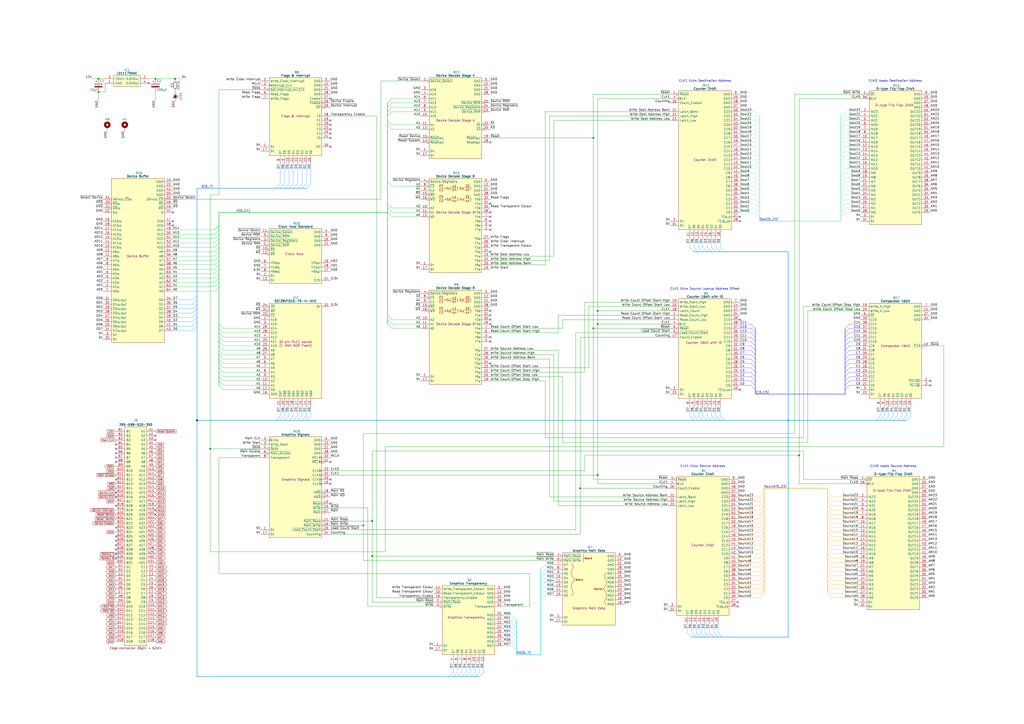
<source format=kicad_sch>
(kicad_sch (version 20250114) (generator "eeschema") (generator_version "9.0")
  (paper "A2")
  (title_block (title "Blitter Board") (date "2024-08-31") (rev "V0"))
  (lib_symbols
    (symbol "EDAC:395-098-520-350" (pin_names (offset 0.762))
      (property "Reference" "J" (at 11.43 6.35 0))
      (property "Value" "395-098-520-350" (at 11.43 3.81 0))
      (symbol "395-098-520-350_0_0"
        (pin passive line (at 0 0 0) (length 5.08) (name "B1") (number "B1"))
        (pin passive line (at 0 -2.54 0) (length 5.08) (name "B2") (number "B2"))
        (pin passive line (at 0 -5.08 0) (length 5.08) (name "B3") (number "B3"))
        (pin passive line (at 0 -7.62 0) (length 5.08) (name "B4") (number "B4"))
        (pin passive line (at 0 -10.16 0) (length 5.08) (name "B5") (number "B5"))
        (pin passive line (at 0 -12.7 0) (length 5.08) (name "B6") (number "B6"))
        (pin passive line (at 0 -15.24 0) (length 5.08) (name "B7") (number "B7"))
        (pin passive line (at 0 -17.78 0) (length 5.08) (name "B8") (number "B8"))
        (pin passive line (at 0 -20.32 0) (length 5.08) (name "B9") (number "B9"))
        (pin passive line (at 0 -22.86 0) (length 5.08) (name "B10") (number "B10"))
        (pin passive line (at 0 -25.4 0) (length 5.08) (name "B11") (number "B11"))
        (pin passive line (at 0 -27.94 0) (length 5.08) (name "B12") (number "B12"))
        (pin passive line (at 0 -30.48 0) (length 5.08) (name "B13") (number "B13"))
        (pin passive line (at 0 -33.02 0) (length 5.08) (name "B14") (number "B14"))
        (pin passive line (at 0 -35.56 0) (length 5.08) (name "B15") (number "B15"))
        (pin passive line (at 0 -38.1 0) (length 5.08) (name "B16") (number "B16"))
        (pin passive line (at 0 -40.64 0) (length 5.08) (name "B17") (number "B17"))
        (pin passive line (at 0 -43.18 0) (length 5.08) (name "B18") (number "B18"))
        (pin passive line (at 0 -45.72 0) (length 5.08) (name "B19") (number "B19"))
        (pin passive line (at 0 -48.26 0) (length 5.08) (name "B20") (number "B20"))
        (pin passive line (at 0 -50.8 0) (length 5.08) (name "B21") (number "B21"))
        (pin passive line (at 0 -53.34 0) (length 5.08) (name "B22") (number "B22"))
        (pin passive line (at 0 -55.88 0) (length 5.08) (name "B23") (number "B23"))
        (pin passive line (at 0 -58.42 0) (length 5.08) (name "B24") (number "B24"))
        (pin passive line (at 0 -60.96 0) (length 5.08) (name "B25") (number "B25"))
        (pin passive line (at 0 -63.5 0) (length 5.08) (name "B26") (number "B26"))
        (pin passive line (at 0 -66.04 0) (length 5.08) (name "B27") (number "B27"))
        (pin passive line (at 0 -68.58 0) (length 5.08) (name "B28") (number "B28"))
        (pin passive line (at 0 -71.12 0) (length 5.08) (name "B29") (number "B29"))
        (pin passive line (at 0 -73.66 0) (length 5.08) (name "B30") (number "B30"))
        (pin passive line (at 0 -76.2 0) (length 5.08) (name "B31") (number "B31"))
        (pin passive line (at 0 -78.74 0) (length 5.08) (name "D1") (number "D1"))
        (pin passive line (at 0 -81.28 0) (length 5.08) (name "D2") (number "D2"))
        (pin passive line (at 0 -83.82 0) (length 5.08) (name "D3") (number "D3"))
        (pin passive line (at 0 -86.36 0) (length 5.08) (name "D4") (number "D4"))
        (pin passive line (at 0 -88.9 0) (length 5.08) (name "D5") (number "D5"))
        (pin passive line (at 0 -91.44 0) (length 5.08) (name "D6") (number "D6"))
        (pin passive line (at 0 -93.98 0) (length 5.08) (name "D7") (number "D7"))
        (pin passive line (at 0 -96.52 0) (length 5.08) (name "D8") (number "D8"))
        (pin passive line (at 0 -99.06 0) (length 5.08) (name "D9") (number "D9"))
        (pin passive line (at 0 -101.6 0) (length 5.08) (name "D10") (number "D10"))
        (pin passive line (at 0 -104.14 0) (length 5.08) (name "D11") (number "D11"))
        (pin passive line (at 0 -106.68 0) (length 5.08) (name "D12") (number "D12"))
        (pin passive line (at 0 -109.22 0) (length 5.08) (name "D13") (number "D13"))
        (pin passive line (at 0 -111.76 0) (length 5.08) (name "D14") (number "D14"))
        (pin passive line (at 0 -114.3 0) (length 5.08) (name "D15") (number "D15"))
        (pin passive line (at 0 -116.84 0) (length 5.08) (name "D16") (number "D16"))
        (pin passive line (at 0 -119.38 0) (length 5.08) (name "D17") (number "D17"))
        (pin passive line (at 0 -121.92 0) (length 5.08) (name "D18") (number "D18"))
        (pin passive line (at 22.86 0 180) (length 5.08) (name "A1") (number "A1"))
        (pin passive line (at 22.86 -2.54 180) (length 5.08) (name "A2") (number "A2"))
        (pin passive line (at 22.86 -5.08 180) (length 5.08) (name "A3") (number "A3"))
        (pin passive line (at 22.86 -7.62 180) (length 5.08) (name "A4") (number "A4"))
        (pin passive line (at 22.86 -10.16 180) (length 5.08) (name "A5") (number "A5"))
        (pin passive line (at 22.86 -12.7 180) (length 5.08) (name "A6") (number "A6"))
        (pin passive line (at 22.86 -15.24 180) (length 5.08) (name "A7") (number "A7"))
        (pin passive line (at 22.86 -17.78 180) (length 5.08) (name "A8") (number "A8"))
        (pin passive line (at 22.86 -20.32 180) (length 5.08) (name "A9") (number "A9"))
        (pin passive line (at 22.86 -22.86 180) (length 5.08) (name "A10") (number "A10"))
        (pin passive line (at 22.86 -25.4 180) (length 5.08) (name "A11") (number "A11"))
        (pin passive line (at 22.86 -27.94 180) (length 5.08) (name "A12") (number "A12"))
        (pin passive line (at 22.86 -30.48 180) (length 5.08) (name "A13") (number "A13"))
        (pin passive line (at 22.86 -33.02 180) (length 5.08) (name "A14") (number "A14"))
        (pin passive line (at 22.86 -35.56 180) (length 5.08) (name "A15") (number "A15"))
        (pin passive line (at 22.86 -38.1 180) (length 5.08) (name "A16") (number "A16"))
        (pin passive line (at 22.86 -40.64 180) (length 5.08) (name "A17") (number "A17"))
        (pin passive line (at 22.86 -43.18 180) (length 5.08) (name "A18") (number "A18"))
        (pin passive line (at 22.86 -45.72 180) (length 5.08) (name "A19") (number "A19"))
        (pin passive line (at 22.86 -48.26 180) (length 5.08) (name "A20") (number "A20"))
        (pin passive line (at 22.86 -50.8 180) (length 5.08) (name "A21") (number "A21"))
        (pin passive line (at 22.86 -53.34 180) (length 5.08) (name "A22") (number "A22"))
        (pin passive line (at 22.86 -55.88 180) (length 5.08) (name "A23") (number "A23"))
        (pin passive line (at 22.86 -58.42 180) (length 5.08) (name "A24") (number "A24"))
        (pin passive line (at 22.86 -60.96 180) (length 5.08) (name "A25") (number "A25"))
        (pin passive line (at 22.86 -63.5 180) (length 5.08) (name "A26") (number "A26"))
        (pin passive line (at 22.86 -66.04 180) (length 5.08) (name "A27") (number "A27"))
        (pin passive line (at 22.86 -68.58 180) (length 5.08) (name "A28") (number "A28"))
        (pin passive line (at 22.86 -71.12 180) (length 5.08) (name "A29") (number "A29"))
        (pin passive line (at 22.86 -73.66 180) (length 5.08) (name "A30") (number "A30"))
        (pin passive line (at 22.86 -76.2 180) (length 5.08) (name "A31") (number "A31"))
        (pin passive line (at 22.86 -78.74 180) (length 5.08) (name "C1") (number "C1"))
        (pin passive line (at 22.86 -81.28 180) (length 5.08) (name "C2") (number "C2"))
        (pin passive line (at 22.86 -83.82 180) (length 5.08) (name "C3") (number "C3"))
        (pin passive line (at 22.86 -86.36 180) (length 5.08) (name "C4") (number "C4"))
        (pin passive line (at 22.86 -88.9 180) (length 5.08) (name "C5") (number "C5"))
        (pin passive line (at 22.86 -91.44 180) (length 5.08) (name "C6") (number "C6"))
        (pin passive line (at 22.86 -93.98 180) (length 5.08) (name "C7") (number "C7"))
        (pin passive line (at 22.86 -96.52 180) (length 5.08) (name "C8") (number "C8"))
        (pin passive line (at 22.86 -99.06 180) (length 5.08) (name "C9") (number "C9"))
        (pin passive line (at 22.86 -101.6 180) (length 5.08) (name "C10") (number "C10"))
        (pin passive line (at 22.86 -104.14 180) (length 5.08) (name "C11") (number "C11"))
        (pin passive line (at 22.86 -106.68 180) (length 5.08) (name "C12") (number "C12"))
        (pin passive line (at 22.86 -109.22 180) (length 5.08) (name "C13") (number "C13"))
        (pin passive line (at 22.86 -111.76 180) (length 5.08) (name "C14") (number "C14"))
        (pin passive line (at 22.86 -114.3 180) (length 5.08) (name "C15") (number "C15"))
        (pin passive line (at 22.86 -116.84 180) (length 5.08) (name "C16") (number "C16"))
        (pin passive line (at 22.86 -119.38 180) (length 5.08) (name "C17") (number "C17"))
        (pin passive line (at 22.86 -121.92 180) (length 5.08) (name "C18") (number "C18"))
      )
      (symbol "395-098-520-350_1_1"
        (text "Edge connector 36pin + 62pin" (at 11.43 -125.73 0) (effects (font (size 1.27 1.27))))
      )
    )
    (symbol "HCP65:C_Radial_D4.0mm_P2.00mm" (pin_numbers (hide yes)) (pin_names (offset 0.254))
      (property "Reference" "C" (at 0.635 2.54 0))
      (property "Value" "?μF" (at 0.635 -2.54 0))
      (symbol "C_Radial_D4.0mm_P2.00mm_1_1"
        (pin passive line (at 0 3.81 270) (length 2.794) (name "~") (number "1"))
        (pin passive line (at 0 -3.81 90) (length 2.794) (name "~") (number "2"))
      )
    )
    (symbol "HCP65:Clock_Hold_Standard"
      (property "Reference" "B" (at 15.875 5.08 0))
      (property "Value" "Clock Hold Standard" (at 15.24 3.175 0))
      (property "Description" "Clock Hold" (at 14.605 -12.7 0))
      (symbol "Clock_Hold_Standard_1_1"
        (pin input inverted (at -5.08 0 0) (length 5.08) (name "~{Device_Select}") (number "11"))
        (pin input inverted (at -5.08 -2.54 0) (length 5.08) (name "~{Device_ROM}") (number "5"))
        (pin input inverted (at -5.08 -5.08 0) (length 5.08) (name "~{Device_Registers}") (number "3"))
        (pin input inverted (at -5.08 -7.62 0) (length 5.08) (name "~{Device_RAM}") (number "2"))
        (pin input inverted (at -5.08 -10.16 0) (length 5.08) (name "~{RD}") (number "10"))
        (pin input inverted (at -5.08 -12.7 0) (length 5.08) (name "~{WD}") (number "12"))
        (pin no_connect line (at -5.08 -15.24 0) (length 5.08) (hide yes) (name "N.C.") (number "14"))
        (pin input line (at -5.08 -17.78 0) (length 5.08) (name "H2_{REG}") (number "6"))
        (pin input line (at -5.08 -20.32 0) (length 5.08) (name "H1_{REG}") (number "7"))
        (pin input line (at -5.08 -22.86 0) (length 5.08) (name "H0_{REG}") (number "8"))
        (pin passive line (at -5.08 -25.4 0) (length 5.08) (name "5V") (number "1"))
        (pin passive line (at -5.08 -27.94 0) (length 5.08) (name "5V") (number "13"))
        (pin passive line (at 35.56 0 180) (length 5.08) (name "GND") (number "4"))
        (pin passive line (at 35.56 -2.54 180) (length 5.08) (name "GND") (number "9"))
        (pin passive line (at 35.56 -5.08 180) (length 5.08) (name "GND") (number "16"))
        (pin passive line (at 35.56 -7.62 180) (length 5.08) (name "GND") (number "21"))
        (pin no_connect line (at 35.56 -10.16 180) (length 5.08) (hide yes) (name "N.C.") (number "22"))
        (pin no_connect line (at 35.56 -12.7 180) (length 5.08) (hide yes) (name "N.C.") (number "20"))
        (pin no_connect line (at 35.56 -15.24 180) (length 5.08) (hide yes) (name "N.C.") (number "23"))
        (pin output line (at 35.56 -17.78 180) (length 5.08) (name "H2_{OUT}") (number "19"))
        (pin output line (at 35.56 -20.32 180) (length 5.08) (name "H1_{OUT}") (number "18"))
        (pin output line (at 35.56 -22.86 180) (length 5.08) (name "H0_{OUT}") (number "17"))
        (pin no_connect line (at 35.56 -25.4 180) (length 5.08) (hide yes) (name "N.C.") (number "15"))
        (pin passive line (at 35.56 -27.94 180) (length 5.08) (name "3.3V") (number "24"))
      )
    )
    (symbol "HCP65:Comparator_16bit"
      (property "Reference" "B" (at 15.875 5.08 0))
      (property "Value" "Comparator 16bit" (at 15.24 3.175 0))
      (property "Description" "Comparator 16bit" (at 15.24 -22.86 0))
      (symbol "Comparator_16bit_1_0"
        (pin input line (at -5.08 -7.62 0) (length 5.08) (name "C15") (number "39"))
        (pin input line (at -5.08 -10.16 0) (length 5.08) (name "C14") (number "38"))
        (pin input line (at -5.08 -12.7 0) (length 5.08) (name "C13") (number "37"))
        (pin input line (at -5.08 -15.24 0) (length 5.08) (name "C12") (number "36"))
        (pin input line (at -5.08 -17.78 0) (length 5.08) (name "C11") (number "35"))
        (pin input line (at -5.08 -20.32 0) (length 5.08) (name "C10") (number "33"))
        (pin input line (at -5.08 -22.86 0) (length 5.08) (name "C9") (number "32"))
        (pin passive line (at 35.56 -7.62 180) (length 5.08) (name "GND") (number "34"))
      )
      (symbol "Comparator_16bit_1_1"
        (pin input line (at -5.08 0 0) (length 5.08) (name "Write_A_High") (number "19"))
        (pin input line (at -5.08 -2.54 0) (length 5.08) (name "Write_A_Low") (number "20"))
        (pin input inverted (at -5.08 -5.08 0) (length 5.08) (name "~{OE}") (number "6"))
        (pin input line (at -5.08 -25.4 0) (length 5.08) (name "C8") (number "31"))
        (pin input line (at -5.08 -27.94 0) (length 5.08) (name "C7") (number "30"))
        (pin input line (at -5.08 -30.48 0) (length 5.08) (name "C6") (number "29"))
        (pin input line (at -5.08 -33.02 0) (length 5.08) (name "C5") (number "28"))
        (pin input line (at -5.08 -35.56 0) (length 5.08) (name "C4") (number "26"))
        (pin input line (at -5.08 -38.1 0) (length 5.08) (name "C3") (number "25"))
        (pin input line (at -5.08 -40.64 0) (length 5.08) (name "C2") (number "24"))
        (pin input line (at -5.08 -43.18 0) (length 5.08) (name "C1") (number "22"))
        (pin input line (at -5.08 -45.72 0) (length 5.08) (name "C0") (number "21"))
        (pin passive line (at -5.08 -48.26 0) (length 5.08) (name "5V") (number "3"))
        (pin passive line (at -5.08 -50.8 0) (length 5.08) (name "5V") (number "23"))
        (pin input line (at 6.35 -58.42 90) (length 5.08) (name "D7") (number "8"))
        (pin input line (at 8.89 -58.42 90) (length 5.08) (name "D6") (number "9"))
        (pin input line (at 11.43 -58.42 90) (length 5.08) (name "D5") (number "10"))
        (pin input line (at 13.97 -58.42 90) (length 5.08) (name "D4") (number "11"))
        (pin input line (at 16.51 -58.42 90) (length 5.08) (name "D3") (number "12"))
        (pin input line (at 19.05 -58.42 90) (length 5.08) (name "D2") (number "13"))
        (pin input line (at 21.59 -58.42 90) (length 5.08) (name "D1") (number "15"))
        (pin input line (at 24.13 -58.42 90) (length 5.08) (name "D0") (number "16"))
        (pin passive line (at 35.56 0 180) (length 5.08) (name "GND") (number "7"))
        (pin passive line (at 35.56 -2.54 180) (length 5.08) (name "GND") (number "14"))
        (pin passive line (at 35.56 -5.08 180) (length 5.08) (name "GND") (number "27"))
        (pin output inverted (at 35.56 -22.86 180) (length 5.08) (name "~{C=A}") (number "40"))
        (pin no_connect line (at 35.56 -33.02 180) (length 5.08) (hide yes) (name "N.C.") (number "4"))
        (pin no_connect line (at 35.56 -35.56 180) (length 5.08) (hide yes) (name "N.C.") (number "5"))
        (pin no_connect line (at 35.56 -38.1 180) (length 5.08) (hide yes) (name "N.C.") (number "17"))
        (pin no_connect line (at 35.56 -40.64 180) (length 5.08) (hide yes) (name "N.C.") (number "18"))
        (pin output line (at 35.56 -43.18 180) (length 5.08) (name "~{PH=QH}") (number "1"))
        (pin output line (at 35.56 -45.72 180) (length 5.08) (name "~{PL=QL}") (number "2"))
      )
    )
    (symbol "HCP65:Counter_16bit_with_IO"
      (property "Reference" "B" (at 15.875 5.08 0))
      (property "Value" "Counter 16bit with IO" (at 15.24 3.175 0))
      (property "Description" "Counter 16bit with IO" (at 14.605 -23.495 0))
      (symbol "Counter_16bit_with_IO_1_0"
        (pin passive line (at 35.56 -7.62 180) (length 5.08) (name "GND") (number "34"))
        (pin output line (at 35.56 -10.16 180) (length 5.08) (name "C15") (number "39"))
        (pin output line (at 35.56 -12.7 180) (length 5.08) (name "C14") (number "38"))
        (pin output line (at 35.56 -15.24 180) (length 5.08) (name "C13") (number "37"))
        (pin output line (at 35.56 -17.78 180) (length 5.08) (name "C12") (number "36"))
        (pin output line (at 35.56 -20.32 180) (length 5.08) (name "C11") (number "35"))
        (pin output line (at 35.56 -22.86 180) (length 5.08) (name "C10") (number "33"))
        (pin output line (at 35.56 -25.4 180) (length 5.08) (name "C9") (number "32"))
      )
      (symbol "Counter_16bit_with_IO_1_1"
        (pin input line (at -5.08 0 0) (length 5.08) (name "Write_Start_High") (number "19"))
        (pin input line (at -5.08 -2.54 0) (length 5.08) (name "Write_Start_Low") (number "20"))
        (pin input line (at -5.08 -5.08 0) (length 5.08) (name "Latch_Count") (number "18"))
        (pin input line (at -5.08 -7.62 0) (length 5.08) (name "Read_Count_High") (number "1"))
        (pin input line (at -5.08 -10.16 0) (length 5.08) (name "Read_Count_Low") (number "2"))
        (pin input clock (at -5.08 -12.7 0) (length 5.08) (name "CLK") (number "4"))
        (pin input inverted (at -5.08 -15.24 0) (length 5.08) (name "~{Reset}") (number "6"))
        (pin input inverted (at -5.08 -17.78 0) (length 5.08) (name "~{Load_Count_Start}") (number "5"))
        (pin input line (at -5.08 -20.32 0) (length 5.08) (name "Count_Enable") (number "17"))
        (pin passive line (at -5.08 -50.8 0) (length 5.08) (name "5V") (number "3"))
        (pin passive line (at -5.08 -53.34 0) (length 5.08) (name "5V") (number "23"))
        (pin tri_state line (at 6.35 -60.96 90) (length 5.08) (name "D7") (number "8"))
        (pin tri_state line (at 8.89 -60.96 90) (length 5.08) (name "D6") (number "9"))
        (pin tri_state line (at 11.43 -60.96 90) (length 5.08) (name "D5") (number "10"))
        (pin tri_state line (at 13.97 -60.96 90) (length 5.08) (name "D4") (number "11"))
        (pin tri_state line (at 16.51 -60.96 90) (length 5.08) (name "D3") (number "12"))
        (pin tri_state line (at 19.05 -60.96 90) (length 5.08) (name "D2") (number "13"))
        (pin tri_state line (at 21.59 -60.96 90) (length 5.08) (name "D1") (number "15"))
        (pin tri_state line (at 24.13 -60.96 90) (length 5.08) (name "D0") (number "16"))
        (pin passive line (at 35.56 0 180) (length 5.08) (name "GND") (number "7"))
        (pin passive line (at 35.56 -2.54 180) (length 5.08) (name "GND") (number "14"))
        (pin passive line (at 35.56 -5.08 180) (length 5.08) (name "GND") (number "27"))
        (pin output line (at 35.56 -27.94 180) (length 5.08) (name "C8") (number "31"))
        (pin output line (at 35.56 -30.48 180) (length 5.08) (name "C7") (number "30"))
        (pin output line (at 35.56 -33.02 180) (length 5.08) (name "C6") (number "29"))
        (pin output line (at 35.56 -35.56 180) (length 5.08) (name "C5") (number "28"))
        (pin output line (at 35.56 -38.1 180) (length 5.08) (name "C4") (number "26"))
        (pin output line (at 35.56 -40.64 180) (length 5.08) (name "C3") (number "25"))
        (pin output line (at 35.56 -43.18 180) (length 5.08) (name "C2") (number "24"))
        (pin output line (at 35.56 -45.72 180) (length 5.08) (name "C1") (number "22"))
        (pin output line (at 35.56 -48.26 180) (length 5.08) (name "C0") (number "21"))
        (pin output line (at 35.56 -50.8 180) (length 5.08) (name "TC_{12..15}") (number "40"))
      )
    )
    (symbol "HCP65:Counter_24bit"
      (property "Reference" "B" (at 15.875 5.08 0))
      (property "Value" "Counter 24bit" (at 15.24 3.175 0))
      (property "Description" "Counter 24bit" (at 15.24 -38.1 0))
      (symbol "Counter_24bit_1_0"
        (pin passive line (at 35.56 -7.62 180) (length 5.08) (name "GND") (number "37"))
        (pin output line (at 35.56 -10.16 180) (length 5.08) (name "C23") (number "56"))
        (pin output line (at 35.56 -12.7 180) (length 5.08) (name "C22") (number "55"))
        (pin output line (at 35.56 -15.24 180) (length 5.08) (name "C21") (number "54"))
        (pin output line (at 35.56 -35.56 180) (length 5.08) (name "C13") (number "45"))
        (pin output line (at 35.56 -50.8 180) (length 5.08) (name "C7") (number "39"))
        (pin output line (at 35.56 -53.34 180) (length 5.08) (name "C6") (number "38"))
        (pin output line (at 35.56 -55.88 180) (length 5.08) (name "C5") (number "36"))
        (pin output line (at 35.56 -60.96 180) (length 5.08) (name "C3") (number "34"))
        (pin output line (at 35.56 -63.5 180) (length 5.08) (name "C2") (number "33"))
        (pin output line (at 35.56 -66.04 180) (length 5.08) (name "C1") (number "32"))
      )
      (symbol "Counter_24bit_1_1"
        (pin input inverted (at -5.08 0 0) (length 5.08) (name "~{Reset}") (number "1"))
        (pin input clock (at -5.08 -2.54 0) (length 5.08) (name "CLK") (number "4"))
        (pin input line (at -5.08 -5.08 0) (length 5.08) (name "Count_Enable") (number "26"))
        (pin input line (at -5.08 -10.16 0) (length 5.08) (name "Latch_Bank") (number "21"))
        (pin input line (at -5.08 -12.7 0) (length 5.08) (name "Latch_High") (number "22"))
        (pin input line (at -5.08 -15.24 0) (length 5.08) (name "Latch_Low") (number "23"))
        (pin no_connect line (at -5.08 -48.26 0) (length 5.08) (hide yes) (name "N.C.") (number "2"))
        (pin no_connect line (at -5.08 -50.8 0) (length 5.08) (hide yes) (name "N.C.") (number "5"))
        (pin no_connect line (at -5.08 -53.34 0) (length 5.08) (hide yes) (name "N.C.") (number "6"))
        (pin no_connect line (at -5.08 -55.88 0) (length 5.08) (hide yes) (name "N.C.") (number "7"))
        (pin no_connect line (at -5.08 -58.42 0) (length 5.08) (hide yes) (name "N.C.") (number "8"))
        (pin no_connect line (at -5.08 -60.96 0) (length 5.08) (hide yes) (name "N.C.") (number "10"))
        (pin no_connect line (at -5.08 -63.5 0) (length 5.08) (hide yes) (name "N.C.") (number "19"))
        (pin no_connect line (at -5.08 -66.04 0) (length 5.08) (hide yes) (name "N.C.") (number "24"))
        (pin no_connect line (at -5.08 -68.58 0) (length 5.08) (hide yes) (name "N.C.") (number "25"))
        (pin no_connect line (at -5.08 -71.12 0) (length 5.08) (hide yes) (name "N.C.") (number "29"))
        (pin passive line (at -5.08 -73.66 0) (length 5.08) (name "5V") (number "3"))
        (pin passive line (at -5.08 -76.2 0) (length 5.08) (name "5V") (number "31"))
        (pin tri_state line (at 6.35 -83.82 90) (length 5.08) (name "D7") (number "11"))
        (pin tri_state line (at 8.89 -83.82 90) (length 5.08) (name "D6") (number "12"))
        (pin tri_state line (at 11.43 -83.82 90) (length 5.08) (name "D5") (number "13"))
        (pin tri_state line (at 13.97 -83.82 90) (length 5.08) (name "D4") (number "14"))
        (pin tri_state line (at 16.51 -83.82 90) (length 5.08) (name "D3") (number "15"))
        (pin tri_state line (at 19.05 -83.82 90) (length 5.08) (name "D2") (number "16"))
        (pin tri_state line (at 21.59 -83.82 90) (length 5.08) (name "D1") (number "17"))
        (pin tri_state line (at 24.13 -83.82 90) (length 5.08) (name "D0") (number "18"))
        (pin passive line (at 35.56 0 180) (length 5.08) (name "GND") (number "9"))
        (pin passive line (at 35.56 -2.54 180) (length 5.08) (name "GND") (number "20"))
        (pin passive line (at 35.56 -5.08 180) (length 5.08) (name "GND") (number "48"))
        (pin output line (at 35.56 -17.78 180) (length 5.08) (name "C20") (number "53"))
        (pin output line (at 35.56 -20.32 180) (length 5.08) (name "C19") (number "52"))
        (pin output line (at 35.56 -22.86 180) (length 5.08) (name "C18") (number "51"))
        (pin output line (at 35.56 -25.4 180) (length 5.08) (name "C17") (number "50"))
        (pin output line (at 35.56 -27.94 180) (length 5.08) (name "C16") (number "49"))
        (pin output line (at 35.56 -30.48 180) (length 5.08) (name "C15") (number "47"))
        (pin output line (at 35.56 -33.02 180) (length 5.08) (name "C14") (number "46"))
        (pin output line (at 35.56 -38.1 180) (length 5.08) (name "C12") (number "44"))
        (pin output line (at 35.56 -40.64 180) (length 5.08) (name "C11") (number "43"))
        (pin output line (at 35.56 -43.18 180) (length 5.08) (name "C10") (number "42"))
        (pin output line (at 35.56 -45.72 180) (length 5.08) (name "C9") (number "41"))
        (pin output line (at 35.56 -48.26 180) (length 5.08) (name "C8") (number "40"))
        (pin output line (at 35.56 -58.42 180) (length 5.08) (name "C4") (number "35"))
        (pin output line (at 35.56 -68.58 180) (length 5.08) (name "C0") (number "30"))
        (pin output line (at 35.56 -71.12 180) (length 5.08) (name "TC_{0..3}") (number "27"))
        (pin output line (at 35.56 -73.66 180) (length 5.08) (name "TC_{20..23}") (number "28"))
      )
    )
    (symbol "HCP65:D_Flip_Flop_24bit"
      (property "Reference" "B" (at 15.875 5.08 0))
      (property "Value" "D-type Flip Flop 24bit" (at 15.24 3.175 0))
      (property "Description" "D-type Flip Flop 24bit" (at 14.605 -6.35 0))
      (symbol "D_Flip_Flop_24bit_1_0"
        (pin input clock (at -5.08 -2.54 0) (length 5.08) (name "CLK") (number "56"))
        (pin passive line (at 35.56 -5.08 180) (length 5.08) (name "GND") (number "37"))
        (pin tri_state line (at 35.56 -12.7 180) (length 5.08) (name "OUT22") (number "54"))
        (pin tri_state line (at 35.56 -33.02 180) (length 5.08) (name "OUT14") (number "45"))
        (pin tri_state line (at 35.56 -48.26 180) (length 5.08) (name "OUT8") (number "39"))
        (pin tri_state line (at 35.56 -50.8 180) (length 5.08) (name "OUT7") (number "38"))
        (pin tri_state line (at 35.56 -53.34 180) (length 5.08) (name "OUT6") (number "36"))
        (pin tri_state line (at 35.56 -58.42 180) (length 5.08) (name "OUT4") (number "34"))
        (pin tri_state line (at 35.56 -60.96 180) (length 5.08) (name "OUT3") (number "33"))
        (pin tri_state line (at 35.56 -63.5 180) (length 5.08) (name "OUT2") (number "32"))
      )
      (symbol "D_Flip_Flop_24bit_1_1"
        (pin input inverted (at -5.08 0 0) (length 5.08) (name "~{OE}") (number "1"))
        (pin input line (at -5.08 -10.16 0) (length 5.08) (name "IN23") (number "2"))
        (pin input line (at -5.08 -12.7 0) (length 5.08) (name "IN22") (number "4"))
        (pin input line (at -5.08 -15.24 0) (length 5.08) (name "IN21") (number "5"))
        (pin input line (at -5.08 -17.78 0) (length 5.08) (name "IN20") (number "6"))
        (pin input line (at -5.08 -20.32 0) (length 5.08) (name "IN19") (number "7"))
        (pin input line (at -5.08 -22.86 0) (length 5.08) (name "IN18") (number "8"))
        (pin input line (at -5.08 -25.4 0) (length 5.08) (name "IN17") (number "10"))
        (pin input line (at -5.08 -27.94 0) (length 5.08) (name "IN16") (number "11"))
        (pin input line (at -5.08 -30.48 0) (length 5.08) (name "IN15") (number "12"))
        (pin input line (at -5.08 -33.02 0) (length 5.08) (name "IN14") (number "13"))
        (pin input line (at -5.08 -35.56 0) (length 5.08) (name "IN13") (number "14"))
        (pin input line (at -5.08 -38.1 0) (length 5.08) (name "IN12") (number "15"))
        (pin input line (at -5.08 -40.64 0) (length 5.08) (name "IN11") (number "16"))
        (pin input line (at -5.08 -43.18 0) (length 5.08) (name "IN10") (number "17"))
        (pin input line (at -5.08 -45.72 0) (length 5.08) (name "IN9") (number "18"))
        (pin input line (at -5.08 -48.26 0) (length 5.08) (name "IN8") (number "19"))
        (pin input line (at -5.08 -50.8 0) (length 5.08) (name "IN7") (number "21"))
        (pin input line (at -5.08 -53.34 0) (length 5.08) (name "IN6") (number "22"))
        (pin input line (at -5.08 -55.88 0) (length 5.08) (name "IN5") (number "23"))
        (pin input line (at -5.08 -58.42 0) (length 5.08) (name "IN4") (number "24"))
        (pin input line (at -5.08 -60.96 0) (length 5.08) (name "IN3") (number "25"))
        (pin input line (at -5.08 -63.5 0) (length 5.08) (name "IN2") (number "26"))
        (pin input line (at -5.08 -66.04 0) (length 5.08) (name "IN1") (number "27"))
        (pin input line (at -5.08 -68.58 0) (length 5.08) (name "IN0") (number "28"))
        (pin passive line (at -5.08 -71.12 0) (length 5.08) (name "5V") (number "3"))
        (pin passive line (at -5.08 -73.66 0) (length 5.08) (name "5V") (number "31"))
        (pin passive line (at 35.56 0 180) (length 5.08) (name "GND") (number "9"))
        (pin passive line (at 35.56 -2.54 180) (length 5.08) (name "GND") (number "20"))
        (pin passive line (at 35.56 -7.62 180) (length 5.08) (name "GND") (number "48"))
        (pin tri_state line (at 35.56 -10.16 180) (length 5.08) (name "OUT23") (number "55"))
        (pin tri_state line (at 35.56 -15.24 180) (length 5.08) (name "OUT21") (number "53"))
        (pin tri_state line (at 35.56 -17.78 180) (length 5.08) (name "OUT20") (number "52"))
        (pin tri_state line (at 35.56 -20.32 180) (length 5.08) (name "OUT19") (number "51"))
        (pin tri_state line (at 35.56 -22.86 180) (length 5.08) (name "OUT18") (number "50"))
        (pin tri_state line (at 35.56 -25.4 180) (length 5.08) (name "OUT17") (number "49"))
        (pin tri_state line (at 35.56 -27.94 180) (length 5.08) (name "OUT16") (number "47"))
        (pin tri_state line (at 35.56 -30.48 180) (length 5.08) (name "OUT15") (number "46"))
        (pin tri_state line (at 35.56 -35.56 180) (length 5.08) (name "OUT13") (number "44"))
        (pin tri_state line (at 35.56 -38.1 180) (length 5.08) (name "OUT12") (number "43"))
        (pin tri_state line (at 35.56 -40.64 180) (length 5.08) (name "OUT11") (number "42"))
        (pin tri_state line (at 35.56 -43.18 180) (length 5.08) (name "OUT10") (number "41"))
        (pin tri_state line (at 35.56 -45.72 180) (length 5.08) (name "OUT9") (number "40"))
        (pin tri_state line (at 35.56 -55.88 180) (length 5.08) (name "OUT5") (number "35"))
        (pin tri_state line (at 35.56 -66.04 180) (length 5.08) (name "OUT1") (number "30"))
        (pin tri_state line (at 35.56 -68.58 180) (length 5.08) (name "OUT0") (number "29"))
      )
    )
    (symbol "HCP65:Device_Buffer"
      (property "Reference" "B" (at 15.875 5.08 0))
      (property "Value" "Device Buffer" (at 15.24 3.175 0))
      (property "Description" "Device Buffer" (at 15.24 -43.18 0))
      (symbol "Device_Buffer_1_0"
        (pin passive line (at 35.56 -5.08 180) (length 5.08) (name "GND") (number "42"))
        (pin output line (at 35.56 -38.1 180) (length 5.08) (name "A10") (number "53"))
        (pin output line (at 35.56 -40.64 180) (length 5.08) (name "A9") (number "54"))
      )
      (symbol "Device_Buffer_1_1"
        (pin input inverted (at -5.08 -10.16 0) (length 5.08) (name "Deivce_~{CS}_{IN}") (number "32"))
        (pin input inverted (at -5.08 -12.7 0) (length 5.08) (name "~{RD}_{IN}") (number "20"))
        (pin input inverted (at -5.08 -15.24 0) (length 5.08) (name "~{WD}_{IN}") (number "21"))
        (pin input line (at -5.08 -17.78 0) (length 5.08) (name "S_{IN}") (number "22"))
        (pin input line (at -5.08 -22.86 0) (length 5.08) (name "A16_{IN}") (number "19"))
        (pin input line (at -5.08 -25.4 0) (length 5.08) (name "A15_{IN}") (number "18"))
        (pin input line (at -5.08 -27.94 0) (length 5.08) (name "A14_{IN}") (number "17"))
        (pin input line (at -5.08 -30.48 0) (length 5.08) (name "A13_{IN}") (number "16"))
        (pin input line (at -5.08 -33.02 0) (length 5.08) (name "A12_{IN}") (number "15"))
        (pin input line (at -5.08 -35.56 0) (length 5.08) (name "A11_{IN}") (number "14"))
        (pin input line (at -5.08 -38.1 0) (length 5.08) (name "A10_{IN}") (number "13"))
        (pin input line (at -5.08 -40.64 0) (length 5.08) (name "A9_{IN}") (number "12"))
        (pin input line (at -5.08 -43.18 0) (length 5.08) (name "A8_{IN}") (number "11"))
        (pin input line (at -5.08 -45.72 0) (length 5.08) (name "A7_{IN}") (number "9"))
        (pin input line (at -5.08 -48.26 0) (length 5.08) (name "A6_{IN}") (number "8"))
        (pin input line (at -5.08 -50.8 0) (length 5.08) (name "A5_{IN}") (number "7"))
        (pin input line (at -5.08 -53.34 0) (length 5.08) (name "A4_{IN}") (number "6"))
        (pin input line (at -5.08 -55.88 0) (length 5.08) (name "A3_{IN}") (number "5"))
        (pin input line (at -5.08 -58.42 0) (length 5.08) (name "A2_{IN}") (number "4"))
        (pin input line (at -5.08 -60.96 0) (length 5.08) (name "A1_{IN}") (number "2"))
        (pin input line (at -5.08 -63.5 0) (length 5.08) (name "A0_{IN}") (number "1"))
        (pin tri_state line (at -5.08 -68.58 0) (length 5.08) (name "D0_{IN/OUT}") (number "31"))
        (pin tri_state line (at -5.08 -71.12 0) (length 5.08) (name "D1_{IN/OUT}") (number "30"))
        (pin tri_state line (at -5.08 -73.66 0) (length 5.08) (name "D2_{IN/OUT}") (number "29"))
        (pin tri_state line (at -5.08 -76.2 0) (length 5.08) (name "D3_{IN/OUT}") (number "28"))
        (pin tri_state line (at -5.08 -78.74 0) (length 5.08) (name "D4_{IN/OUT}") (number "27"))
        (pin tri_state line (at -5.08 -81.28 0) (length 5.08) (name "D5_{IN/OUT}") (number "26"))
        (pin tri_state line (at -5.08 -83.82 0) (length 5.08) (name "D6_{IN/OUT}") (number "25"))
        (pin tri_state line (at -5.08 -86.36 0) (length 5.08) (name "D7_{IN/OUT}") (number "24"))
        (pin passive line (at -5.08 -88.9 0) (length 5.08) (name "5V") (number "3"))
        (pin passive line (at -5.08 -91.44 0) (length 5.08) (name "5V") (number "35"))
        (pin passive line (at 35.56 0 180) (length 5.08) (name "GND") (number "10"))
        (pin passive line (at 35.56 -2.54 180) (length 5.08) (name "GND") (number "23"))
        (pin passive line (at 35.56 -7.62 180) (length 5.08) (name "GND") (number "55"))
        (pin output inverted (at 35.56 -10.16 180) (length 5.08) (name "Deivce_~{CS}") (number "33"))
        (pin output inverted (at 35.56 -12.7 180) (length 5.08) (name "~{RD}") (number "46"))
        (pin output inverted (at 35.56 -15.24 180) (length 5.08) (name "~{WD}") (number "45"))
        (pin output line (at 35.56 -17.78 180) (length 5.08) (name "S") (number "44"))
        (pin output line (at 35.56 -22.86 180) (length 5.08) (name "A16") (number "47"))
        (pin output line (at 35.56 -25.4 180) (length 5.08) (name "A15") (number "48"))
        (pin output line (at 35.56 -27.94 180) (length 5.08) (name "A14") (number "49"))
        (pin output line (at 35.56 -30.48 180) (length 5.08) (name "A13") (number "50"))
        (pin output line (at 35.56 -33.02 180) (length 5.08) (name "A12") (number "51"))
        (pin output line (at 35.56 -35.56 180) (length 5.08) (name "A11") (number "52"))
        (pin output line (at 35.56 -43.18 180) (length 5.08) (name "A8") (number "56"))
        (pin output line (at 35.56 -45.72 180) (length 5.08) (name "A7") (number "57"))
        (pin output line (at 35.56 -48.26 180) (length 5.08) (name "A6") (number "58"))
        (pin output line (at 35.56 -50.8 180) (length 5.08) (name "A5") (number "59"))
        (pin output line (at 35.56 -53.34 180) (length 5.08) (name "A4") (number "60"))
        (pin output line (at 35.56 -55.88 180) (length 5.08) (name "A3") (number "61"))
        (pin output line (at 35.56 -58.42 180) (length 5.08) (name "A2") (number "62"))
        (pin output line (at 35.56 -60.96 180) (length 5.08) (name "A1") (number "63"))
        (pin output line (at 35.56 -63.5 180) (length 5.08) (name "A0") (number "64"))
        (pin tri_state line (at 35.56 -68.58 180) (length 5.08) (name "D0") (number "34"))
        (pin tri_state line (at 35.56 -71.12 180) (length 5.08) (name "D1") (number "36"))
        (pin tri_state line (at 35.56 -73.66 180) (length 5.08) (name "D2") (number "37"))
        (pin tri_state line (at 35.56 -76.2 180) (length 5.08) (name "D3") (number "38"))
        (pin tri_state line (at 35.56 -78.74 180) (length 5.08) (name "D4") (number "39"))
        (pin tri_state line (at 35.56 -81.28 180) (length 5.08) (name "D5") (number "40"))
        (pin tri_state line (at 35.56 -83.82 180) (length 5.08) (name "D6") (number "41"))
        (pin tri_state line (at 35.56 -86.36 180) (length 5.08) (name "D7") (number "43"))
      )
    )
    (symbol "HCP65:Device_Decode_Stage_A"
      (property "Reference" "B" (at 15.875 5.08 0))
      (property "Value" "Device Decode Stage A" (at 15.24 3.175 0))
      (property "Description" "Device Decode Stage A" (at 15.24 -22.86 0))
      (symbol "Device_Decode_Stage_A_1_0"
        (pin passive line (at 35.56 -7.62 180) (length 5.08) (name "GND") (number "28"))
        (pin output inverted (at 35.56 -27.94 180) (length 5.08) (name "~{A3}") (number "20"))
        (pin output line (at 35.56 -33.02 180) (length 5.08) (name "~{Reset}_{OUT}") (number "19"))
        (pin output line (at 35.56 -35.56 180) (length 5.08) (name "Reset_{OUT}") (number "18"))
      )
      (symbol "Device_Decode_Stage_A_1_1"
        (pin input inverted (at -5.08 0 0) (length 5.08) (name "~{Device_Select}") (number "2"))
        (pin input line (at -5.08 -5.08 0) (length 5.08) (name "A16") (number "3"))
        (pin input line (at -5.08 -7.62 0) (length 5.08) (name "A15") (number "4"))
        (pin input line (at -5.08 -10.16 0) (length 5.08) (name "A14") (number "6"))
        (pin input line (at -5.08 -12.7 0) (length 5.08) (name "A13") (number "7"))
        (pin input line (at -5.08 -15.24 0) (length 5.08) (name "A12") (number "8"))
        (pin input line (at -5.08 -17.78 0) (length 5.08) (name "A11") (number "9"))
        (pin input line (at -5.08 -20.32 0) (length 5.08) (name "A10") (number "10"))
        (pin input line (at -5.08 -25.4 0) (length 5.08) (name "A4") (number "11"))
        (pin input line (at -5.08 -27.94 0) (length 5.08) (name "A3") (number "13"))
        (pin no_connect inverted (at -5.08 -30.48 0) (length 5.08) (hide yes) (name "N.C.") (number "26"))
        (pin input inverted (at -5.08 -33.02 0) (length 5.08) (name "~{Reset}_{IN1}") (number "15"))
        (pin input inverted (at -5.08 -35.56 0) (length 5.08) (name "~{Reset}_{IN2}") (number "14"))
        (pin passive line (at -5.08 -40.64 0) (length 5.08) (name "5V") (number "1"))
        (pin passive line (at -5.08 -43.18 0) (length 5.08) (name "5V") (number "17"))
        (pin passive line (at 35.56 0 180) (length 5.08) (name "GND") (number "5"))
        (pin passive line (at 35.56 -2.54 180) (length 5.08) (name "GND") (number "12"))
        (pin passive line (at 35.56 -5.08 180) (length 5.08) (name "GND") (number "21"))
        (pin no_connect inverted (at 35.56 -10.16 180) (length 5.08) (hide yes) (name "N.C.") (number "16"))
        (pin output inverted (at 35.56 -12.7 180) (length 5.08) (name "~{Device_ROM}") (number "25"))
        (pin output inverted (at 35.56 -15.24 180) (length 5.08) (name "~{Device_Registers}") (number "24"))
        (pin output inverted (at 35.56 -17.78 180) (length 5.08) (name "~{Device_RAM}") (number "23"))
        (pin no_connect inverted (at 35.56 -20.32 180) (length 5.08) (hide yes) (name "N.C.") (number "29"))
        (pin output inverted (at 35.56 -25.4 180) (length 5.08) (name "~{A4}") (number "22"))
        (pin no_connect inverted (at 35.56 -30.48 180) (length 5.08) (hide yes) (name "N.C.") (number "27"))
        (pin no_connect inverted (at 35.56 -38.1 180) (length 5.08) (hide yes) (name "N.C.") (number "31"))
        (pin no_connect inverted (at 35.56 -40.64 180) (length 5.08) (hide yes) (name "N.C.") (number "30"))
        (pin no_connect inverted (at 35.56 -43.18 180) (length 5.08) (hide yes) (name "N.C.") (number "32"))
      )
    )
    (symbol "HCP65:Device_Decode_Stage_B"
      (property "Reference" "B" (at 15.875 5.08 0))
      (property "Value" "Device Decode Stage B" (at 15.24 3.175 0))
      (property "Description" "Device Decode Stage B" (at 15.24 -17.78 0))
      (symbol "Device_Decode_Stage_B_1_1"
        (text "~{E2}\nE3" (at 6.985 -3.81 0) (effects (font (size 1.27 1.27))))
        (text "~{E2}\nE3" (at 6.985 -10.16 0) (effects (font (size 1.27 1.27))))
        (text "=S_{1}(" (at 10.795 -3.81 0) (effects (font (size 1.27 1.27))))
        (text "=S_{3}(" (at 10.795 -10.16 0) (effects (font (size 1.27 1.27))))
        (text "A3\n~{A4}" (at 14.605 -3.81 0) (effects (font (size 1.27 1.27))))
        (text "A3\nA4" (at 14.605 -10.16 0) (effects (font (size 1.27 1.27))))
        (text ")" (at 16.51 -3.81 0) (effects (font (size 1.27 1.27))))
        (text ")" (at 16.51 -10.16 0) (effects (font (size 1.27 1.27))))
        (text "S_{2}(" (at 19.05 -3.81 0) (effects (font (size 1.27 1.27))))
        (text "S_{4}(" (at 19.05 -10.16 0) (effects (font (size 1.27 1.27))))
        (text "~{A3}\n~{A4}" (at 22.225 -3.81 0) (effects (font (size 1.27 1.27))))
        (text "~{A3}\nA4" (at 22.225 -10.16 0) (effects (font (size 1.27 1.27))))
        (text ")" (at 24.13 -3.81 0) (effects (font (size 1.27 1.27))))
        (text ")" (at 24.13 -10.16 0) (effects (font (size 1.27 1.27))))
        (pin input inverted (at -5.08 0 0) (length 5.08) (name "~{Device_Registers}") (number "4"))
        (pin input inverted (at -5.08 -2.54 0) (length 5.08) (name "~{E2}") (number "8"))
        (pin input line (at -5.08 -5.08 0) (length 5.08) (name "E3") (number "9"))
        (pin input inverted (at -5.08 -7.62 0) (length 5.08) (name "~{RD}") (number "15"))
        (pin input inverted (at -5.08 -10.16 0) (length 5.08) (name "~{WD}") (number "16"))
        (pin input line (at -5.08 -15.24 0) (length 5.08) (name "A2") (number "10"))
        (pin input line (at -5.08 -17.78 0) (length 5.08) (name "A1") (number "11"))
        (pin input line (at -5.08 -20.32 0) (length 5.08) (name "A0") (number "13"))
        (pin no_connect line (at -5.08 -43.18 0) (length 5.08) (hide yes) (name "N.C.") (number "14"))
        (pin no_connect line (at -5.08 -45.72 0) (length 5.08) (hide yes) (name "N.C.") (number "18"))
        (pin passive line (at -5.08 -48.26 0) (length 5.08) (name "5V") (number "1"))
        (pin passive line (at -5.08 -50.8 0) (length 5.08) (name "5V") (number "17"))
        (pin passive line (at 35.56 0 180) (length 5.08) (name "GND") (number "5"))
        (pin passive line (at 35.56 -2.54 180) (length 5.08) (name "GND") (number "12"))
        (pin passive line (at 35.56 -5.08 180) (length 5.08) (name "GND") (number "21"))
        (pin passive line (at 35.56 -7.62 180) (length 5.08) (name "GND") (number "28"))
        (pin output line (at 35.56 -10.16 180) (length 5.08) (name "Y0_{R}") (number "32"))
        (pin output line (at 35.56 -12.7 180) (length 5.08) (name "Y1_{R}") (number "31"))
        (pin output line (at 35.56 -15.24 180) (length 5.08) (name "Y2_{R}") (number "30"))
        (pin output line (at 35.56 -17.78 180) (length 5.08) (name "Y3_{R}") (number "29"))
        (pin output line (at 35.56 -20.32 180) (length 5.08) (name "Y4_{R}") (number "7"))
        (pin output line (at 35.56 -22.86 180) (length 5.08) (name "Y5_{R}") (number "6"))
        (pin output line (at 35.56 -25.4 180) (length 5.08) (name "Y6_{R}") (number "3"))
        (pin output line (at 35.56 -27.94 180) (length 5.08) (name "Y7_{R}") (number "2"))
        (pin output line (at 35.56 -33.02 180) (length 5.08) (name "Y0_{W}") (number "27"))
        (pin output line (at 35.56 -35.56 180) (length 5.08) (name "Y1_{W}") (number "26"))
        (pin output line (at 35.56 -38.1 180) (length 5.08) (name "Y2_{W}") (number "25"))
        (pin output line (at 35.56 -40.64 180) (length 5.08) (name "Y3_{W}") (number "24"))
        (pin output line (at 35.56 -43.18 180) (length 5.08) (name "Y4_{W}") (number "23"))
        (pin output line (at 35.56 -45.72 180) (length 5.08) (name "Y5_{W}") (number "22"))
        (pin output line (at 35.56 -48.26 180) (length 5.08) (name "Y6_{W}") (number "20"))
        (pin output line (at 35.56 -50.8 180) (length 5.08) (name "Y7_{W}") (number "19"))
      )
    )
    (symbol "HCP65:Flags_Interrupt"
      (property "Reference" "B" (at 15.875 5.08 0))
      (property "Value" "Flags & Interrupt" (at 15.24 3.175 0))
      (property "Description" "Flags & Interrupt" (at 15.24 -20.32 0))
      (symbol "Flags_Interrupt_1_1"
        (pin input line (at -5.08 0 0) (length 5.08) (name "Write_Clear_Interrupt") (number "3"))
        (pin input clock (at -5.08 -2.54 0) (length 5.08) (name "Interrupt_CLK") (number "2"))
        (pin input inverted (at -5.08 -5.08 0) (length 5.08) (name "~{Set_Interrupt_on_CLK}") (number "4"))
        (pin input line (at -5.08 -7.62 0) (length 5.08) (name "Read_Flags") (number "6"))
        (pin input line (at -5.08 -10.16 0) (length 5.08) (name "Write_Flags") (number "7"))
        (pin passive line (at -5.08 -38.1 0) (length 5.08) (name "5V") (number "1"))
        (pin passive line (at -5.08 -40.64 0) (length 5.08) (name "5V") (number "17"))
        (pin input line (at 6.35 -48.26 90) (length 5.08) (name "D7") (number "8"))
        (pin input line (at 8.89 -48.26 90) (length 5.08) (name "D6") (number "9"))
        (pin input line (at 11.43 -48.26 90) (length 5.08) (name "D5") (number "10"))
        (pin input line (at 13.97 -48.26 90) (length 5.08) (name "D4") (number "11"))
        (pin input line (at 16.51 -48.26 90) (length 5.08) (name "D3") (number "13"))
        (pin input line (at 19.05 -48.26 90) (length 5.08) (name "D2") (number "14"))
        (pin input line (at 21.59 -48.26 90) (length 5.08) (name "D1") (number "15"))
        (pin input line (at 24.13 -48.26 90) (length 5.08) (name "D0") (number "16"))
        (pin passive line (at 35.56 0 180) (length 5.08) (name "GND") (number "5"))
        (pin passive line (at 35.56 -2.54 180) (length 5.08) (name "GND") (number "12"))
        (pin passive line (at 35.56 -5.08 180) (length 5.08) (name "GND") (number "21"))
        (pin passive line (at 35.56 -7.62 180) (length 5.08) (name "GND") (number "28"))
        (pin output line (at 35.56 -10.16 180) (length 5.08) (name "Enable") (number "27"))
        (pin output inverted (at 35.56 -12.7 180) (length 5.08) (name "~{Enable}") (number "26"))
        (pin output inverted (at 35.56 -15.24 180) (length 5.08) (name "~{INT}") (number "29"))
        (pin no_connect line (at 35.56 -17.78 180) (length 5.08) (hide yes) (name "N.C.") (number "32"))
        (pin output line (at 35.56 -20.32 180) (length 5.08) (name "F0") (number "18"))
        (pin output line (at 35.56 -22.86 180) (length 5.08) (name "F1") (number "19"))
        (pin output line (at 35.56 -25.4 180) (length 5.08) (name "F2") (number "20"))
        (pin output line (at 35.56 -27.94 180) (length 5.08) (name "F3") (number "22"))
        (pin output line (at 35.56 -30.48 180) (length 5.08) (name "F4") (number "23"))
        (pin output line (at 35.56 -33.02 180) (length 5.08) (name "F5") (number "24"))
        (pin no_connect line (at 35.56 -35.56 180) (length 5.08) (hide yes) (name "N.C.") (number "25"))
        (pin output line (at 35.56 -38.1 180) (length 5.08) (name "INT") (number "30"))
        (pin no_connect line (at 35.56 -40.64 180) (length 5.08) (hide yes) (name "N.C.") (number "31"))
      )
    )
    (symbol "HCP65:Graphics_Main_Data"
      (property "Reference" "B" (at 15.875 5.08 0))
      (property "Value" "Graphics Main Data" (at 15.24 3.175 0))
      (property "Description" "Graphics Main Data" (at 15.24 -30.226 0))
      (symbol "Graphics_Main_Data_1_0"
        (pin no_connect line (at 35.56 -38.1 180) (length 5.08) (hide yes) (name "N.C.") (number "32"))
      )
      (symbol "Graphics_Main_Data_1_1"
        (text "Board" (at 7.366 -13.716 0) (effects (font (size 1 1)) (justify left)))
        (text "Board" (at 12.7 -1.27 0) (effects (font (size 1 1)) (justify left)))
        (text "Socket" (at 23.114 -19.05 0) (effects (font (size 1 1)) (justify right)))
        (pin input inverted (at -5.08 0 0) (length 5.08) (name "~{Main_Read}") (number "4"))
        (pin input inverted (at -5.08 -2.54 0) (length 5.08) (name "~{Main_Write}") (number "6"))
        (pin tri_state line (at -5.08 -5.08 0) (length 5.08) (name "D7") (number "7"))
        (pin tri_state line (at -5.08 -7.62 0) (length 5.08) (name "D6") (number "8"))
        (pin tri_state line (at -5.08 -10.16 0) (length 5.08) (name "D5") (number "9"))
        (pin tri_state line (at -5.08 -12.7 0) (length 5.08) (name "D4") (number "10"))
        (pin tri_state line (at -5.08 -15.24 0) (length 5.08) (name "D3") (number "11"))
        (pin tri_state line (at -5.08 -17.78 0) (length 5.08) (name "D2") (number "13"))
        (pin tri_state line (at -5.08 -20.32 0) (length 5.08) (name "D1") (number "14"))
        (pin tri_state line (at -5.08 -22.86 0) (length 5.08) (name "D0") (number "15"))
        (pin no_connect line (at -5.08 -25.4 0) (length 5.08) (hide yes) (name "N.C.") (number "2"))
        (pin no_connect line (at -5.08 -27.94 0) (length 5.08) (hide yes) (name "N.C.") (number "3"))
        (pin no_connect line (at -5.08 -30.48 0) (length 5.08) (hide yes) (name "N.C.") (number "16"))
        (pin no_connect line (at -5.08 -33.02 0) (length 5.08) (hide yes) (name "N.C.") (number "27"))
        (pin passive line (at -5.08 -35.56 0) (length 5.08) (name "5V") (number "1"))
        (pin passive line (at -5.08 -38.1 0) (length 5.08) (name "5V") (number "17"))
        (pin passive line (at 35.56 0 180) (length 5.08) (name "GND") (number "5"))
        (pin passive line (at 35.56 -2.54 180) (length 5.08) (name "GND") (number "12"))
        (pin passive line (at 35.56 -5.08 180) (length 5.08) (name "GND") (number "21"))
        (pin passive line (at 35.56 -7.62 180) (length 5.08) (name "GND") (number "28"))
        (pin tri_state line (at 35.56 -10.16 180) (length 5.08) (name "MD7") (number "26"))
        (pin tri_state line (at 35.56 -12.7 180) (length 5.08) (name "MD6") (number "25"))
        (pin tri_state line (at 35.56 -15.24 180) (length 5.08) (name "MD5") (number "24"))
        (pin tri_state line (at 35.56 -17.78 180) (length 5.08) (name "MD4") (number "23"))
        (pin tri_state line (at 35.56 -20.32 180) (length 5.08) (name "MD3") (number "22"))
        (pin tri_state line (at 35.56 -22.86 180) (length 5.08) (name "MD2") (number "20"))
        (pin tri_state line (at 35.56 -25.4 180) (length 5.08) (name "MD1") (number "19"))
        (pin tri_state line (at 35.56 -27.94 180) (length 5.08) (name "MD0") (number "18"))
        (pin no_connect line (at 35.56 -30.48 180) (length 5.08) (hide yes) (name "N.C.") (number "29"))
        (pin no_connect line (at 35.56 -33.02 180) (length 5.08) (hide yes) (name "N.C.") (number "30"))
        (pin no_connect line (at 35.56 -35.56 180) (length 5.08) (hide yes) (name "N.C.") (number "31"))
      )
    )
    (symbol "HCP65:Graphics_Signals"
      (property "Reference" "B" (at 15.875 5.08 0))
      (property "Value" "Graphics Signals" (at 15.24 3.175 0))
      (property "Description" "Graphics Signals" (at 15.24 -22.86 0))
      (symbol "Graphics_Signals_1_0"
        (pin output clock (at 35.56 -10.16 180) (length 5.08) (name "MCLK") (number "32"))
      )
      (symbol "Graphics_Signals_1_1"
        (pin input clock (at -5.08 0 0) (length 5.08) (name "CLK_{M}") (number "2"))
        (pin input line (at -5.08 -2.54 0) (length 5.08) (name "Write_Start") (number "3"))
        (pin input inverted (at -5.08 -5.08 0) (length 5.08) (name "~{Done}") (number "4"))
        (pin input inverted (at -5.08 -7.62 0) (length 5.08) (name "~{Main_Access}") (number "6"))
        (pin input line (at -5.08 -10.16 0) (length 5.08) (name "Transparent") (number "8"))
        (pin no_connect line (at -5.08 -30.48 0) (length 5.08) (hide yes) (name "N.C.") (number "7"))
        (pin no_connect line (at -5.08 -33.02 0) (length 5.08) (hide yes) (name "N.C.") (number "9"))
        (pin no_connect line (at -5.08 -35.56 0) (length 5.08) (hide yes) (name "N.C.") (number "13"))
        (pin no_connect line (at -5.08 -38.1 0) (length 5.08) (hide yes) (name "N.C.") (number "25"))
        (pin no_connect line (at -5.08 -40.64 0) (length 5.08) (hide yes) (name "N.C.") (number "26"))
        (pin no_connect line (at -5.08 -43.18 0) (length 5.08) (hide yes) (name "N.C.") (number "30"))
        (pin passive line (at -5.08 -52.07 0) (length 5.08) (name "5V") (number "1"))
        (pin passive line (at -5.08 -54.61 0) (length 5.08) (name "5V") (number "17"))
        (pin passive line (at 35.56 0 180) (length 5.08) (name "GND") (number "5"))
        (pin passive line (at 35.56 -2.54 180) (length 5.08) (name "GND") (number "12"))
        (pin passive line (at 35.56 -5.08 180) (length 5.08) (name "GND") (number "21"))
        (pin passive line (at 35.56 -7.62 180) (length 5.08) (name "GND") (number "28"))
        (pin output inverted_clock (at 35.56 -12.7 180) (length 5.08) (name "~{MCLK}") (number "31"))
        (pin output clock (at 35.56 -17.78 180) (length 5.08) (name "CLK0") (number "23"))
        (pin output clock (at 35.56 -20.32 180) (length 5.08) (name "CLK1") (number "22"))
        (pin output clock (at 35.56 -22.86 180) (length 5.08) (name "CLK2") (number "20"))
        (pin output clock (at 35.56 -25.4 180) (length 5.08) (name "CLK3") (number "19"))
        (pin output inverted (at 35.56 -30.48 180) (length 5.08) (name "M~{RD}") (number "18"))
        (pin output inverted (at 35.56 -33.02 180) (length 5.08) (name "M~{WD}") (number "14"))
        (pin output inverted (at 35.56 -36.83 180) (length 5.08) (name "~{Read}") (number "10"))
        (pin output inverted (at 35.56 -39.37 180) (length 5.08) (name "~{Write}") (number "15"))
        (pin output inverted (at 35.56 -41.91 180) (length 5.08) (name "~{Main}") (number "27"))
        (pin output inverted (at 35.56 -46.99 180) (length 5.08) (name "~{Main_Read}") (number "11"))
        (pin output inverted (at 35.56 -49.53 180) (length 5.08) (name "~{Main_Write}") (number "16"))
        (pin output inverted (at 35.56 -52.07 180) (length 5.08) (name "~{Load_Count_Start}") (number "29"))
        (pin output line (at 35.56 -54.61 180) (length 5.08) (name "Counting") (number "24"))
      )
    )
    (symbol "HCP65:Graphics_Transparency"
      (property "Reference" "B" (at 15.875 5.08 0))
      (property "Value" "Graphics Transparency" (at 15.24 3.175 0))
      (property "Description" "Graphics Transparency" (at 13.97 -16.51 0))
      (symbol "Graphics_Transparency_1_0"
        (pin no_connect line (at -5.08 -30.48 0) (length 5.08) (hide yes) (name "N.C.") (number "32"))
      )
      (symbol "Graphics_Transparency_1_1"
        (pin input line (at -5.08 0 0) (length 5.08) (name "Write_Transparent_Colour") (number "14"))
        (pin input line (at -5.08 -2.54 0) (length 5.08) (name "Read_Transparent_Colour") (number "15"))
        (pin input line (at -5.08 -5.08 0) (length 5.08) (name "Transparency_Enable") (number "16"))
        (pin input inverted (at -5.08 -7.62 0) (length 5.08) (name "~{Main_Read}") (number "2"))
        (pin input inverted (at -5.08 -10.16 0) (length 5.08) (name "~{Write}") (number "3"))
        (pin no_connect line (at -5.08 -22.86 0) (length 5.08) (hide yes) (name "N.C.") (number "18"))
        (pin no_connect line (at -5.08 -25.4 0) (length 5.08) (hide yes) (name "N.C.") (number "19"))
        (pin no_connect line (at -5.08 -27.94 0) (length 5.08) (hide yes) (name "N.C.") (number "30"))
        (pin passive line (at -5.08 -33.02 0) (length 5.08) (name "5V") (number "1"))
        (pin passive line (at -5.08 -35.56 0) (length 5.08) (name "5V") (number "17"))
        (pin tri_state line (at 6.35 -43.18 90) (length 5.08) (name "D7") (number "4"))
        (pin tri_state line (at 8.89 -43.18 90) (length 5.08) (name "D6") (number "6"))
        (pin tri_state line (at 11.43 -43.18 90) (length 5.08) (name "D5") (number "7"))
        (pin tri_state line (at 13.97 -43.18 90) (length 5.08) (name "D4") (number "8"))
        (pin tri_state line (at 16.51 -43.18 90) (length 5.08) (name "D3") (number "9"))
        (pin tri_state line (at 19.05 -43.18 90) (length 5.08) (name "D2") (number "10"))
        (pin tri_state line (at 21.59 -43.18 90) (length 5.08) (name "D1") (number "11"))
        (pin tri_state line (at 24.13 -43.18 90) (length 5.08) (name "D0") (number "13"))
        (pin passive line (at 35.56 0 180) (length 5.08) (name "GND") (number "5"))
        (pin passive line (at 35.56 -2.54 180) (length 5.08) (name "GND") (number "12"))
        (pin passive line (at 35.56 -5.08 180) (length 5.08) (name "GND") (number "21"))
        (pin passive line (at 35.56 -7.62 180) (length 5.08) (name "GND") (number "28"))
        (pin output line (at 35.56 -10.16 180) (length 5.08) (name "Transparent") (number "31"))
        (pin tri_state line (at 35.56 -15.24 180) (length 5.08) (name "MD0") (number "20"))
        (pin tri_state line (at 35.56 -17.78 180) (length 5.08) (name "MD1") (number "22"))
        (pin tri_state line (at 35.56 -20.32 180) (length 5.08) (name "MD2") (number "23"))
        (pin tri_state line (at 35.56 -22.86 180) (length 5.08) (name "MD3") (number "24"))
        (pin tri_state line (at 35.56 -25.4 180) (length 5.08) (name "MD4") (number "25"))
        (pin tri_state line (at 35.56 -27.94 180) (length 5.08) (name "MD5") (number "26"))
        (pin tri_state line (at 35.56 -30.48 180) (length 5.08) (name "MC6") (number "27"))
        (pin tri_state line (at 35.56 -33.02 180) (length 5.08) (name "MD7") (number "29"))
      )
    )
    (symbol "HCP65:LED" (pin_numbers (hide yes)) (pin_names (offset 0.254) (hide yes))
      (property "Reference" "LED" (at 0 3.175 0))
      (property "Value" "Colour" (at 0 -2.54 0))
      (symbol "LED_1_1"
        (pin passive line (at -2.54 0 0) (length 1.778) (name "K") (number "1"))
        (pin passive line (at 2.54 0 180) (length 1.778) (name "A") (number "2"))
      )
    )
    (symbol "HCP65:MountingHole_Pad" (pin_numbers (hide yes)) (pin_names (offset 1.016) (hide yes))
      (property "Reference" "H" (at 0 4.445 0))
      (symbol "MountingHole_Pad_1_1"
        (pin passive line (at 0 -2.54 90) (length 2.54) (name "GND") (number "1"))
      )
    )
    (symbol "HCP65:R_0805" (pin_numbers (hide yes)) (pin_names (hide yes))
      (property "Reference" "R" (at 2.54 1.778 0))
      (property "Value" "?Ω" (at 2.54 -1.905 0))
      (symbol "R_0805_1_1"
        (pin passive line (at 0 0 0) (length 0.72) (name "~") (number "1"))
        (pin passive line (at 5.08 0 180) (length 0.72) (name "~") (number "2"))
      )
    )
    (symbol "Microchip:SST39VF010-70-4I-NHE" (pin_names (offset 0.762))
      (property "Reference" "IC" (at 20.32 5.08 0))
      (property "Value" "SST39VF010-70-4I-NHE" (at 20.32 3.175 0))
      (property "Description" "32 pin PLCC socket\n(1 Mbit NOR Flash)" (at 20.32 -21.59 0))
      (symbol "SST39VF010-70-4I-NHE_1_0"
        (pin passive line (at 0 -50.8 0) (length 5.08) (name "GND") (number "16"))
      )
      (symbol "SST39VF010-70-4I-NHE_1_1"
        (pin input inverted (at 0 0 0) (length 5.08) (name "~{OE}") (number "24"))
        (pin input inverted (at 0 -2.54 0) (length 5.08) (name "~{WE}") (number "31"))
        (pin input inverted (at 0 -5.08 0) (length 5.08) (name "~{CE}") (number "22"))
        (pin input line (at 0 -7.62 0) (length 5.08) (name "A16") (number "2"))
        (pin input line (at 0 -10.16 0) (length 5.08) (name "A15") (number "3"))
        (pin input line (at 0 -12.7 0) (length 5.08) (name "A14") (number "29"))
        (pin input line (at 0 -15.24 0) (length 5.08) (name "A13") (number "28"))
        (pin input line (at 0 -17.78 0) (length 5.08) (name "A12") (number "4"))
        (pin input line (at 0 -20.32 0) (length 5.08) (name "A11") (number "25"))
        (pin input line (at 0 -22.86 0) (length 5.08) (name "A10") (number "23"))
        (pin input line (at 0 -25.4 0) (length 5.08) (name "A9") (number "26"))
        (pin input line (at 0 -27.94 0) (length 5.08) (name "A8") (number "27"))
        (pin input line (at 0 -30.48 0) (length 5.08) (name "A7") (number "5"))
        (pin input line (at 0 -33.02 0) (length 5.08) (name "A6") (number "6"))
        (pin input line (at 0 -35.56 0) (length 5.08) (name "A5") (number "7"))
        (pin input line (at 0 -38.1 0) (length 5.08) (name "A4") (number "8"))
        (pin input line (at 0 -40.64 0) (length 5.08) (name "A3") (number "9"))
        (pin input line (at 0 -43.18 0) (length 5.08) (name "A2") (number "10"))
        (pin input line (at 0 -45.72 0) (length 5.08) (name "A1") (number "11"))
        (pin input line (at 0 -48.26 0) (length 5.08) (name "A0") (number "12"))
        (pin tri_state line (at 11.43 -58.42 90) (length 5.08) (name "DQ7") (number "21"))
        (pin tri_state line (at 13.97 -58.42 90) (length 5.08) (name "DQ6") (number "20"))
        (pin tri_state line (at 16.51 -58.42 90) (length 5.08) (name "DQ5") (number "19"))
        (pin tri_state line (at 19.05 -58.42 90) (length 5.08) (name "DQ4") (number "18"))
        (pin tri_state line (at 21.59 -58.42 90) (length 5.08) (name "DQ3") (number "17"))
        (pin tri_state line (at 24.13 -58.42 90) (length 5.08) (name "DQ2") (number "15"))
        (pin tri_state line (at 26.67 -58.42 90) (length 5.08) (name "DQ1") (number "14"))
        (pin tri_state line (at 29.21 -58.42 90) (length 5.08) (name "DQ0") (number "13"))
        (pin passive line (at 40.64 0 180) (length 5.08) (name "3V") (number "32"))
        (pin no_connect line (at 40.64 -2.54 180) (length 5.08) (hide yes) (name "N.C.") (number "30"))
        (pin no_connect line (at 40.64 -5.08 180) (length 5.08) (hide yes) (name "N.C.") (number "1"))
      )
    )
    (symbol "ST_Microelectronics:LD1117S50C" (pin_names (offset 0.762))
      (property "Reference" "IC" (at 7.62 5.08 0))
      (property "Value" "LD1117S50C" (at 7.62 3.175 0))
      (symbol "LD1117S50C_0_0"
        (pin passive line (at -5.08 -2.54 0) (length 5.08) (name "GND") (number "1"))
      )
      (symbol "LD1117S50C_1_0"
        (pin passive line (at -5.08 0 0) (length 5.08) (name "15VIn") (number "3"))
        (pin passive line (at 20.32 0 180) (length 5.08) (name "5.0VOut") (number "2"))
        (pin passive line (at 20.32 -2.54 180) (length 5.08) (name "5.0VOut") (number "4"))
      )
    )
  )
  (text "CLK1 ticks Source Lookup Address Offset" (at 408.94 167.64 0) (effects (font (size 1.27 1.27))))
  (text "CLK0 loads Destination Address" (at 519.43 46.99 0) (effects (font (size 1.27 1.27))))
  (text "CLK1 ticks Destination Address" (at 408.94 46.99 0) (effects (font (size 1.27 1.27))))
  (text "CLK1 ticks Source Address" (at 407.67 270.51 0) (effects (font (size 1.27 1.27))))
  (text "CLK0 loads Source Address" (at 518.16 270.51 0) (effects (font (size 1.27 1.27))))
  (junction (at 346.71 275.59))
  (junction (at 114.3 243.84))
  (junction (at 463.55 264.16))
  (junction (at 215.9 322.58))
  (junction (at 57.15 53.34))
  (junction (at 101.6 45.72))
  (junction (at 344.17 80.01))
  (junction (at 57.15 45.72))
  (junction (at 121.92 260.35))
  (junction (at 344.17 190.5))
  (junction (at 457.2 243.84) (color 36 156 255 1))
  (junction (at 215.9 302.26))
  (junction (at 336.55 283.21))
  (junction (at 346.71 180.34))
  (junction (at 90.17 45.72))
  (junction (at 346.71 187.96))
  (junction (at 210.82 304.8))
  (no_connect (at 427.99 351.79))
  (no_connect (at 67.31 278.13))
  (no_connect (at 90.17 298.45))
  (no_connect (at 67.31 323.85))
  (no_connect (at 67.31 260.35))
  (no_connect (at 191.77 292.1))
  (no_connect (at 284.48 146.05))
  (no_connect (at 90.17 255.27))
  (no_connect (at 67.31 321.31))
  (no_connect (at 191.77 72.39))
  (no_connect (at 191.77 85.09))
  (no_connect (at 191.77 69.85))
  (no_connect (at 67.31 306.07))
  (no_connect (at 429.26 185.42))
  (no_connect (at 429.26 128.27))
  (no_connect (at 284.48 185.42))
  (no_connect (at 90.17 295.91))
  (no_connect (at 67.31 288.29))
  (no_connect (at 191.77 74.93))
  (no_connect (at 427.99 349.25))
  (no_connect (at 284.48 195.58))
  (no_connect (at 100.33 130.81))
  (no_connect (at 67.31 262.89))
  (no_connect (at 284.48 125.73))
  (no_connect (at 284.48 180.34))
  (no_connect (at 191.77 278.13))
  (no_connect (at 284.48 82.55))
  (no_connect (at 67.31 318.77))
  (no_connect (at 67.31 316.23))
  (no_connect (at 191.77 80.01))
  (no_connect (at 284.48 130.81))
  (no_connect (at 67.31 267.97))
  (no_connect (at 67.31 311.15))
  (no_connect (at 429.26 226.06))
  (no_connect (at 284.48 123.19))
  (no_connect (at 67.31 293.37))
  (no_connect (at 284.48 187.96))
  (no_connect (at 67.31 285.75))
  (no_connect (at 284.48 182.88))
  (no_connect (at 284.48 118.11))
  (no_connect (at 67.31 257.81))
  (no_connect (at 100.33 123.19))
  (no_connect (at 86.36 48.26))
  (no_connect (at 100.33 128.27))
  (no_connect (at 67.31 313.69))
  (no_connect (at 191.77 267.97))
  (no_connect (at 539.75 223.52))
  (no_connect (at 191.77 280.67))
  (no_connect (at 191.77 57.15))
  (no_connect (at 284.48 198.12))
  (no_connect (at 191.77 77.47))
  (no_connect (at 284.48 210.82))
  (no_connect (at 284.48 128.27))
  (no_connect (at 284.48 133.35))
  (no_connect (at 429.26 125.73))
  (no_connect (at 539.75 220.98))
  (no_connect (at 67.31 265.43))
  (no_connect (at 90.17 252.73))
  (bus_entry (at 297.18 369.57) (size 2.54 2.54) (stroke (width 0) (color 53 211 255 1)))
  (bus_entry (at 487.68 123.19) (size 2.54 -2.54) (stroke (width 0) (color 122 230 180 1)))
  (bus_entry (at 275.59 389.89) (size -2.54 2.54) (stroke (width 0) (color 36 156 255 1)))
  (bus_entry (at 490.22 203.2) (size 2.54 -2.54) (stroke (width 0) (color 90 53 255 1)))
  (bus_entry (at 438.15 198.12) (size -2.54 -2.54) (stroke (width 0) (color 90 53 255 1)))
  (bus_entry (at 438.15 190.5) (size -2.54 -2.54) (stroke (width 0) (color 90 53 255 1)))
  (bus_entry (at 224.79 185.42) (size 2.54 2.54) (stroke (width 0) (color 24 199 56 1)))
  (bus_entry (at 224.79 62.23) (size 2.54 -2.54) (stroke (width 0) (color 24 199 56 1)))
  (bus_entry (at 440.69 115.57) (size -2.54 -2.54) (stroke (width 0) (color 122 230 180 1)))
  (bus_entry (at 438.15 213.36) (size -2.54 -2.54) (stroke (width 0) (color 90 53 255 1)))
  (bus_entry (at 487.68 69.85) (size 2.54 -2.54) (stroke (width 0) (color 122 230 180 1)))
  (bus_entry (at 487.68 92.71) (size 2.54 -2.54) (stroke (width 0) (color 122 230 180 1)))
  (bus_entry (at 438.15 195.58) (size -2.54 -2.54) (stroke (width 0) (color 90 53 255 1)))
  (bus_entry (at 412.75 241.3) (size 2.54 2.54) (stroke (width 0) (color 36 156 255 1)))
  (bus_entry (at 480.06 328.93) (size 2.54 2.54) (stroke (width 0) (color 255 172 41 1)))
  (bus_entry (at 480.06 318.77) (size 2.54 2.54) (stroke (width 0) (color 255 172 41 1)))
  (bus_entry (at 440.69 100.33) (size -2.54 -2.54) (stroke (width 0) (color 122 230 180 1)))
  (bus_entry (at 490.22 220.98) (size 2.54 -2.54) (stroke (width 0) (color 90 53 255 1)))
  (bus_entry (at 440.69 120.65) (size -2.54 -2.54) (stroke (width 0) (color 122 230 180 1)))
  (bus_entry (at 438.15 218.44) (size -2.54 -2.54) (stroke (width 0) (color 90 53 255 1)))
  (bus_entry (at 440.69 113.03) (size -2.54 -2.54) (stroke (width 0) (color 122 230 180 1)))
  (bus_entry (at 487.68 125.73) (size 2.54 -2.54) (stroke (width 0) (color 122 230 180 1)))
  (bus_entry (at 403.86 367.03) (size 2.54 2.54) (stroke (width 0) (color 36 156 255 1)))
  (bus_entry (at 440.69 72.39) (size -2.54 -2.54) (stroke (width 0) (color 122 230 180 1)))
  (bus_entry (at 480.06 334.01) (size 2.54 2.54) (stroke (width 0) (color 255 172 41 1)))
  (bus_entry (at 490.22 190.5) (size 2.54 -2.54) (stroke (width 0) (color 90 53 255 1)))
  (bus_entry (at 487.68 72.39) (size 2.54 -2.54) (stroke (width 0) (color 122 230 180 1)))
  (bus_entry (at 127 193.04) (size 2.54 2.54) (stroke (width 0) (color 24 199 56 1)))
  (bus_entry (at 480.06 298.45) (size 2.54 2.54) (stroke (width 0) (color 255 172 41 1)))
  (bus_entry (at 443.23 318.77) (size -2.54 2.54) (stroke (width 0) (color 255 172 41 1)))
  (bus_entry (at 127 135.89) (size -2.54 2.54) (stroke (width 0) (color 24 199 56 1)))
  (bus_entry (at 487.68 85.09) (size 2.54 -2.54) (stroke (width 0) (color 122 230 180 1)))
  (bus_entry (at 440.69 67.31) (size -2.54 -2.54) (stroke (width 0) (color 122 230 180 1)))
  (bus_entry (at 440.69 125.73) (size -2.54 -2.54) (stroke (width 0) (color 122 230 180 1)))
  (bus_entry (at 406.4 367.03) (size 2.54 2.54) (stroke (width 0) (color 36 156 255 1)))
  (bus_entry (at 410.21 241.3) (size 2.54 2.54) (stroke (width 0) (color 36 156 255 1)))
  (bus_entry (at 443.23 316.23) (size -2.54 2.54) (stroke (width 0) (color 255 172 41 1)))
  (bus_entry (at 487.68 110.49) (size 2.54 -2.54) (stroke (width 0) (color 122 230 180 1)))
  (bus_entry (at 443.23 298.45) (size -2.54 2.54) (stroke (width 0) (color 255 172 41 1)))
  (bus_entry (at 490.22 205.74) (size 2.54 -2.54) (stroke (width 0) (color 90 53 255 1)))
  (bus_entry (at 487.68 118.11) (size 2.54 -2.54) (stroke (width 0) (color 122 230 180 1)))
  (bus_entry (at 487.68 77.47) (size 2.54 -2.54) (stroke (width 0) (color 122 230 180 1)))
  (bus_entry (at 127 133.35) (size -2.54 2.54) (stroke (width 0) (color 24 199 56 1)))
  (bus_entry (at 180.34 241.3) (size -2.54 2.54) (stroke (width 0) (color 36 156 255 1)))
  (bus_entry (at 490.22 208.28) (size 2.54 -2.54) (stroke (width 0) (color 90 53 255 1)))
  (bus_entry (at 407.67 143.51) (size 2.54 2.54) (stroke (width 0) (color 36 156 255 1)))
  (bus_entry (at 224.79 105.41) (size 2.54 2.54) (stroke (width 0) (color 24 199 56 1)))
  (bus_entry (at 480.06 306.07) (size 2.54 2.54) (stroke (width 0) (color 255 172 41 1)))
  (bus_entry (at 438.15 200.66) (size -2.54 -2.54) (stroke (width 0) (color 90 53 255 1)))
  (bus_entry (at 480.06 308.61) (size 2.54 2.54) (stroke (width 0) (color 255 172 41 1)))
  (bus_entry (at 490.22 213.36) (size 2.54 -2.54) (stroke (width 0) (color 90 53 255 1)))
  (bus_entry (at 297.18 374.65) (size 2.54 2.54) (stroke (width 0) (color 53 211 255 1)))
  (bus_entry (at 127 198.12) (size 2.54 2.54) (stroke (width 0) (color 24 199 56 1)))
  (bus_entry (at 487.68 82.55) (size 2.54 -2.54) (stroke (width 0) (color 122 230 180 1)))
  (bus_entry (at 487.68 80.01) (size 2.54 -2.54) (stroke (width 0) (color 122 230 180 1)))
  (bus_entry (at 490.22 198.12) (size 2.54 -2.54) (stroke (width 0) (color 90 53 255 1)))
  (bus_entry (at 443.23 321.31) (size -2.54 2.54) (stroke (width 0) (color 255 172 41 1)))
  (bus_entry (at 487.68 113.03) (size 2.54 -2.54) (stroke (width 0) (color 122 230 180 1)))
  (bus_entry (at 440.69 107.95) (size -2.54 -2.54) (stroke (width 0) (color 122 230 180 1)))
  (bus_entry (at 297.18 364.49) (size 2.54 2.54) (stroke (width 0) (color 53 211 255 1)))
  (bus_entry (at 127 130.81) (size -2.54 2.54) (stroke (width 0) (color 24 199 56 1)))
  (bus_entry (at 480.06 323.85) (size 2.54 2.54) (stroke (width 0) (color 255 172 41 1)))
  (bus_entry (at 316.23 335.28) (size -2.54 2.54) (stroke (width 0) (color 53 211 255 1)))
  (bus_entry (at 440.69 102.87) (size -2.54 -2.54) (stroke (width 0) (color 122 230 180 1)))
  (bus_entry (at 490.22 223.52) (size 2.54 -2.54) (stroke (width 0) (color 90 53 255 1)))
  (bus_entry (at 443.23 313.69) (size -2.54 2.54) (stroke (width 0) (color 255 172 41 1)))
  (bus_entry (at 224.79 67.31) (size 2.54 -2.54) (stroke (width 0) (color 24 199 56 1)))
  (bus_entry (at 487.68 74.93) (size 2.54 -2.54) (stroke (width 0) (color 122 230 180 1)))
  (bus_entry (at 523.24 241.3) (size -2.54 2.54) (stroke (width 0) (color 36 156 255 1)))
  (bus_entry (at 127 213.36) (size 2.54 2.54) (stroke (width 0) (color 24 199 56 1)))
  (bus_entry (at 170.18 241.3) (size -2.54 2.54) (stroke (width 0) (color 36 156 255 1)))
  (bus_entry (at 443.23 344.17) (size -2.54 2.54) (stroke (width 0) (color 255 172 41 1)))
  (bus_entry (at 443.23 285.75) (size -2.54 2.54) (stroke (width 0) (color 255 172 41 1)))
  (bus_entry (at 224.79 182.88) (size 2.54 2.54) (stroke (width 0) (color 24 199 56 1)))
  (bus_entry (at 316.23 340.36) (size -2.54 2.54) (stroke (width 0) (color 53 211 255 1)))
  (bus_entry (at 440.69 105.41) (size -2.54 -2.54) (stroke (width 0) (color 122 230 180 1)))
  (bus_entry (at 127 148.59) (size -2.54 2.54) (stroke (width 0) (color 24 199 56 1)))
  (bus_entry (at 518.16 241.3) (size -2.54 2.54) (stroke (width 0) (color 36 156 255 1)))
  (bus_entry (at 490.22 195.58) (size 2.54 -2.54) (stroke (width 0) (color 90 53 255 1)))
  (bus_entry (at 490.22 200.66) (size 2.54 -2.54) (stroke (width 0) (color 90 53 255 1)))
  (bus_entry (at 127 138.43) (size -2.54 2.54) (stroke (width 0) (color 24 199 56 1)))
  (bus_entry (at 440.69 97.79) (size -2.54 -2.54) (stroke (width 0) (color 122 230 180 1)))
  (bus_entry (at 127 151.13) (size -2.54 2.54) (stroke (width 0) (color 24 199 56 1)))
  (bus_entry (at 398.78 367.03) (size 2.54 2.54) (stroke (width 0) (color 36 156 255 1)))
  (bus_entry (at 224.79 72.39) (size 2.54 2.54) (stroke (width 0) (color 24 199 56 1)))
  (bus_entry (at 127 218.44) (size 2.54 2.54) (stroke (width 0) (color 24 199 56 1)))
  (bus_entry (at 316.23 330.2) (size -2.54 2.54) (stroke (width 0) (color 53 211 255 1)))
  (bus_entry (at 297.18 372.11) (size 2.54 2.54) (stroke (width 0) (color 53 211 255 1)))
  (bus_entry (at 480.06 313.69) (size 2.54 2.54) (stroke (width 0) (color 255 172 41 1)))
  (bus_entry (at 520.7 241.3) (size -2.54 2.54) (stroke (width 0) (color 36 156 255 1)))
  (bus_entry (at 443.23 334.01) (size -2.54 2.54) (stroke (width 0) (color 255 172 41 1)))
  (bus_entry (at 417.83 241.3) (size 2.54 2.54) (stroke (width 0) (color 36 156 255 1)))
  (bus_entry (at 443.23 331.47) (size -2.54 2.54) (stroke (width 0) (color 255 172 41 1)))
  (bus_entry (at 438.15 208.28) (size -2.54 -2.54) (stroke (width 0) (color 90 53 255 1)))
  (bus_entry (at 127 143.51) (size -2.54 2.54) (stroke (width 0) (color 24 199 56 1)))
  (bus_entry (at 172.72 106.68) (size -2.54 2.54) (stroke (width 0) (color 36 156 255 1)))
  (bus_entry (at 487.68 120.65) (size 2.54 -2.54) (stroke (width 0) (color 122 230 180 1)))
  (bus_entry (at 127 210.82) (size 2.54 2.54) (stroke (width 0) (color 24 199 56 1)))
  (bus_entry (at 414.02 367.03) (size 2.54 2.54) (stroke (width 0) (color 36 156 255 1)))
  (bus_entry (at 316.23 337.82) (size -2.54 2.54) (stroke (width 0) (color 53 211 255 1)))
  (bus_entry (at 440.69 123.19) (size -2.54 -2.54) (stroke (width 0) (color 122 230 180 1)))
  (bus_entry (at 490.22 210.82) (size 2.54 -2.54) (stroke (width 0) (color 90 53 255 1)))
  (bus_entry (at 438.15 203.2) (size -2.54 -2.54) (stroke (width 0) (color 90 53 255 1)))
  (bus_entry (at 297.18 356.87) (size 2.54 2.54) (stroke (width 0) (color 53 211 255 1)))
  (bus_entry (at 270.51 389.89) (size -2.54 2.54) (stroke (width 0) (color 36 156 255 1)))
  (bus_entry (at 127 158.75) (size -2.54 2.54) (stroke (width 0) (color 24 199 56 1)))
  (bus_entry (at 127 161.29) (size -2.54 2.54) (stroke (width 0) (color 24 199 56 1)))
  (bus_entry (at 111.76 189.23) (size 2.54 -2.54) (stroke (width 0) (color 36 156 255 1)))
  (bus_entry (at 443.23 306.07) (size -2.54 2.54) (stroke (width 0) (color 255 172 41 1)))
  (bus_entry (at 412.75 143.51) (size 2.54 2.54) (stroke (width 0) (color 36 156 255 1)))
  (bus_entry (at 175.26 241.3) (size -2.54 2.54) (stroke (width 0) (color 36 156 255 1)))
  (bus_entry (at 405.13 241.3) (size 2.54 2.54) (stroke (width 0) (color 36 156 255 1)))
  (bus_entry (at 111.76 179.07) (size 2.54 -2.54) (stroke (width 0) (color 36 156 255 1)))
  (bus_entry (at 278.13 389.89) (size -2.54 2.54) (stroke (width 0) (color 36 156 255 1)))
  (bus_entry (at 443.23 288.29) (size -2.54 2.54) (stroke (width 0) (color 255 172 41 1)))
  (bus_entry (at 111.76 176.53) (size 2.54 -2.54) (stroke (width 0) (color 36 156 255 1)))
  (bus_entry (at 316.23 332.74) (size -2.54 2.54) (stroke (width 0) (color 53 211 255 1)))
  (bus_entry (at 224.79 123.19) (size 2.54 2.54) (stroke (width 0) (color 24 199 56 1)))
  (bus_entry (at 410.21 143.51) (size 2.54 2.54) (stroke (width 0) (color 36 156 255 1)))
  (bus_entry (at 297.18 359.41) (size 2.54 2.54) (stroke (width 0) (color 53 211 255 1)))
  (bus_entry (at 487.68 115.57) (size 2.54 -2.54) (stroke (width 0) (color 122 230 180 1)))
  (bus_entry (at 280.67 389.89) (size -2.54 2.54) (stroke (width 0) (color 36 156 255 1)))
  (bus_entry (at 440.69 110.49) (size -2.54 -2.54) (stroke (width 0) (color 122 230 180 1)))
  (bus_entry (at 265.43 389.89) (size -2.54 2.54) (stroke (width 0) (color 36 156 255 1)))
  (bus_entry (at 440.69 82.55) (size -2.54 -2.54) (stroke (width 0) (color 122 230 180 1)))
  (bus_entry (at 487.68 105.41) (size 2.54 -2.54) (stroke (width 0) (color 122 230 180 1)))
  (bus_entry (at 127 146.05) (size -2.54 2.54) (stroke (width 0) (color 24 199 56 1)))
  (bus_entry (at 480.06 285.75) (size 2.54 2.54) (stroke (width 0) (color 255 172 41 1)))
  (bus_entry (at 127 203.2) (size 2.54 2.54) (stroke (width 0) (color 24 199 56 1)))
  (bus_entry (at 443.23 293.37) (size -2.54 2.54) (stroke (width 0) (color 255 172 41 1)))
  (bus_entry (at 480.06 311.15) (size 2.54 2.54) (stroke (width 0) (color 255 172 41 1)))
  (bus_entry (at 262.89 389.89) (size -2.54 2.54) (stroke (width 0) (color 36 156 255 1)))
  (bus_entry (at 440.69 80.01) (size -2.54 -2.54) (stroke (width 0) (color 122 230 180 1)))
  (bus_entry (at 487.68 102.87) (size 2.54 -2.54) (stroke (width 0) (color 122 230 180 1)))
  (bus_entry (at 438.15 223.52) (size -2.54 -2.54) (stroke (width 0) (color 90 53 255 1)))
  (bus_entry (at 111.76 181.61) (size 2.54 -2.54) (stroke (width 0) (color 36 156 255 1)))
  (bus_entry (at 480.06 288.29) (size 2.54 2.54) (stroke (width 0) (color 255 172 41 1)))
  (bus_entry (at 487.68 67.31) (size 2.54 -2.54) (stroke (width 0) (color 122 230 180 1)))
  (bus_entry (at 490.22 215.9) (size 2.54 -2.54) (stroke (width 0) (color 90 53 255 1)))
  (bus_entry (at 408.94 367.03) (size 2.54 2.54) (stroke (width 0) (color 36 156 255 1)))
  (bus_entry (at 407.67 241.3) (size 2.54 2.54) (stroke (width 0) (color 36 156 255 1)))
  (bus_entry (at 487.68 87.63) (size 2.54 -2.54) (stroke (width 0) (color 122 230 180 1)))
  (bus_entry (at 443.23 303.53) (size -2.54 2.54) (stroke (width 0) (color 255 172 41 1)))
  (bus_entry (at 162.56 106.68) (size -2.54 2.54) (stroke (width 0) (color 36 156 255 1)))
  (bus_entry (at 177.8 241.3) (size -2.54 2.54) (stroke (width 0) (color 36 156 255 1)))
  (bus_entry (at 528.32 241.3) (size -2.54 2.54) (stroke (width 0) (color 36 156 255 1)))
  (bus_entry (at 111.76 173.99) (size 2.54 -2.54) (stroke (width 0) (color 36 156 255 1)))
  (bus_entry (at 273.05 389.89) (size -2.54 2.54) (stroke (width 0) (color 36 156 255 1)))
  (bus_entry (at 487.68 90.17) (size 2.54 -2.54) (stroke (width 0) (color 122 230 180 1)))
  (bus_entry (at 127 220.98) (size 2.54 2.54) (stroke (width 0) (color 24 199 56 1)))
  (bus_entry (at 401.32 367.03) (size 2.54 2.54) (stroke (width 0) (color 36 156 255 1)))
  (bus_entry (at 440.69 77.47) (size -2.54 -2.54) (stroke (width 0) (color 122 230 180 1)))
  (bus_entry (at 127 208.28) (size 2.54 2.54) (stroke (width 0) (color 24 199 56 1)))
  (bus_entry (at 127 166.37) (size -2.54 2.54) (stroke (width 0) (color 24 199 56 1)))
  (bus_entry (at 480.06 326.39) (size 2.54 2.54) (stroke (width 0) (color 255 172 41 1)))
  (bus_entry (at 224.79 59.69) (size 2.54 -2.54) (stroke (width 0) (color 24 199 56 1)))
  (bus_entry (at 480.06 321.31) (size 2.54 2.54) (stroke (width 0) (color 255 172 41 1)))
  (bus_entry (at 480.06 316.23) (size 2.54 2.54) (stroke (width 0) (color 255 172 41 1)))
  (bus_entry (at 438.15 215.9) (size -2.54 -2.54) (stroke (width 0) (color 90 53 255 1)))
  (bus_entry (at 175.26 106.68) (size -2.54 2.54) (stroke (width 0) (color 36 156 255 1)))
  (bus_entry (at 127 205.74) (size 2.54 2.54) (stroke (width 0) (color 24 199 56 1)))
  (bus_entry (at 443.23 336.55) (size -2.54 2.54) (stroke (width 0) (color 255 172 41 1)))
  (bus_entry (at 224.79 120.65) (size 2.54 2.54) (stroke (width 0) (color 24 199 56 1)))
  (bus_entry (at 510.54 241.3) (size -2.54 2.54) (stroke (width 0) (color 36 156 255 1)))
  (bus_entry (at 180.34 106.68) (size -2.54 2.54) (stroke (width 0) (color 36 156 255 1)))
  (bus_entry (at 111.76 186.69) (size 2.54 -2.54) (stroke (width 0) (color 36 156 255 1)))
  (bus_entry (at 513.08 241.3) (size -2.54 2.54) (stroke (width 0) (color 36 156 255 1)))
  (bus_entry (at 127 223.52) (size 2.54 2.54) (stroke (width 0) (color 24 199 56 1)))
  (bus_entry (at 127 153.67) (size -2.54 2.54) (stroke (width 0) (color 24 199 56 1)))
  (bus_entry (at 162.56 241.3) (size -2.54 2.54) (stroke (width 0) (color 36 156 255 1)))
  (bus_entry (at 316.23 342.9) (size -2.54 2.54) (stroke (width 0) (color 53 211 255 1)))
  (bus_entry (at 224.79 64.77) (size 2.54 -2.54) (stroke (width 0) (color 24 199 56 1)))
  (bus_entry (at 127 200.66) (size 2.54 2.54) (stroke (width 0) (color 24 199 56 1)))
  (bus_entry (at 438.15 205.74) (size -2.54 -2.54) (stroke (width 0) (color 90 53 255 1)))
  (bus_entry (at 490.22 218.44) (size 2.54 -2.54) (stroke (width 0) (color 90 53 255 1)))
  (bus_entry (at 127 195.58) (size 2.54 2.54) (stroke (width 0) (color 24 199 56 1)))
  (bus_entry (at 440.69 74.93) (size -2.54 -2.54) (stroke (width 0) (color 122 230 180 1)))
  (bus_entry (at 440.69 95.25) (size -2.54 -2.54) (stroke (width 0) (color 122 230 180 1)))
  (bus_entry (at 440.69 118.11) (size -2.54 -2.54) (stroke (width 0) (color 122 230 180 1)))
  (bus_entry (at 487.68 95.25) (size 2.54 -2.54) (stroke (width 0) (color 122 230 180 1)))
  (bus_entry (at 487.68 100.33) (size 2.54 -2.54) (stroke (width 0) (color 122 230 180 1)))
  (bus_entry (at 443.23 328.93) (size -2.54 2.54) (stroke (width 0) (color 255 172 41 1)))
  (bus_entry (at 443.23 290.83) (size -2.54 2.54) (stroke (width 0) (color 255 172 41 1)))
  (bus_entry (at 490.22 226.06) (size 2.54 -2.54) (stroke (width 0) (color 90 53 255 1)))
  (bus_entry (at 224.79 69.85) (size 2.54 2.54) (stroke (width 0) (color 24 199 56 1)))
  (bus_entry (at 480.06 341.63) (size 2.54 2.54) (stroke (width 0) (color 255 172 41 1)))
  (bus_entry (at 417.83 143.51) (size 2.54 2.54) (stroke (width 0) (color 36 156 255 1)))
  (bus_entry (at 316.23 345.44) (size -2.54 2.54) (stroke (width 0) (color 53 211 255 1)))
  (bus_entry (at 443.23 295.91) (size -2.54 2.54) (stroke (width 0) (color 255 172 41 1)))
  (bus_entry (at 402.59 143.51) (size 2.54 2.54) (stroke (width 0) (color 36 156 255 1)))
  (bus_entry (at 416.56 367.03) (size 2.54 2.54) (stroke (width 0) (color 36 156 255 1)))
  (bus_entry (at 480.06 300.99) (size 2.54 2.54) (stroke (width 0) (color 255 172 41 1)))
  (bus_entry (at 480.06 290.83) (size 2.54 2.54) (stroke (width 0) (color 255 172 41 1)))
  (bus_entry (at 480.06 303.53) (size 2.54 2.54) (stroke (width 0) (color 255 172 41 1)))
  (bus_entry (at 127 215.9) (size 2.54 2.54) (stroke (width 0) (color 24 199 56 1)))
  (bus_entry (at 224.79 118.11) (size 2.54 2.54) (stroke (width 0) (color 24 199 56 1)))
  (bus_entry (at 111.76 184.15) (size 2.54 -2.54) (stroke (width 0) (color 36 156 255 1)))
  (bus_entry (at 167.64 106.68) (size -2.54 2.54) (stroke (width 0) (color 36 156 255 1)))
  (bus_entry (at 443.23 341.63) (size -2.54 2.54) (stroke (width 0) (color 255 172 41 1)))
  (bus_entry (at 127 163.83) (size -2.54 2.54) (stroke (width 0) (color 24 199 56 1)))
  (bus_entry (at 165.1 106.68) (size -2.54 2.54) (stroke (width 0) (color 36 156 255 1)))
  (bus_entry (at 297.18 361.95) (size 2.54 2.54) (stroke (width 0) (color 53 211 255 1)))
  (bus_entry (at 515.62 241.3) (size -2.54 2.54) (stroke (width 0) (color 36 156 255 1)))
  (bus_entry (at 480.06 339.09) (size 2.54 2.54) (stroke (width 0) (color 255 172 41 1)))
  (bus_entry (at 127 140.97) (size -2.54 2.54) (stroke (width 0) (color 24 199 56 1)))
  (bus_entry (at 405.13 143.51) (size 2.54 2.54) (stroke (width 0) (color 36 156 255 1)))
  (bus_entry (at 480.06 344.17) (size 2.54 2.54) (stroke (width 0) (color 255 172 41 1)))
  (bus_entry (at 172.72 241.3) (size -2.54 2.54) (stroke (width 0) (color 36 156 255 1)))
  (bus_entry (at 438.15 226.06) (size -2.54 -2.54) (stroke (width 0) (color 90 53 255 1)))
  (bus_entry (at 440.69 87.63) (size -2.54 -2.54) (stroke (width 0) (color 122 230 180 1)))
  (bus_entry (at 438.15 193.04) (size -2.54 -2.54) (stroke (width 0) (color 90 53 255 1)))
  (bus_entry (at 415.29 241.3) (size 2.54 2.54) (stroke (width 0) (color 36 156 255 1)))
  (bus_entry (at 487.68 107.95) (size 2.54 -2.54) (stroke (width 0) (color 122 230 180 1)))
  (bus_entry (at 443.23 308.61) (size -2.54 2.54) (stroke (width 0) (color 255 172 41 1)))
  (bus_entry (at 480.06 331.47) (size 2.54 2.54) (stroke (width 0) (color 255 172 41 1)))
  (bus_entry (at 316.23 327.66) (size -2.54 2.54) (stroke (width 0) (color 53 211 255 1)))
  (bus_entry (at 402.59 241.3) (size 2.54 2.54) (stroke (width 0) (color 36 156 255 1)))
  (bus_entry (at 415.29 143.51) (size 2.54 2.54) (stroke (width 0) (color 36 156 255 1)))
  (bus_entry (at 170.18 106.68) (size -2.54 2.54) (stroke (width 0) (color 36 156 255 1)))
  (bus_entry (at 400.05 143.51) (size 2.54 2.54) (stroke (width 0) (color 36 156 255 1)))
  (bus_entry (at 111.76 191.77) (size 2.54 -2.54) (stroke (width 0) (color 36 156 255 1)))
  (bus_entry (at 127 156.21) (size -2.54 2.54) (stroke (width 0) (color 24 199 56 1)))
  (bus_entry (at 443.23 300.99) (size -2.54 2.54) (stroke (width 0) (color 255 172 41 1)))
  (bus_entry (at 297.18 367.03) (size 2.54 2.54) (stroke (width 0) (color 53 211 255 1)))
  (bus_entry (at 177.8 106.68) (size -2.54 2.54) (stroke (width 0) (color 36 156 255 1)))
  (bus_entry (at 487.68 97.79) (size 2.54 -2.54) (stroke (width 0) (color 122 230 180 1)))
  (bus_entry (at 440.69 69.85) (size -2.54 -2.54) (stroke (width 0) (color 122 230 180 1)))
  (bus_entry (at 443.23 339.09) (size -2.54 2.54) (stroke (width 0) (color 255 172 41 1)))
  (bus_entry (at 443.23 311.15) (size -2.54 2.54) (stroke (width 0) (color 255 172 41 1)))
  (bus_entry (at 165.1 241.3) (size -2.54 2.54) (stroke (width 0) (color 36 156 255 1)))
  (bus_entry (at 443.23 323.85) (size -2.54 2.54) (stroke (width 0) (color 255 172 41 1)))
  (bus_entry (at 490.22 193.04) (size 2.54 -2.54) (stroke (width 0) (color 90 53 255 1)))
  (bus_entry (at 525.78 241.3) (size -2.54 2.54) (stroke (width 0) (color 36 156 255 1)))
  (bus_entry (at 224.79 187.96) (size 2.54 2.54) (stroke (width 0) (color 24 199 56 1)))
  (bus_entry (at 480.06 336.55) (size 2.54 2.54) (stroke (width 0) (color 255 172 41 1)))
  (bus_entry (at 443.23 326.39) (size -2.54 2.54) (stroke (width 0) (color 255 172 41 1)))
  (bus_entry (at 267.97 389.89) (size -2.54 2.54) (stroke (width 0) (color 36 156 255 1)))
  (bus_entry (at 480.06 293.37) (size 2.54 2.54) (stroke (width 0) (color 255 172 41 1)))
  (bus_entry (at 440.69 90.17) (size -2.54 -2.54) (stroke (width 0) (color 122 230 180 1)))
  (bus_entry (at 167.64 241.3) (size -2.54 2.54) (stroke (width 0) (color 36 156 255 1)))
  (bus_entry (at 480.06 295.91) (size 2.54 2.54) (stroke (width 0) (color 255 172 41 1)))
  (bus_entry (at 438.15 220.98) (size -2.54 -2.54) (stroke (width 0) (color 90 53 255 1)))
  (bus_entry (at 127 130.81) (size -2.54 2.54) (stroke (width 0) (color 24 199 56 1)))
  (bus_entry (at 127 190.5) (size 2.54 2.54) (stroke (width 0) (color 24 199 56 1)))
  (bus_entry (at 440.69 85.09) (size -2.54 -2.54) (stroke (width 0) (color 122 230 180 1)))
  (bus_entry (at 127 187.96) (size 2.54 2.54) (stroke (width 0) (color 24 199 56 1)))
  (bus_entry (at 400.05 241.3) (size 2.54 2.54) (stroke (width 0) (color 36 156 255 1)))
  (bus_entry (at 411.48 367.03) (size 2.54 2.54) (stroke (width 0) (color 36 156 255 1)))
  (bus_entry (at 440.69 92.71) (size -2.54 -2.54) (stroke (width 0) (color 122 230 180 1)))
  (bus_entry (at 438.15 210.82) (size -2.54 -2.54) (stroke (width 0) (color 90 53 255 1)))
  (bus (pts (xy 440.69 107.95) (xy 440.69 110.49)) (stroke (width 0) (color 122 230 180 1)))
  (wire (pts (xy 297.18 364.49) (xy 292.1 364.49)) (stroke (width 0) (color 53 211 255 1)))
  (bus (pts (xy 401.32 369.57) (xy 403.86 369.57)) (stroke (width 0) (color 36 156 255 1)))
  (wire (pts (xy 326.39 218.44) (xy 284.48 218.44)))
  (wire (pts (xy 499.11 95.25) (xy 490.22 95.25)) (stroke (width 0) (color 122 230 180 1)))
  (wire (pts (xy 499.11 74.93) (xy 490.22 74.93)) (stroke (width 0) (color 122 230 180 1)))
  (wire (pts (xy 482.6 288.29) (xy 497.84 288.29)) (stroke (width 0) (color 255 172 41 1)))
  (bus (pts (xy 490.22 228.6) (xy 438.15 228.6)) (stroke (width 0) (color 90 53 255 1)))
  (wire (pts (xy 435.61 193.04) (xy 429.26 193.04)) (stroke (width 0) (color 90 53 255 1)))
  (wire (pts (xy 499.11 107.95) (xy 490.22 107.95)) (stroke (width 0) (color 122 230 180 1)))
  (wire (pts (xy 492.76 218.44) (xy 499.11 218.44)) (stroke (width 0) (color 90 53 255 1)))
  (bus (pts (xy 440.69 72.39) (xy 440.69 74.93)) (stroke (width 0) (color 122 230 180 1)))
  (bus (pts (xy 480.06 328.93) (xy 480.06 331.47)) (stroke (width 0) (color 255 172 41 1)))
  (wire (pts (xy 482.6 344.17) (xy 497.84 344.17)) (stroke (width 0) (color 255 172 41 1)))
  (wire (pts (xy 129.54 223.52) (xy 151.13 223.52)) (stroke (width 0) (color 24 199 56 1)))
  (bus (pts (xy 438.15 208.28) (xy 438.15 210.82)) (stroke (width 0) (color 90 53 255 1)))
  (wire (pts (xy 316.23 220.98) (xy 284.48 220.98)))
  (bus (pts (xy 420.37 243.84) (xy 457.2 243.84)) (stroke (width 0) (color 36 156 255 1)))
  (bus (pts (xy 487.68 69.85) (xy 487.68 72.39)) (stroke (width 0) (color 122 230 180 1)))
  (wire (pts (xy 547.37 200.66) (xy 547.37 259.08)))
  (wire (pts (xy 346.71 187.96) (xy 388.62 187.96)))
  (wire (pts (xy 499.11 100.33) (xy 490.22 100.33)) (stroke (width 0) (color 122 230 180 1)))
  (wire (pts (xy 316.23 153.67) (xy 284.48 153.67)))
  (bus (pts (xy 487.68 118.11) (xy 487.68 120.65)) (stroke (width 0) (color 122 230 180 1)))
  (wire (pts (xy 429.26 74.93) (xy 438.15 74.93)) (stroke (width 0) (color 122 230 180 1)))
  (wire (pts (xy 402.59 241.3) (xy 402.59 236.22)) (stroke (width 0) (color 36 156 255 1)))
  (bus (pts (xy 440.69 125.73) (xy 440.69 128.27)) (stroke (width 0) (color 122 230 180 1)))
  (wire (pts (xy 387.35 293.37) (xy 323.85 293.37)))
  (wire (pts (xy 323.85 193.04) (xy 284.48 193.04)))
  (wire (pts (xy 172.72 95.25) (xy 172.72 106.68)) (stroke (width 0) (color 36 156 255 1)))
  (wire (pts (xy 227.33 62.23) (xy 243.84 62.23)) (stroke (width 0) (color 24 199 56 1)))
  (wire (pts (xy 165.1 241.3) (xy 165.1 236.22)) (stroke (width 0) (color 36 156 255 1)))
  (wire (pts (xy 492.76 205.74) (xy 499.11 205.74)) (stroke (width 0) (color 90 53 255 1)))
  (wire (pts (xy 482.6 290.83) (xy 497.84 290.83)) (stroke (width 0) (color 255 172 41 1)))
  (wire (pts (xy 210.82 325.12) (xy 210.82 304.8)))
  (bus (pts (xy 438.15 220.98) (xy 438.15 223.52)) (stroke (width 0) (color 90 53 255 1)))
  (wire (pts (xy 499.11 180.34) (xy 468.63 180.34)))
  (wire (pts (xy 482.6 308.61) (xy 497.84 308.61)) (stroke (width 0) (color 255 172 41 1)))
  (bus (pts (xy 167.64 243.84) (xy 165.1 243.84)) (stroke (width 0) (color 36 156 255 1)))
  (bus (pts (xy 440.69 67.31) (xy 440.69 69.85)) (stroke (width 0) (color 122 230 180 1)))
  (wire (pts (xy 401.32 367.03) (xy 401.32 361.95)) (stroke (width 0) (color 36 156 255 1)))
  (wire (pts (xy 417.83 143.51) (xy 417.83 138.43)) (stroke (width 0) (color 36 156 255 1)))
  (bus (pts (xy 299.72 372.11) (xy 299.72 374.65)) (stroke (width 0) (color 53 211 255 1)))
  (bus (pts (xy 480.06 293.37) (xy 480.06 290.83)) (stroke (width 0) (color 255 172 41 1)))
  (wire (pts (xy 341.63 177.8) (xy 341.63 213.36)))
  (wire (pts (xy 172.72 241.3) (xy 172.72 236.22)) (stroke (width 0) (color 36 156 255 1)))
  (wire (pts (xy 316.23 64.77) (xy 316.23 153.67)))
  (bus (pts (xy 405.13 243.84) (xy 402.59 243.84)) (stroke (width 0) (color 36 156 255 1)))
  (bus (pts (xy 412.75 146.05) (xy 415.29 146.05)) (stroke (width 0) (color 36 156 255 1)))
  (wire (pts (xy 408.94 367.03) (xy 408.94 361.95)) (stroke (width 0) (color 36 156 255 1)))
  (bus (pts (xy 114.3 392.43) (xy 260.35 392.43)) (stroke (width 0) (color 36 156 255 1)))
  (wire (pts (xy 482.6 334.01) (xy 497.84 334.01)) (stroke (width 0) (color 255 172 41 1)))
  (bus (pts (xy 487.68 74.93) (xy 487.68 77.47)) (stroke (width 0) (color 122 230 180 1)))
  (wire (pts (xy 440.69 290.83) (xy 427.99 290.83)) (stroke (width 0) (color 255 172 41 1)))
  (wire (pts (xy 191.77 275.59) (xy 346.71 275.59)))
  (bus (pts (xy 162.56 109.22) (xy 165.1 109.22)) (stroke (width 0) (color 36 156 255 1)))
  (wire (pts (xy 492.76 210.82) (xy 499.11 210.82)) (stroke (width 0) (color 90 53 255 1)))
  (bus (pts (xy 480.06 339.09) (xy 480.06 336.55)) (stroke (width 0) (color 255 172 41 1)))
  (bus (pts (xy 313.69 335.28) (xy 313.69 337.82)) (stroke (width 0) (color 53 211 255 1)))
  (wire (pts (xy 180.34 95.25) (xy 180.34 106.68)) (stroke (width 0) (color 36 156 255 1)))
  (wire (pts (xy 499.11 105.41) (xy 490.22 105.41)) (stroke (width 0) (color 122 230 180 1)))
  (wire (pts (xy 429.26 110.49) (xy 438.15 110.49)) (stroke (width 0) (color 122 230 180 1)))
  (bus (pts (xy 127 143.51) (xy 127 140.97)) (stroke (width 0) (color 24 199 56 1)))
  (wire (pts (xy 499.11 177.8) (xy 466.09 177.8)))
  (wire (pts (xy 499.11 102.87) (xy 490.22 102.87)) (stroke (width 0) (color 122 230 180 1)))
  (wire (pts (xy 265.43 389.89) (xy 265.43 384.81)) (stroke (width 0) (color 36 156 255 1)))
  (wire (pts (xy 223.52 259.08) (xy 223.52 320.04)))
  (bus (pts (xy 417.83 146.05) (xy 420.37 146.05)) (stroke (width 0) (color 36 156 255 1)))
  (bus (pts (xy 443.23 336.55) (xy 443.23 334.01)) (stroke (width 0) (color 255 172 41 1)))
  (bus (pts (xy 457.2 146.05) (xy 420.37 146.05)) (stroke (width 0) (color 36 156 255 1)))
  (wire (pts (xy 400.05 241.3) (xy 400.05 236.22)) (stroke (width 0) (color 36 156 255 1)))
  (wire (pts (xy 124.46 156.21) (xy 100.33 156.21)) (stroke (width 0) (color 24 199 56 1)))
  (wire (pts (xy 346.71 280.67) (xy 387.35 280.67)))
  (wire (pts (xy 482.6 326.39) (xy 497.84 326.39)) (stroke (width 0) (color 255 172 41 1)))
  (wire (pts (xy 410.21 241.3) (xy 410.21 236.22)) (stroke (width 0) (color 36 156 255 1)))
  (wire (pts (xy 499.11 72.39) (xy 490.22 72.39)) (stroke (width 0) (color 122 230 180 1)))
  (wire (pts (xy 170.18 241.3) (xy 170.18 236.22)) (stroke (width 0) (color 36 156 255 1)))
  (bus (pts (xy 438.15 198.12) (xy 438.15 200.66)) (stroke (width 0) (color 90 53 255 1)))
  (wire (pts (xy 129.54 203.2) (xy 151.13 203.2)) (stroke (width 0) (color 24 199 56 1)))
  (wire (pts (xy 482.6 295.91) (xy 497.84 295.91)) (stroke (width 0) (color 255 172 41 1)))
  (wire (pts (xy 227.33 72.39) (xy 243.84 72.39)) (stroke (width 0) (color 24 199 56 1)))
  (bus (pts (xy 127 218.44) (xy 127 220.98)) (stroke (width 0) (color 24 199 56 1)))
  (wire (pts (xy 429.26 69.85) (xy 438.15 69.85)) (stroke (width 0) (color 122 230 180 1)))
  (wire (pts (xy 440.69 346.71) (xy 427.99 346.71)) (stroke (width 0) (color 255 172 41 1)))
  (bus (pts (xy 299.72 364.49) (xy 299.72 367.03)) (stroke (width 0) (color 53 211 255 1)))
  (bus (pts (xy 127 205.74) (xy 127 208.28)) (stroke (width 0) (color 24 199 56 1)))
  (wire (pts (xy 429.26 64.77) (xy 438.15 64.77)) (stroke (width 0) (color 122 230 180 1)))
  (bus (pts (xy 167.64 109.22) (xy 165.1 109.22)) (stroke (width 0) (color 36 156 255 1)))
  (bus (pts (xy 412.75 243.84) (xy 415.29 243.84)) (stroke (width 0) (color 36 156 255 1)))
  (wire (pts (xy 492.76 190.5) (xy 499.11 190.5)) (stroke (width 0) (color 90 53 255 1)))
  (bus (pts (xy 440.69 92.71) (xy 440.69 95.25)) (stroke (width 0) (color 122 230 180 1)))
  (wire (pts (xy 499.11 90.17) (xy 490.22 90.17)) (stroke (width 0) (color 122 230 180 1)))
  (wire (pts (xy 435.61 205.74) (xy 429.26 205.74)) (stroke (width 0) (color 90 53 255 1)))
  (wire (pts (xy 124.46 158.75) (xy 100.33 158.75)) (stroke (width 0) (color 24 199 56 1)))
  (bus (pts (xy 224.79 59.69) (xy 224.79 62.23)) (stroke (width 0) (color 24 199 56 1)))
  (wire (pts (xy 435.61 208.28) (xy 429.26 208.28)) (stroke (width 0) (color 90 53 255 1)))
  (bus (pts (xy 490.22 213.36) (xy 490.22 215.9)) (stroke (width 0) (color 90 53 255 1)))
  (bus (pts (xy 165.1 243.84) (xy 162.56 243.84)) (stroke (width 0) (color 36 156 255 1)))
  (bus (pts (xy 487.68 100.33) (xy 487.68 102.87)) (stroke (width 0) (color 122 230 180 1)))
  (wire (pts (xy 316.23 345.44) (xy 321.31 345.44)) (stroke (width 0) (color 53 211 255 1)))
  (wire (pts (xy 440.69 323.85) (xy 427.99 323.85)) (stroke (width 0) (color 255 172 41 1)))
  (wire (pts (xy 323.85 203.2) (xy 323.85 293.37)))
  (wire (pts (xy 412.75 143.51) (xy 412.75 138.43)) (stroke (width 0) (color 36 156 255 1)))
  (bus (pts (xy 487.68 82.55) (xy 487.68 85.09)) (stroke (width 0) (color 122 230 180 1)))
  (bus (pts (xy 127 203.2) (xy 127 205.74)) (stroke (width 0) (color 24 199 56 1)))
  (bus (pts (xy 487.68 123.19) (xy 487.68 125.73)) (stroke (width 0) (color 122 230 180 1)))
  (bus (pts (xy 440.69 100.33) (xy 440.69 102.87)) (stroke (width 0) (color 122 230 180 1)))
  (wire (pts (xy 124.46 140.97) (xy 100.33 140.97)) (stroke (width 0) (color 24 199 56 1)))
  (wire (pts (xy 66.04 250.19) (xy 67.31 250.19)))
  (wire (pts (xy 191.77 67.31) (xy 218.44 67.31)))
  (wire (pts (xy 213.36 351.79) (xy 251.46 351.79)))
  (wire (pts (xy 440.69 339.09) (xy 427.99 339.09)) (stroke (width 0) (color 255 172 41 1)))
  (bus (pts (xy 480.06 334.01) (xy 480.06 331.47)) (stroke (width 0) (color 255 172 41 1)))
  (wire (pts (xy 440.69 308.61) (xy 427.99 308.61)) (stroke (width 0) (color 255 172 41 1)))
  (wire (pts (xy 492.76 187.96) (xy 499.11 187.96)) (stroke (width 0) (color 90 53 255 1)))
  (bus (pts (xy 440.69 90.17) (xy 440.69 92.71)) (stroke (width 0) (color 122 230 180 1)))
  (bus (pts (xy 487.68 107.95) (xy 487.68 110.49)) (stroke (width 0) (color 122 230 180 1)))
  (bus (pts (xy 127 215.9) (xy 127 218.44)) (stroke (width 0) (color 24 199 56 1)))
  (bus (pts (xy 438.15 210.82) (xy 438.15 213.36)) (stroke (width 0) (color 90 53 255 1)))
  (wire (pts (xy 129.54 193.04) (xy 151.13 193.04)) (stroke (width 0) (color 24 199 56 1)))
  (bus (pts (xy 487.68 102.87) (xy 487.68 105.41)) (stroke (width 0) (color 122 230 180 1)))
  (bus (pts (xy 127 200.66) (xy 127 198.12)) (stroke (width 0) (color 24 199 56 1)))
  (wire (pts (xy 499.11 77.47) (xy 490.22 77.47)) (stroke (width 0) (color 122 230 180 1)))
  (wire (pts (xy 415.29 143.51) (xy 415.29 138.43)) (stroke (width 0) (color 36 156 255 1)))
  (bus (pts (xy 114.3 176.53) (xy 114.3 173.99)) (stroke (width 0) (color 36 156 255 1)))
  (wire (pts (xy 440.69 331.47) (xy 427.99 331.47)) (stroke (width 0) (color 255 172 41 1)))
  (bus (pts (xy 313.69 332.74) (xy 313.69 335.28)) (stroke (width 0) (color 53 211 255 1)))
  (bus (pts (xy 438.15 218.44) (xy 438.15 220.98)) (stroke (width 0) (color 90 53 255 1)))
  (wire (pts (xy 66.04 308.61) (xy 67.31 308.61)))
  (wire (pts (xy 323.85 182.88) (xy 323.85 193.04)))
  (bus (pts (xy 487.68 92.71) (xy 487.68 95.25)) (stroke (width 0) (color 122 230 180 1)))
  (wire (pts (xy 435.61 218.44) (xy 429.26 218.44)) (stroke (width 0) (color 90 53 255 1)))
  (wire (pts (xy 251.46 346.71) (xy 218.44 346.71)))
  (bus (pts (xy 438.15 200.66) (xy 438.15 203.2)) (stroke (width 0) (color 90 53 255 1)))
  (wire (pts (xy 515.62 241.3) (xy 515.62 236.22)) (stroke (width 0) (color 36 156 255 1)))
  (wire (pts (xy 492.76 215.9) (xy 499.11 215.9)) (stroke (width 0) (color 90 53 255 1)))
  (bus (pts (xy 490.22 215.9) (xy 490.22 218.44)) (stroke (width 0) (color 90 53 255 1)))
  (wire (pts (xy 334.01 307.34) (xy 191.77 307.34)))
  (bus (pts (xy 490.22 208.28) (xy 490.22 210.82)) (stroke (width 0) (color 90 53 255 1)))
  (bus (pts (xy 127 151.13) (xy 127 153.67)) (stroke (width 0) (color 24 199 56 1)))
  (bus (pts (xy 127 187.96) (xy 127 190.5)) (stroke (width 0) (color 24 199 56 1)))
  (wire (pts (xy 218.44 346.71) (xy 218.44 67.31)))
  (bus (pts (xy 410.21 243.84) (xy 407.67 243.84)) (stroke (width 0) (color 36 156 255 1)))
  (bus (pts (xy 480.06 303.53) (xy 480.06 306.07)) (stroke (width 0) (color 255 172 41 1)))
  (wire (pts (xy 344.17 278.13) (xy 344.17 190.5)))
  (wire (pts (xy 388.62 180.34) (xy 346.71 180.34)))
  (bus (pts (xy 313.69 347.98) (xy 313.69 379.73)) (stroke (width 0) (color 53 211 255 1)))
  (bus (pts (xy 170.18 243.84) (xy 167.64 243.84)) (stroke (width 0) (color 36 156 255 1)))
  (wire (pts (xy 440.69 321.31) (xy 427.99 321.31)) (stroke (width 0) (color 255 172 41 1)))
  (wire (pts (xy 482.6 321.31) (xy 497.84 321.31)) (stroke (width 0) (color 255 172 41 1)))
  (bus (pts (xy 440.69 110.49) (xy 440.69 113.03)) (stroke (width 0) (color 122 230 180 1)))
  (wire (pts (xy 482.6 346.71) (xy 497.84 346.71)) (stroke (width 0) (color 255 172 41 1)))
  (bus (pts (xy 415.29 243.84) (xy 417.83 243.84)) (stroke (width 0) (color 36 156 255 1)))
  (wire (pts (xy 499.11 64.77) (xy 490.22 64.77)) (stroke (width 0) (color 122 230 180 1)))
  (wire (pts (xy 121.92 320.04) (xy 121.92 260.35)))
  (wire (pts (xy 66.04 349.25) (xy 67.31 349.25)))
  (bus (pts (xy 127 161.29) (xy 127 163.83)) (stroke (width 0) (color 24 199 56 1)))
  (bus (pts (xy 440.69 82.55) (xy 440.69 85.09)) (stroke (width 0) (color 122 230 180 1)))
  (wire (pts (xy 326.39 185.42) (xy 326.39 190.5)))
  (wire (pts (xy 398.78 367.03) (xy 398.78 361.95)) (stroke (width 0) (color 36 156 255 1)))
  (wire (pts (xy 297.18 359.41) (xy 292.1 359.41)) (stroke (width 0) (color 53 211 255 1)))
  (wire (pts (xy 284.48 208.28) (xy 318.77 208.28)))
  (wire (pts (xy 528.32 241.3) (xy 528.32 236.22)) (stroke (width 0) (color 36 156 255 1)))
  (bus (pts (xy 443.23 316.23) (xy 443.23 318.77)) (stroke (width 0) (color 255 172 41 1)))
  (bus (pts (xy 487.68 67.31) (xy 487.68 69.85)) (stroke (width 0) (color 122 230 180 1)))
  (bus (pts (xy 114.3 109.22) (xy 160.02 109.22)) (stroke (width 0) (color 36 156 255 1)))
  (bus (pts (xy 265.43 392.43) (xy 262.89 392.43)) (stroke (width 0) (color 36 156 255 1)))
  (wire (pts (xy 497.84 278.13) (xy 466.09 278.13)))
  (wire (pts (xy 124.46 135.89) (xy 100.33 135.89)) (stroke (width 0) (color 24 199 56 1)))
  (bus (pts (xy 224.79 105.41) (xy 224.79 118.11)) (stroke (width 0) (color 24 199 56 1)))
  (bus (pts (xy 162.56 243.84) (xy 160.02 243.84)) (stroke (width 0) (color 36 156 255 1)))
  (wire (pts (xy 440.69 298.45) (xy 427.99 298.45)) (stroke (width 0) (color 255 172 41 1)))
  (wire (pts (xy 316.23 342.9) (xy 321.31 342.9)) (stroke (width 0) (color 53 211 255 1)))
  (wire (pts (xy 292.1 351.79) (xy 307.34 351.79)))
  (bus (pts (xy 162.56 109.22) (xy 160.02 109.22)) (stroke (width 0) (color 36 156 255 1)))
  (wire (pts (xy 412.75 241.3) (xy 412.75 236.22)) (stroke (width 0) (color 36 156 255 1)))
  (bus (pts (xy 490.22 220.98) (xy 490.22 223.52)) (stroke (width 0) (color 90 53 255 1)))
  (bus (pts (xy 224.79 123.19) (xy 224.79 182.88)) (stroke (width 0) (color 24 199 56 1)))
  (wire (pts (xy 492.76 220.98) (xy 499.11 220.98)) (stroke (width 0) (color 90 53 255 1)))
  (wire (pts (xy 346.71 57.15) (xy 346.71 180.34)))
  (wire (pts (xy 275.59 389.89) (xy 275.59 384.81)) (stroke (width 0) (color 36 156 255 1)))
  (wire (pts (xy 111.76 173.99) (xy 100.33 173.99)) (stroke (width 0) (color 36 156 255 1)))
  (wire (pts (xy 400.05 143.51) (xy 400.05 138.43)) (stroke (width 0) (color 36 156 255 1)))
  (wire (pts (xy 121.92 113.03) (xy 127 113.03)))
  (wire (pts (xy 66.04 303.53) (xy 67.31 303.53)))
  (bus (pts (xy 480.06 288.29) (xy 480.06 285.75)) (stroke (width 0) (color 255 172 41 1)))
  (wire (pts (xy 402.59 143.51) (xy 402.59 138.43)) (stroke (width 0) (color 36 156 255 1)))
  (wire (pts (xy 129.54 210.82) (xy 151.13 210.82)) (stroke (width 0) (color 24 199 56 1)))
  (bus (pts (xy 457.2 146.05) (xy 457.2 243.84)) (stroke (width 0) (color 36 156 255 1)))
  (wire (pts (xy 440.69 303.53) (xy 427.99 303.53)) (stroke (width 0) (color 255 172 41 1)))
  (wire (pts (xy 341.63 177.8) (xy 388.62 177.8)))
  (wire (pts (xy 129.54 226.06) (xy 151.13 226.06)) (stroke (width 0) (color 24 199 56 1)))
  (bus (pts (xy 480.06 321.31) (xy 480.06 323.85)) (stroke (width 0) (color 255 172 41 1)))
  (bus (pts (xy 443.23 295.91) (xy 443.23 298.45)) (stroke (width 0) (color 255 172 41 1)))
  (bus (pts (xy 114.3 173.99) (xy 114.3 171.45)) (stroke (width 0) (color 36 156 255 1)))
  (wire (pts (xy 127 265.43) (xy 151.13 265.43)))
  (wire (pts (xy 318.77 288.29) (xy 387.35 288.29)))
  (bus (pts (xy 438.15 193.04) (xy 438.15 195.58)) (stroke (width 0) (color 90 53 255 1)))
  (bus (pts (xy 490.22 193.04) (xy 490.22 195.58)) (stroke (width 0) (color 90 53 255 1)))
  (bus (pts (xy 443.23 298.45) (xy 443.23 300.99)) (stroke (width 0) (color 255 172 41 1)))
  (bus (pts (xy 313.69 342.9) (xy 313.69 345.44)) (stroke (width 0) (color 53 211 255 1)))
  (wire (pts (xy 482.6 311.15) (xy 497.84 311.15)) (stroke (width 0) (color 255 172 41 1)))
  (wire (pts (xy 316.23 337.82) (xy 321.31 337.82)) (stroke (width 0) (color 53 211 255 1)))
  (bus (pts (xy 440.69 118.11) (xy 440.69 120.65)) (stroke (width 0) (color 122 230 180 1)))
  (wire (pts (xy 316.23 340.36) (xy 321.31 340.36)) (stroke (width 0) (color 53 211 255 1)))
  (bus (pts (xy 510.54 243.84) (xy 508 243.84)) (stroke (width 0) (color 36 156 255 1)))
  (wire (pts (xy 435.61 213.36) (xy 429.26 213.36)) (stroke (width 0) (color 90 53 255 1)))
  (bus (pts (xy 515.62 243.84) (xy 513.08 243.84)) (stroke (width 0) (color 36 156 255 1)))
  (wire (pts (xy 167.64 241.3) (xy 167.64 236.22)) (stroke (width 0) (color 36 156 255 1)))
  (bus (pts (xy 490.22 200.66) (xy 490.22 203.2)) (stroke (width 0) (color 90 53 255 1)))
  (bus (pts (xy 480.06 306.07) (xy 480.06 308.61)) (stroke (width 0) (color 255 172 41 1)))
  (bus (pts (xy 270.51 392.43) (xy 267.97 392.43)) (stroke (width 0) (color 36 156 255 1)))
  (bus (pts (xy 299.72 359.41) (xy 299.72 361.95)) (stroke (width 0) (color 53 211 255 1)))
  (wire (pts (xy 429.26 92.71) (xy 438.15 92.71)) (stroke (width 0) (color 122 230 180 1)))
  (bus (pts (xy 480.06 298.45) (xy 480.06 300.99)) (stroke (width 0) (color 255 172 41 1)))
  (wire (pts (xy 318.77 208.28) (xy 318.77 288.29)))
  (wire (pts (xy 57.15 58.42) (xy 57.15 53.34)))
  (wire (pts (xy 177.8 241.3) (xy 177.8 236.22)) (stroke (width 0) (color 36 156 255 1)))
  (wire (pts (xy 297.18 372.11) (xy 292.1 372.11)) (stroke (width 0) (color 53 211 255 1)))
  (wire (pts (xy 435.61 210.82) (xy 429.26 210.82)) (stroke (width 0) (color 90 53 255 1)))
  (wire (pts (xy 492.76 193.04) (xy 499.11 193.04)) (stroke (width 0) (color 90 53 255 1)))
  (wire (pts (xy 175.26 241.3) (xy 175.26 236.22)) (stroke (width 0) (color 36 156 255 1)))
  (bus (pts (xy 443.23 283.21) (xy 480.06 283.21)) (stroke (width 0) (color 255 172 41 1)))
  (wire (pts (xy 129.54 218.44) (xy 151.13 218.44)) (stroke (width 0) (color 24 199 56 1)))
  (wire (pts (xy 336.55 195.58) (xy 336.55 283.21)))
  (wire (pts (xy 129.54 215.9) (xy 151.13 215.9)) (stroke (width 0) (color 24 199 56 1)))
  (wire (pts (xy 463.55 264.16) (xy 463.55 280.67)))
  (bus (pts (xy 487.68 77.47) (xy 487.68 80.01)) (stroke (width 0) (color 122 230 180 1)))
  (wire (pts (xy 129.54 190.5) (xy 151.13 190.5)) (stroke (width 0) (color 24 199 56 1)))
  (wire (pts (xy 316.23 330.2) (xy 321.31 330.2)) (stroke (width 0) (color 53 211 255 1)))
  (bus (pts (xy 440.69 105.41) (xy 440.69 107.95)) (stroke (width 0) (color 122 230 180 1)))
  (wire (pts (xy 463.55 264.16) (xy 463.55 57.15)))
  (wire (pts (xy 344.17 190.5) (xy 388.62 190.5)))
  (wire (pts (xy 175.26 95.25) (xy 175.26 106.68)) (stroke (width 0) (color 36 156 255 1)))
  (wire (pts (xy 297.18 356.87) (xy 292.1 356.87)) (stroke (width 0) (color 53 211 255 1)))
  (wire (pts (xy 416.56 367.03) (xy 416.56 361.95)) (stroke (width 0) (color 36 156 255 1)))
  (bus (pts (xy 487.68 120.65) (xy 487.68 123.19)) (stroke (width 0) (color 122 230 180 1)))
  (wire (pts (xy 499.11 118.11) (xy 490.22 118.11)) (stroke (width 0) (color 122 230 180 1)))
  (bus (pts (xy 170.18 109.22) (xy 167.64 109.22)) (stroke (width 0) (color 36 156 255 1)))
  (wire (pts (xy 101.6 45.72) (xy 105.41 45.72)))
  (wire (pts (xy 499.11 97.79) (xy 490.22 97.79)) (stroke (width 0) (color 122 230 180 1)))
  (wire (pts (xy 215.9 322.58) (xy 215.9 349.25)))
  (bus (pts (xy 438.15 205.74) (xy 438.15 208.28)) (stroke (width 0) (color 90 53 255 1)))
  (wire (pts (xy 129.54 198.12) (xy 151.13 198.12)) (stroke (width 0) (color 24 199 56 1)))
  (bus (pts (xy 114.3 243.84) (xy 160.02 243.84)) (stroke (width 0) (color 36 156 255 1)))
  (wire (pts (xy 124.46 151.13) (xy 100.33 151.13)) (stroke (width 0) (color 24 199 56 1)))
  (bus (pts (xy 490.22 218.44) (xy 490.22 220.98)) (stroke (width 0) (color 90 53 255 1)))
  (wire (pts (xy 344.17 54.61) (xy 388.62 54.61)))
  (bus (pts (xy 518.16 243.84) (xy 515.62 243.84)) (stroke (width 0) (color 36 156 255 1)))
  (wire (pts (xy 53.34 45.72) (xy 57.15 45.72)))
  (wire (pts (xy 539.75 200.66) (xy 547.37 200.66)))
  (bus (pts (xy 480.06 311.15) (xy 480.06 313.69)) (stroke (width 0) (color 255 172 41 1)))
  (wire (pts (xy 429.26 100.33) (xy 438.15 100.33)) (stroke (width 0) (color 122 230 180 1)))
  (wire (pts (xy 440.69 313.69) (xy 427.99 313.69)) (stroke (width 0) (color 255 172 41 1)))
  (wire (pts (xy 124.46 143.51) (xy 100.33 143.51)) (stroke (width 0) (color 24 199 56 1)))
  (bus (pts (xy 487.68 95.25) (xy 487.68 97.79)) (stroke (width 0) (color 122 230 180 1)))
  (bus (pts (xy 299.72 361.95) (xy 299.72 364.49)) (stroke (width 0) (color 53 211 255 1)))
  (wire (pts (xy 111.76 186.69) (xy 100.33 186.69)) (stroke (width 0) (color 36 156 255 1)))
  (wire (pts (xy 482.6 306.07) (xy 497.84 306.07)) (stroke (width 0) (color 255 172 41 1)))
  (bus (pts (xy 443.23 334.01) (xy 443.23 331.47)) (stroke (width 0) (color 255 172 41 1)))
  (bus (pts (xy 224.79 69.85) (xy 224.79 72.39)) (stroke (width 0) (color 24 199 56 1)))
  (wire (pts (xy 129.54 208.28) (xy 151.13 208.28)) (stroke (width 0) (color 24 199 56 1)))
  (wire (pts (xy 180.34 241.3) (xy 180.34 236.22)) (stroke (width 0) (color 36 156 255 1)))
  (wire (pts (xy 435.61 200.66) (xy 429.26 200.66)) (stroke (width 0) (color 90 53 255 1)))
  (bus (pts (xy 440.69 80.01) (xy 440.69 82.55)) (stroke (width 0) (color 122 230 180 1)))
  (wire (pts (xy 513.08 241.3) (xy 513.08 236.22)) (stroke (width 0) (color 36 156 255 1)))
  (bus (pts (xy 480.06 341.63) (xy 480.06 339.09)) (stroke (width 0) (color 255 172 41 1)))
  (bus (pts (xy 127 156.21) (xy 127 158.75)) (stroke (width 0) (color 24 199 56 1)))
  (wire (pts (xy 284.48 151.13) (xy 318.77 151.13)))
  (wire (pts (xy 227.33 74.93) (xy 243.84 74.93)) (stroke (width 0) (color 24 199 56 1)))
  (wire (pts (xy 60.96 48.26) (xy 60.96 53.34)))
  (wire (pts (xy 215.9 302.26) (xy 191.77 302.26)))
  (wire (pts (xy 66.04 290.83) (xy 67.31 290.83)))
  (wire (pts (xy 417.83 241.3) (xy 417.83 236.22)) (stroke (width 0) (color 36 156 255 1)))
  (wire (pts (xy 344.17 80.01) (xy 344.17 54.61)))
  (wire (pts (xy 388.62 182.88) (xy 323.85 182.88)))
  (wire (pts (xy 482.6 300.99) (xy 497.84 300.99)) (stroke (width 0) (color 255 172 41 1)))
  (wire (pts (xy 66.04 295.91) (xy 67.31 295.91)))
  (wire (pts (xy 429.26 87.63) (xy 438.15 87.63)) (stroke (width 0) (color 122 230 180 1)))
  (bus (pts (xy 172.72 109.22) (xy 170.18 109.22)) (stroke (width 0) (color 36 156 255 1)))
  (wire (pts (xy 482.6 293.37) (xy 497.84 293.37)) (stroke (width 0) (color 255 172 41 1)))
  (wire (pts (xy 387.35 290.83) (xy 321.31 290.83)))
  (wire (pts (xy 499.11 69.85) (xy 490.22 69.85)) (stroke (width 0) (color 122 230 180 1)))
  (wire (pts (xy 468.63 256.54) (xy 326.39 256.54)))
  (wire (pts (xy 127 52.07) (xy 127 113.03)))
  (wire (pts (xy 482.6 323.85) (xy 497.84 323.85)) (stroke (width 0) (color 255 172 41 1)))
  (wire (pts (xy 429.26 123.19) (xy 438.15 123.19)) (stroke (width 0) (color 122 230 180 1)))
  (bus (pts (xy 443.23 306.07) (xy 443.23 308.61)) (stroke (width 0) (color 255 172 41 1)))
  (wire (pts (xy 162.56 95.25) (xy 162.56 106.68)) (stroke (width 0) (color 36 156 255 1)))
  (bus (pts (xy 487.68 105.41) (xy 487.68 107.95)) (stroke (width 0) (color 122 230 180 1)))
  (bus (pts (xy 480.06 285.75) (xy 480.06 283.21)) (stroke (width 0) (color 255 172 41 1)))
  (wire (pts (xy 341.63 213.36) (xy 284.48 213.36)))
  (wire (pts (xy 429.26 113.03) (xy 438.15 113.03)) (stroke (width 0) (color 122 230 180 1)))
  (wire (pts (xy 339.09 175.26) (xy 339.09 215.9)))
  (bus (pts (xy 443.23 326.39) (xy 443.23 328.93)) (stroke (width 0) (color 255 172 41 1)))
  (wire (pts (xy 388.62 185.42) (xy 326.39 185.42)))
  (bus (pts (xy 273.05 392.43) (xy 270.51 392.43)) (stroke (width 0) (color 36 156 255 1)))
  (bus (pts (xy 114.3 184.15) (xy 114.3 181.61)) (stroke (width 0) (color 36 156 255 1)))
  (wire (pts (xy 124.46 163.83) (xy 100.33 163.83)) (stroke (width 0) (color 24 199 56 1)))
  (bus (pts (xy 443.23 300.99) (xy 443.23 303.53)) (stroke (width 0) (color 255 172 41 1)))
  (wire (pts (xy 220.98 115.57) (xy 100.33 115.57)))
  (bus (pts (xy 457.2 243.84) (xy 457.2 369.57)) (stroke (width 0) (color 36 156 255 1)))
  (bus (pts (xy 313.69 340.36) (xy 313.69 342.9)) (stroke (width 0) (color 53 211 255 1)))
  (wire (pts (xy 435.61 190.5) (xy 429.26 190.5)) (stroke (width 0) (color 90 53 255 1)))
  (wire (pts (xy 492.76 195.58) (xy 499.11 195.58)) (stroke (width 0) (color 90 53 255 1)))
  (bus (pts (xy 405.13 146.05) (xy 407.67 146.05)) (stroke (width 0) (color 36 156 255 1)))
  (wire (pts (xy 407.67 241.3) (xy 407.67 236.22)) (stroke (width 0) (color 36 156 255 1)))
  (wire (pts (xy 129.54 213.36) (xy 151.13 213.36)) (stroke (width 0) (color 24 199 56 1)))
  (wire (pts (xy 429.26 80.01) (xy 438.15 80.01)) (stroke (width 0) (color 122 230 180 1)))
  (bus (pts (xy 490.22 203.2) (xy 490.22 205.74)) (stroke (width 0) (color 90 53 255 1)))
  (wire (pts (xy 388.62 193.04) (xy 334.01 193.04)))
  (bus (pts (xy 224.79 72.39) (xy 224.79 105.41)) (stroke (width 0) (color 24 199 56 1)))
  (bus (pts (xy 417.83 243.84) (xy 420.37 243.84)) (stroke (width 0) (color 36 156 255 1)))
  (wire (pts (xy 124.46 161.29) (xy 100.33 161.29)) (stroke (width 0) (color 24 199 56 1)))
  (bus (pts (xy 224.79 185.42) (xy 224.79 187.96)) (stroke (width 0) (color 24 199 56 1)))
  (wire (pts (xy 387.35 283.21) (xy 336.55 283.21)))
  (bus (pts (xy 490.22 226.06) (xy 490.22 228.6)) (stroke (width 0) (color 90 53 255 1)))
  (wire (pts (xy 492.76 198.12) (xy 499.11 198.12)) (stroke (width 0) (color 90 53 255 1)))
  (wire (pts (xy 262.89 389.89) (xy 262.89 384.81)) (stroke (width 0) (color 36 156 255 1)))
  (bus (pts (xy 480.06 326.39) (xy 480.06 328.93)) (stroke (width 0) (color 255 172 41 1)))
  (bus (pts (xy 457.2 243.84) (xy 508 243.84)) (stroke (width 0) (color 36 156 255 1)))
  (wire (pts (xy 429.26 95.25) (xy 438.15 95.25)) (stroke (width 0) (color 122 230 180 1)))
  (wire (pts (xy 482.6 331.47) (xy 497.84 331.47)) (stroke (width 0) (color 255 172 41 1)))
  (wire (pts (xy 111.76 179.07) (xy 100.33 179.07)) (stroke (width 0) (color 36 156 255 1)))
  (wire (pts (xy 411.48 367.03) (xy 411.48 361.95)) (stroke (width 0) (color 36 156 255 1)))
  (bus (pts (xy 224.79 182.88) (xy 224.79 185.42)) (stroke (width 0) (color 24 199 56 1)))
  (wire (pts (xy 388.62 195.58) (xy 336.55 195.58)))
  (wire (pts (xy 215.9 302.26) (xy 215.9 261.62)))
  (wire (pts (xy 167.64 95.25) (xy 167.64 106.68)) (stroke (width 0) (color 36 156 255 1)))
  (wire (pts (xy 191.77 304.8) (xy 210.82 304.8)))
  (wire (pts (xy 334.01 193.04) (xy 334.01 307.34)))
  (bus (pts (xy 480.06 290.83) (xy 480.06 288.29)) (stroke (width 0) (color 255 172 41 1)))
  (wire (pts (xy 492.76 213.36) (xy 499.11 213.36)) (stroke (width 0) (color 90 53 255 1)))
  (bus (pts (xy 438.15 226.06) (xy 438.15 228.6)) (stroke (width 0) (color 90 53 255 1)))
  (wire (pts (xy 86.36 45.72) (xy 90.17 45.72)))
  (bus (pts (xy 440.69 115.57) (xy 440.69 118.11)) (stroke (width 0) (color 122 230 180 1)))
  (bus (pts (xy 127 158.75) (xy 127 161.29)) (stroke (width 0) (color 24 199 56 1)))
  (bus (pts (xy 490.22 195.58) (xy 490.22 198.12)) (stroke (width 0) (color 90 53 255 1)))
  (wire (pts (xy 429.26 72.39) (xy 438.15 72.39)) (stroke (width 0) (color 122 230 180 1)))
  (bus (pts (xy 480.06 295.91) (xy 480.06 298.45)) (stroke (width 0) (color 255 172 41 1)))
  (wire (pts (xy 440.69 300.99) (xy 427.99 300.99)) (stroke (width 0) (color 255 172 41 1)))
  (bus (pts (xy 172.72 243.84) (xy 170.18 243.84)) (stroke (width 0) (color 36 156 255 1)))
  (bus (pts (xy 127 166.37) (xy 127 187.96)) (stroke (width 0) (color 24 199 56 1)))
  (wire (pts (xy 321.31 290.83) (xy 321.31 205.74)))
  (bus (pts (xy 480.06 316.23) (xy 480.06 318.77)) (stroke (width 0) (color 255 172 41 1)))
  (wire (pts (xy 499.11 80.01) (xy 490.22 80.01)) (stroke (width 0) (color 122 230 180 1)))
  (wire (pts (xy 403.86 367.03) (xy 403.86 361.95)) (stroke (width 0) (color 36 156 255 1)))
  (wire (pts (xy 440.69 326.39) (xy 427.99 326.39)) (stroke (width 0) (color 255 172 41 1)))
  (bus (pts (xy 438.15 190.5) (xy 438.15 193.04)) (stroke (width 0) (color 90 53 255 1)))
  (wire (pts (xy 57.15 45.72) (xy 60.96 45.72)))
  (bus (pts (xy 443.23 293.37) (xy 443.23 290.83)) (stroke (width 0) (color 255 172 41 1)))
  (bus (pts (xy 443.23 341.63) (xy 443.23 339.09)) (stroke (width 0) (color 255 172 41 1)))
  (wire (pts (xy 215.9 322.58) (xy 321.31 322.58)))
  (bus (pts (xy 443.23 328.93) (xy 443.23 331.47)) (stroke (width 0) (color 255 172 41 1)))
  (bus (pts (xy 127 193.04) (xy 127 195.58)) (stroke (width 0) (color 24 199 56 1)))
  (bus (pts (xy 480.06 313.69) (xy 480.06 316.23)) (stroke (width 0) (color 255 172 41 1)))
  (wire (pts (xy 440.69 344.17) (xy 427.99 344.17)) (stroke (width 0) (color 255 172 41 1)))
  (wire (pts (xy 129.54 205.74) (xy 151.13 205.74)) (stroke (width 0) (color 24 199 56 1)))
  (bus (pts (xy 224.79 123.19) (xy 224.79 120.65)) (stroke (width 0) (color 24 199 56 1)))
  (wire (pts (xy 227.33 59.69) (xy 243.84 59.69)) (stroke (width 0) (color 24 199 56 1)))
  (bus (pts (xy 440.69 128.27) (xy 487.68 128.27)) (stroke (width 0) (color 122 230 180 1)))
  (wire (pts (xy 429.26 107.95) (xy 438.15 107.95)) (stroke (width 0) (color 122 230 180 1)))
  (bus (pts (xy 416.56 369.57) (xy 419.1 369.57)) (stroke (width 0) (color 36 156 255 1)))
  (bus (pts (xy 490.22 190.5) (xy 490.22 193.04)) (stroke (width 0) (color 90 53 255 1)))
  (wire (pts (xy 278.13 389.89) (xy 278.13 384.81)) (stroke (width 0) (color 36 156 255 1)))
  (bus (pts (xy 114.3 109.22) (xy 114.3 171.45)) (stroke (width 0) (color 36 156 255 1)))
  (bus (pts (xy 487.68 128.27) (xy 487.68 125.73)) (stroke (width 0) (color 122 230 180 1)))
  (bus (pts (xy 440.69 97.79) (xy 440.69 100.33)) (stroke (width 0) (color 122 230 180 1)))
  (wire (pts (xy 547.37 259.08) (xy 223.52 259.08)))
  (bus (pts (xy 127 208.28) (xy 127 210.82)) (stroke (width 0) (color 24 199 56 1)))
  (wire (pts (xy 482.6 339.09) (xy 497.84 339.09)) (stroke (width 0) (color 255 172 41 1)))
  (bus (pts (xy 224.79 64.77) (xy 224.79 67.31)) (stroke (width 0) (color 24 199 56 1)))
  (wire (pts (xy 66.04 252.73) (xy 67.31 252.73)))
  (wire (pts (xy 429.26 115.57) (xy 438.15 115.57)) (stroke (width 0) (color 122 230 180 1)))
  (wire (pts (xy 66.04 372.11) (xy 67.31 372.11)))
  (bus (pts (xy 440.69 120.65) (xy 440.69 123.19)) (stroke (width 0) (color 122 230 180 1)))
  (wire (pts (xy 316.23 327.66) (xy 321.31 327.66)) (stroke (width 0) (color 53 211 255 1)))
  (wire (pts (xy 463.55 57.15) (xy 499.11 57.15)))
  (wire (pts (xy 297.18 374.65) (xy 292.1 374.65)) (stroke (width 0) (color 53 211 255 1)))
  (wire (pts (xy 429.26 105.41) (xy 438.15 105.41)) (stroke (width 0) (color 122 230 180 1)))
  (bus (pts (xy 480.06 344.17) (xy 480.06 341.63)) (stroke (width 0) (color 255 172 41 1)))
  (bus (pts (xy 407.67 243.84) (xy 405.13 243.84)) (stroke (width 0) (color 36 156 255 1)))
  (wire (pts (xy 127 332.74) (xy 127 265.43)))
  (bus (pts (xy 480.06 300.99) (xy 480.06 303.53)) (stroke (width 0) (color 255 172 41 1)))
  (wire (pts (xy 66.04 273.05) (xy 67.31 273.05)))
  (bus (pts (xy 490.22 210.82) (xy 490.22 213.36)) (stroke (width 0) (color 90 53 255 1)))
  (wire (pts (xy 482.6 316.23) (xy 497.84 316.23)) (stroke (width 0) (color 255 172 41 1)))
  (wire (pts (xy 482.6 313.69) (xy 497.84 313.69)) (stroke (width 0) (color 255 172 41 1)))
  (bus (pts (xy 438.15 203.2) (xy 438.15 205.74)) (stroke (width 0) (color 90 53 255 1)))
  (wire (pts (xy 468.63 180.34) (xy 468.63 256.54)))
  (wire (pts (xy 321.31 148.59) (xy 321.31 69.85)))
  (wire (pts (xy 111.76 189.23) (xy 100.33 189.23)) (stroke (width 0) (color 36 156 255 1)))
  (wire (pts (xy 129.54 200.66) (xy 151.13 200.66)) (stroke (width 0) (color 24 199 56 1)))
  (wire (pts (xy 191.77 294.64) (xy 213.36 294.64)))
  (wire (pts (xy 297.18 361.95) (xy 292.1 361.95)) (stroke (width 0) (color 53 211 255 1)))
  (bus (pts (xy 114.3 181.61) (xy 114.3 179.07)) (stroke (width 0) (color 36 156 255 1)))
  (bus (pts (xy 402.59 146.05) (xy 405.13 146.05)) (stroke (width 0) (color 36 156 255 1)))
  (wire (pts (xy 440.69 293.37) (xy 427.99 293.37)) (stroke (width 0) (color 255 172 41 1)))
  (bus (pts (xy 443.23 303.53) (xy 443.23 306.07)) (stroke (width 0) (color 255 172 41 1)))
  (wire (pts (xy 124.46 166.37) (xy 100.33 166.37)) (stroke (width 0) (color 24 199 56 1)))
  (wire (pts (xy 321.31 325.12) (xy 210.82 325.12)))
  (bus (pts (xy 127 135.89) (xy 127 138.43)) (stroke (width 0) (color 24 199 56 1)))
  (wire (pts (xy 316.23 332.74) (xy 321.31 332.74)) (stroke (width 0) (color 53 211 255 1)))
  (wire (pts (xy 440.69 341.63) (xy 427.99 341.63)) (stroke (width 0) (color 255 172 41 1)))
  (wire (pts (xy 267.97 389.89) (xy 267.97 384.81)) (stroke (width 0) (color 36 156 255 1)))
  (bus (pts (xy 443.23 323.85) (xy 443.23 326.39)) (stroke (width 0) (color 255 172 41 1)))
  (bus (pts (xy 487.68 72.39) (xy 487.68 74.93)) (stroke (width 0) (color 122 230 180 1)))
  (wire (pts (xy 336.55 283.21) (xy 336.55 309.88)))
  (wire (pts (xy 316.23 335.28) (xy 321.31 335.28)) (stroke (width 0) (color 53 211 255 1)))
  (wire (pts (xy 124.46 168.91) (xy 100.33 168.91)) (stroke (width 0) (color 24 199 56 1)))
  (wire (pts (xy 307.34 332.74) (xy 127 332.74)))
  (wire (pts (xy 170.18 95.25) (xy 170.18 106.68)) (stroke (width 0) (color 36 156 255 1)))
  (bus (pts (xy 487.68 113.03) (xy 487.68 115.57)) (stroke (width 0) (color 122 230 180 1)))
  (bus (pts (xy 127 123.19) (xy 127 130.81)) (stroke (width 0) (color 24 199 56 1)))
  (bus (pts (xy 443.23 339.09) (xy 443.23 336.55)) (stroke (width 0) (color 255 172 41 1)))
  (bus (pts (xy 443.23 311.15) (xy 443.23 313.69)) (stroke (width 0) (color 255 172 41 1)))
  (wire (pts (xy 129.54 195.58) (xy 151.13 195.58)) (stroke (width 0) (color 24 199 56 1)))
  (wire (pts (xy 440.69 318.77) (xy 427.99 318.77)) (stroke (width 0) (color 255 172 41 1)))
  (wire (pts (xy 339.09 273.05) (xy 339.09 264.16)))
  (wire (pts (xy 492.76 223.52) (xy 499.11 223.52)) (stroke (width 0) (color 90 53 255 1)))
  (wire (pts (xy 429.26 85.09) (xy 438.15 85.09)) (stroke (width 0) (color 122 230 180 1)))
  (wire (pts (xy 440.69 336.55) (xy 427.99 336.55)) (stroke (width 0) (color 255 172 41 1)))
  (wire (pts (xy 121.92 260.35) (xy 151.13 260.35)))
  (wire (pts (xy 270.51 389.89) (xy 270.51 384.81)) (stroke (width 0) (color 36 156 255 1)))
  (wire (pts (xy 499.11 92.71) (xy 490.22 92.71)) (stroke (width 0) (color 122 230 180 1)))
  (wire (pts (xy 435.61 220.98) (xy 429.26 220.98)) (stroke (width 0) (color 90 53 255 1)))
  (bus (pts (xy 443.23 344.17) (xy 443.23 341.63)) (stroke (width 0) (color 255 172 41 1)))
  (bus (pts (xy 127 123.19) (xy 224.79 123.19)) (stroke (width 0) (color 24 199 56 1)))
  (wire (pts (xy 466.09 177.8) (xy 466.09 254)))
  (wire (pts (xy 461.01 54.61) (xy 461.01 251.46)))
  (bus (pts (xy 440.69 87.63) (xy 440.69 90.17)) (stroke (width 0) (color 122 230 180 1)))
  (wire (pts (xy 227.33 190.5) (xy 243.84 190.5)) (stroke (width 0) (color 24 199 56 1)))
  (bus (pts (xy 177.8 243.84) (xy 402.59 243.84)) (stroke (width 0) (color 36 156 255 1)))
  (bus (pts (xy 438.15 215.9) (xy 438.15 218.44)) (stroke (width 0) (color 90 53 255 1)))
  (bus (pts (xy 520.7 243.84) (xy 518.16 243.84)) (stroke (width 0) (color 36 156 255 1)))
  (wire (pts (xy 111.76 191.77) (xy 100.33 191.77)) (stroke (width 0) (color 36 156 255 1)))
  (wire (pts (xy 66.04 326.39) (xy 67.31 326.39)))
  (bus (pts (xy 127 195.58) (xy 127 198.12)) (stroke (width 0) (color 24 199 56 1)))
  (wire (pts (xy 273.05 389.89) (xy 273.05 384.81)) (stroke (width 0) (color 36 156 255 1)))
  (wire (pts (xy 101.6 45.72) (xy 101.6 46.99)))
  (wire (pts (xy 482.6 298.45) (xy 497.84 298.45)) (stroke (width 0) (color 255 172 41 1)))
  (bus (pts (xy 419.1 369.57) (xy 457.2 369.57)) (stroke (width 0) (color 36 156 255 1)))
  (bus (pts (xy 127 163.83) (xy 127 166.37)) (stroke (width 0) (color 24 199 56 1)))
  (bus (pts (xy 127 138.43) (xy 127 140.97)) (stroke (width 0) (color 24 199 56 1)))
  (bus (pts (xy 407.67 146.05) (xy 410.21 146.05)) (stroke (width 0) (color 36 156 255 1)))
  (wire (pts (xy 499.11 82.55) (xy 490.22 82.55)) (stroke (width 0) (color 122 230 180 1)))
  (bus (pts (xy 487.68 85.09) (xy 487.68 87.63)) (stroke (width 0) (color 122 230 180 1)))
  (wire (pts (xy 405.13 143.51) (xy 405.13 138.43)) (stroke (width 0) (color 36 156 255 1)))
  (bus (pts (xy 513.08 243.84) (xy 510.54 243.84)) (stroke (width 0) (color 36 156 255 1)))
  (wire (pts (xy 346.71 280.67) (xy 346.71 275.59)))
  (wire (pts (xy 321.31 205.74) (xy 284.48 205.74)))
  (wire (pts (xy 111.76 176.53) (xy 100.33 176.53)) (stroke (width 0) (color 36 156 255 1)))
  (bus (pts (xy 278.13 392.43) (xy 275.59 392.43)) (stroke (width 0) (color 36 156 255 1)))
  (bus (pts (xy 443.23 318.77) (xy 443.23 321.31)) (stroke (width 0) (color 255 172 41 1)))
  (wire (pts (xy 466.09 254) (xy 316.23 254)))
  (wire (pts (xy 227.33 64.77) (xy 243.84 64.77)) (stroke (width 0) (color 24 199 56 1)))
  (wire (pts (xy 429.26 77.47) (xy 438.15 77.47)) (stroke (width 0) (color 122 230 180 1)))
  (wire (pts (xy 435.61 223.52) (xy 429.26 223.52)) (stroke (width 0) (color 90 53 255 1)))
  (bus (pts (xy 299.72 374.65) (xy 299.72 377.19)) (stroke (width 0) (color 53 211 255 1)))
  (bus (pts (xy 127 148.59) (xy 127 151.13)) (stroke (width 0) (color 24 199 56 1)))
  (wire (pts (xy 492.76 203.2) (xy 499.11 203.2)) (stroke (width 0) (color 90 53 255 1)))
  (wire (pts (xy 215.9 322.58) (xy 215.9 302.26)))
  (bus (pts (xy 438.15 223.52) (xy 438.15 226.06)) (stroke (width 0) (color 90 53 255 1)))
  (bus (pts (xy 440.69 69.85) (xy 440.69 72.39)) (stroke (width 0) (color 122 230 180 1)))
  (bus (pts (xy 127 130.81) (xy 127 133.35)) (stroke (width 0) (color 24 199 56 1)))
  (bus (pts (xy 127 146.05) (xy 127 148.59)) (stroke (width 0) (color 24 199 56 1)))
  (wire (pts (xy 227.33 57.15) (xy 243.84 57.15)) (stroke (width 0) (color 24 199 56 1)))
  (wire (pts (xy 227.33 187.96) (xy 243.84 187.96)) (stroke (width 0) (color 24 199 56 1)))
  (bus (pts (xy 175.26 109.22) (xy 172.72 109.22)) (stroke (width 0) (color 36 156 255 1)))
  (bus (pts (xy 480.06 323.85) (xy 480.06 326.39)) (stroke (width 0) (color 255 172 41 1)))
  (wire (pts (xy 440.69 311.15) (xy 427.99 311.15)) (stroke (width 0) (color 255 172 41 1)))
  (wire (pts (xy 482.6 303.53) (xy 497.84 303.53)) (stroke (width 0) (color 255 172 41 1)))
  (wire (pts (xy 429.26 82.55) (xy 438.15 82.55)) (stroke (width 0) (color 122 230 180 1)))
  (bus (pts (xy 299.72 369.57) (xy 299.72 372.11)) (stroke (width 0) (color 53 211 255 1)))
  (bus (pts (xy 414.02 369.57) (xy 416.56 369.57)) (stroke (width 0) (color 36 156 255 1)))
  (wire (pts (xy 220.98 46.99) (xy 220.98 115.57)))
  (wire (pts (xy 129.54 220.98) (xy 151.13 220.98)) (stroke (width 0) (color 24 199 56 1)))
  (bus (pts (xy 224.79 62.23) (xy 224.79 64.77)) (stroke (width 0) (color 24 199 56 1)))
  (wire (pts (xy 326.39 256.54) (xy 326.39 218.44)))
  (wire (pts (xy 297.18 369.57) (xy 292.1 369.57)) (stroke (width 0) (color 53 211 255 1)))
  (bus (pts (xy 114.3 189.23) (xy 114.3 243.84)) (stroke (width 0) (color 36 156 255 1)))
  (bus (pts (xy 480.06 311.15) (xy 480.06 308.61)) (stroke (width 0) (color 255 172 41 1)))
  (wire (pts (xy 124.46 153.67) (xy 100.33 153.67)) (stroke (width 0) (color 24 199 56 1)))
  (wire (pts (xy 499.11 85.09) (xy 490.22 85.09)) (stroke (width 0) (color 122 230 180 1)))
  (bus (pts (xy 440.69 102.87) (xy 440.69 105.41)) (stroke (width 0) (color 122 230 180 1)))
  (wire (pts (xy 127 52.07) (xy 151.13 52.07)))
  (wire (pts (xy 415.29 241.3) (xy 415.29 236.22)) (stroke (width 0) (color 36 156 255 1)))
  (bus (pts (xy 487.68 90.17) (xy 487.68 92.71)) (stroke (width 0) (color 122 230 180 1)))
  (wire (pts (xy 124.46 148.59) (xy 100.33 148.59)) (stroke (width 0) (color 24 199 56 1)))
  (wire (pts (xy 482.6 341.63) (xy 497.84 341.63)) (stroke (width 0) (color 255 172 41 1)))
  (wire (pts (xy 177.8 95.25) (xy 177.8 106.68)) (stroke (width 0) (color 36 156 255 1)))
  (bus (pts (xy 403.86 369.57) (xy 406.4 369.57)) (stroke (width 0) (color 36 156 255 1)))
  (wire (pts (xy 520.7 241.3) (xy 520.7 236.22)) (stroke (width 0) (color 36 156 255 1)))
  (bus (pts (xy 523.24 243.84) (xy 520.7 243.84)) (stroke (width 0) (color 36 156 255 1)))
  (bus (pts (xy 487.68 80.01) (xy 487.68 82.55)) (stroke (width 0) (color 122 230 180 1)))
  (wire (pts (xy 388.62 64.77) (xy 316.23 64.77)))
  (bus (pts (xy 480.06 336.55) (xy 480.06 334.01)) (stroke (width 0) (color 255 172 41 1)))
  (wire (pts (xy 410.21 143.51) (xy 410.21 138.43)) (stroke (width 0) (color 36 156 255 1)))
  (bus (pts (xy 443.23 321.31) (xy 443.23 323.85)) (stroke (width 0) (color 255 172 41 1)))
  (bus (pts (xy 443.23 290.83) (xy 443.23 288.29)) (stroke (width 0) (color 255 172 41 1)))
  (bus (pts (xy 127 220.98) (xy 127 223.52)) (stroke (width 0) (color 24 199 56 1)))
  (wire (pts (xy 499.11 113.03) (xy 490.22 113.03)) (stroke (width 0) (color 122 230 180 1)))
  (wire (pts (xy 223.52 320.04) (xy 121.92 320.04)))
  (bus (pts (xy 406.4 369.57) (xy 408.94 369.57)) (stroke (width 0) (color 36 156 255 1)))
  (wire (pts (xy 124.46 138.43) (xy 100.33 138.43)) (stroke (width 0) (color 24 199 56 1)))
  (bus (pts (xy 410.21 146.05) (xy 412.75 146.05)) (stroke (width 0) (color 36 156 255 1)))
  (wire (pts (xy 429.26 118.11) (xy 438.15 118.11)) (stroke (width 0) (color 122 230 180 1)))
  (bus (pts (xy 313.69 379.73) (xy 299.72 379.73)) (stroke (width 0) (color 53 211 255 1)))
  (bus (pts (xy 487.68 97.79) (xy 487.68 100.33)) (stroke (width 0) (color 122 230 180 1)))
  (bus (pts (xy 224.79 67.31) (xy 224.79 69.85)) (stroke (width 0) (color 24 199 56 1)))
  (wire (pts (xy 227.33 120.65) (xy 243.84 120.65)) (stroke (width 0) (color 24 199 56 1)))
  (bus (pts (xy 313.69 330.2) (xy 313.69 332.74)) (stroke (width 0) (color 53 211 255 1)))
  (wire (pts (xy 518.16 241.3) (xy 518.16 236.22)) (stroke (width 0) (color 36 156 255 1)))
  (wire (pts (xy 499.11 110.49) (xy 490.22 110.49)) (stroke (width 0) (color 122 230 180 1)))
  (wire (pts (xy 435.61 203.2) (xy 429.26 203.2)) (stroke (width 0) (color 90 53 255 1)))
  (bus (pts (xy 490.22 205.74) (xy 490.22 208.28)) (stroke (width 0) (color 90 53 255 1)))
  (bus (pts (xy 440.69 74.93) (xy 440.69 77.47)) (stroke (width 0) (color 122 230 180 1)))
  (wire (pts (xy 121.92 260.35) (xy 121.92 113.03)))
  (wire (pts (xy 499.11 123.19) (xy 490.22 123.19)) (stroke (width 0) (color 122 230 180 1)))
  (bus (pts (xy 114.3 186.69) (xy 114.3 184.15)) (stroke (width 0) (color 36 156 255 1)))
  (bus (pts (xy 299.72 377.19) (xy 299.72 379.73)) (stroke (width 0) (color 53 211 255 1)))
  (bus (pts (xy 443.23 295.91) (xy 443.23 293.37)) (stroke (width 0) (color 255 172 41 1)))
  (wire (pts (xy 318.77 67.31) (xy 388.62 67.31)))
  (wire (pts (xy 111.76 184.15) (xy 100.33 184.15)) (stroke (width 0) (color 36 156 255 1)))
  (bus (pts (xy 127 133.35) (xy 127 135.89)) (stroke (width 0) (color 24 199 56 1)))
  (wire (pts (xy 318.77 151.13) (xy 318.77 67.31)))
  (wire (pts (xy 346.71 187.96) (xy 346.71 275.59)))
  (wire (pts (xy 210.82 251.46) (xy 461.01 251.46)))
  (wire (pts (xy 307.34 351.79) (xy 307.34 332.74)))
  (wire (pts (xy 339.09 175.26) (xy 388.62 175.26)))
  (bus (pts (xy 443.23 313.69) (xy 443.23 316.23)) (stroke (width 0) (color 255 172 41 1)))
  (bus (pts (xy 487.68 87.63) (xy 487.68 90.17)) (stroke (width 0) (color 122 230 180 1)))
  (wire (pts (xy 466.09 261.62) (xy 215.9 261.62)))
  (bus (pts (xy 440.69 77.47) (xy 440.69 80.01)) (stroke (width 0) (color 122 230 180 1)))
  (bus (pts (xy 275.59 392.43) (xy 273.05 392.43)) (stroke (width 0) (color 36 156 255 1)))
  (wire (pts (xy 165.1 95.25) (xy 165.1 106.68)) (stroke (width 0) (color 36 156 255 1)))
  (wire (pts (xy 60.96 53.34) (xy 57.15 53.34)))
  (wire (pts (xy 336.55 309.88) (xy 191.77 309.88)))
  (wire (pts (xy 414.02 367.03) (xy 414.02 361.95)) (stroke (width 0) (color 36 156 255 1)))
  (wire (pts (xy 346.71 187.96) (xy 346.71 180.34)))
  (wire (pts (xy 321.31 69.85) (xy 388.62 69.85)))
  (wire (pts (xy 482.6 318.77) (xy 497.84 318.77)) (stroke (width 0) (color 255 172 41 1)))
  (bus (pts (xy 487.68 115.57) (xy 487.68 118.11)) (stroke (width 0) (color 122 230 180 1)))
  (wire (pts (xy 297.18 367.03) (xy 292.1 367.03)) (stroke (width 0) (color 53 211 255 1)))
  (bus (pts (xy 127 190.5) (xy 127 193.04)) (stroke (width 0) (color 24 199 56 1)))
  (bus (pts (xy 224.79 118.11) (xy 224.79 120.65)) (stroke (width 0) (color 24 199 56 1)))
  (wire (pts (xy 346.71 57.15) (xy 388.62 57.15)))
  (bus (pts (xy 487.68 110.49) (xy 487.68 113.03)) (stroke (width 0) (color 122 230 180 1)))
  (wire (pts (xy 492.76 208.28) (xy 499.11 208.28)) (stroke (width 0) (color 90 53 255 1)))
  (wire (pts (xy 101.6 52.07) (xy 101.6 53.34)))
  (bus (pts (xy 438.15 213.36) (xy 438.15 215.9)) (stroke (width 0) (color 90 53 255 1)))
  (bus (pts (xy 177.8 243.84) (xy 175.26 243.84)) (stroke (width 0) (color 36 156 255 1)))
  (bus (pts (xy 127 143.51) (xy 127 146.05)) (stroke (width 0) (color 24 199 56 1)))
  (wire (pts (xy 284.48 148.59) (xy 321.31 148.59)))
  (wire (pts (xy 284.48 80.01) (xy 344.17 80.01)))
  (wire (pts (xy 326.39 190.5) (xy 284.48 190.5)))
  (bus (pts (xy 438.15 195.58) (xy 438.15 198.12)) (stroke (width 0) (color 90 53 255 1)))
  (wire (pts (xy 440.69 316.23) (xy 427.99 316.23)) (stroke (width 0) (color 255 172 41 1)))
  (wire (pts (xy 435.61 215.9) (xy 429.26 215.9)) (stroke (width 0) (color 90 53 255 1)))
  (wire (pts (xy 429.26 102.87) (xy 438.15 102.87)) (stroke (width 0) (color 122 230 180 1)))
  (wire (pts (xy 499.11 120.65) (xy 490.22 120.65)) (stroke (width 0) (color 122 230 180 1)))
  (wire (pts (xy 466.09 278.13) (xy 466.09 261.62)))
  (bus (pts (xy 440.69 113.03) (xy 440.69 115.57)) (stroke (width 0) (color 122 230 180 1)))
  (bus (pts (xy 313.69 345.44) (xy 313.69 347.98)) (stroke (width 0) (color 53 211 255 1)))
  (bus (pts (xy 490.22 198.12) (xy 490.22 200.66)) (stroke (width 0) (color 90 53 255 1)))
  (bus (pts (xy 313.69 337.82) (xy 313.69 340.36)) (stroke (width 0) (color 53 211 255 1)))
  (wire (pts (xy 339.09 215.9) (xy 284.48 215.9)))
  (wire (pts (xy 210.82 304.8) (xy 210.82 251.46)))
  (wire (pts (xy 227.33 185.42) (xy 243.84 185.42)) (stroke (width 0) (color 24 199 56 1)))
  (bus (pts (xy 175.26 243.84) (xy 172.72 243.84)) (stroke (width 0) (color 36 156 255 1)))
  (bus (pts (xy 127 210.82) (xy 127 213.36)) (stroke (width 0) (color 24 199 56 1)))
  (bus (pts (xy 412.75 243.84) (xy 410.21 243.84)) (stroke (width 0) (color 36 156 255 1)))
  (bus (pts (xy 411.48 369.57) (xy 414.02 369.57)) (stroke (width 0) (color 36 156 255 1)))
  (bus (pts (xy 525.78 243.84) (xy 523.24 243.84)) (stroke (width 0) (color 36 156 255 1)))
  (bus (pts (xy 480.06 295.91) (xy 480.06 293.37)) (stroke (width 0) (color 255 172 41 1)))
  (wire (pts (xy 429.26 67.31) (xy 438.15 67.31)) (stroke (width 0) (color 122 230 180 1)))
  (wire (pts (xy 407.67 143.51) (xy 407.67 138.43)) (stroke (width 0) (color 36 156 255 1)))
  (bus (pts (xy 415.29 146.05) (xy 417.83 146.05)) (stroke (width 0) (color 36 156 255 1)))
  (wire (pts (xy 435.61 187.96) (xy 429.26 187.96)) (stroke (width 0) (color 90 53 255 1)))
  (wire (pts (xy 227.33 123.19) (xy 243.84 123.19)) (stroke (width 0) (color 24 199 56 1)))
  (wire (pts (xy 499.11 67.31) (xy 490.22 67.31)) (stroke (width 0) (color 122 230 180 1)))
  (wire (pts (xy 90.17 53.34) (xy 90.17 58.42)))
  (wire (pts (xy 406.4 367.03) (xy 406.4 361.95)) (stroke (width 0) (color 36 156 255 1)))
  (wire (pts (xy 227.33 107.95) (xy 243.84 107.95)) (stroke (width 0) (color 24 199 56 1)))
  (wire (pts (xy 435.61 198.12) (xy 429.26 198.12)) (stroke (width 0) (color 90 53 255 1)))
  (wire (pts (xy 492.76 200.66) (xy 499.11 200.66)) (stroke (width 0) (color 90 53 255 1)))
  (bus (pts (xy 114.3 179.07) (xy 114.3 176.53)) (stroke (width 0) (color 36 156 255 1)))
  (bus (pts (xy 440.69 85.09) (xy 440.69 87.63)) (stroke (width 0) (color 122 230 180 1)))
  (bus (pts (xy 127 213.36) (xy 127 215.9)) (stroke (width 0) (color 24 199 56 1)))
  (wire (pts (xy 220.98 46.99) (xy 243.84 46.99)))
  (bus (pts (xy 440.69 95.25) (xy 440.69 97.79)) (stroke (width 0) (color 122 230 180 1)))
  (wire (pts (xy 111.76 181.61) (xy 100.33 181.61)) (stroke (width 0) (color 36 156 255 1)))
  (bus (pts (xy 127 153.67) (xy 127 156.21)) (stroke (width 0) (color 24 199 56 1)))
  (wire (pts (xy 440.69 306.07) (xy 427.99 306.07)) (stroke (width 0) (color 255 172 41 1)))
  (wire (pts (xy 482.6 336.55) (xy 497.84 336.55)) (stroke (width 0) (color 255 172 41 1)))
  (wire (pts (xy 90.17 45.72) (xy 101.6 45.72)))
  (wire (pts (xy 440.69 295.91) (xy 427.99 295.91)) (stroke (width 0) (color 255 172 41 1)))
  (bus (pts (xy 443.23 285.75) (xy 443.23 283.21)) (stroke (width 0) (color 255 172 41 1)))
  (wire (pts (xy 429.26 90.17) (xy 438.15 90.17)) (stroke (width 0) (color 122 230 180 1)))
  (bus (pts (xy 177.8 109.22) (xy 175.26 109.22)) (stroke (width 0) (color 36 156 255 1)))
  (wire (pts (xy 499.11 87.63) (xy 490.22 87.63)) (stroke (width 0) (color 122 230 180 1)))
  (bus (pts (xy 299.72 367.03) (xy 299.72 369.57)) (stroke (width 0) (color 53 211 255 1)))
  (wire (pts (xy 440.69 288.29) (xy 427.99 288.29)) (stroke (width 0) (color 255 172 41 1)))
  (wire (pts (xy 463.55 280.67) (xy 497.84 280.67)))
  (wire (pts (xy 440.69 328.93) (xy 427.99 328.93)) (stroke (width 0) (color 255 172 41 1)))
  (wire (pts (xy 482.6 328.93) (xy 497.84 328.93)) (stroke (width 0) (color 255 172 41 1)))
  (bus (pts (xy 127 200.66) (xy 127 203.2)) (stroke (width 0) (color 24 199 56 1)))
  (wire (pts (xy 251.46 349.25) (xy 215.9 349.25)))
  (bus (pts (xy 443.23 311.15) (xy 443.23 308.61)) (stroke (width 0) (color 255 172 41 1)))
  (bus (pts (xy 267.97 392.43) (xy 265.43 392.43)) (stroke (width 0) (color 36 156 255 1)))
  (wire (pts (xy 499.11 54.61) (xy 461.01 54.61)))
  (bus (pts (xy 443.23 288.29) (xy 443.23 285.75)) (stroke (width 0) (color 255 172 41 1)))
  (wire (pts (xy 499.11 115.57) (xy 490.22 115.57)) (stroke (width 0) (color 122 230 180 1)))
  (wire (pts (xy 280.67 389.89) (xy 280.67 384.81)) (stroke (width 0) (color 36 156 255 1)))
  (wire (pts (xy 124.46 146.05) (xy 100.33 146.05)) (stroke (width 0) (color 24 199 56 1)))
  (wire (pts (xy 284.48 203.2) (xy 323.85 203.2)))
  (bus (pts (xy 114.3 186.69) (xy 114.3 189.23)) (stroke (width 0) (color 36 156 255 1)))
  (wire (pts (xy 227.33 125.73) (xy 243.84 125.73)) (stroke (width 0) (color 24 199 56 1)))
  (wire (pts (xy 525.78 241.3) (xy 525.78 236.22)) (stroke (width 0) (color 36 156 255 1)))
  (wire (pts (xy 429.26 97.79) (xy 438.15 97.79)) (stroke (width 0) (color 122 230 180 1)))
  (wire (pts (xy 344.17 80.01) (xy 344.17 190.5)))
  (wire (pts (xy 523.24 241.3) (xy 523.24 236.22)) (stroke (width 0) (color 36 156 255 1)))
  (wire (pts (xy 213.36 294.64) (xy 213.36 351.79)))
  (wire (pts (xy 429.26 120.65) (xy 438.15 120.65)) (stroke (width 0) (color 122 230 180 1)))
  (wire (pts (xy 191.77 273.05) (xy 339.09 273.05)))
  (bus (pts (xy 440.69 123.19) (xy 440.69 125.73)) (stroke (width 0) (color 122 230 180 1)))
  (wire (pts (xy 124.46 133.35) (xy 100.33 133.35)) (stroke (width 0) (color 24 199 56 1)))
  (bus (pts (xy 114.3 243.84) (xy 114.3 392.43)) (stroke (width 0) (color 36 156 255 1)))
  (bus (pts (xy 408.94 369.57) (xy 411.48 369.57)) (stroke (width 0) (color 36 156 255 1)))
  (wire (pts (xy 510.54 241.3) (xy 510.54 236.22)) (stroke (width 0) (color 36 156 255 1)))
  (wire (pts (xy 405.13 241.3) (xy 405.13 236.22)) (stroke (width 0) (color 36 156 255 1)))
  (wire (pts (xy 435.61 195.58) (xy 429.26 195.58)) (stroke (width 0) (color 90 53 255 1)))
  (wire (pts (xy 440.69 334.01) (xy 427.99 334.01)) (stroke (width 0) (color 255 172 41 1)))
  (bus (pts (xy 490.22 223.52) (xy 490.22 226.06)) (stroke (width 0) (color 90 53 255 1)))
  (bus (pts (xy 480.06 318.77) (xy 480.06 321.31)) (stroke (width 0) (color 255 172 41 1)))
  (wire (pts (xy 162.56 241.3) (xy 162.56 236.22)) (stroke (width 0) (color 36 156 255 1)))
  (wire (pts (xy 339.09 264.16) (xy 463.55 264.16)))
  (bus (pts (xy 262.89 392.43) (xy 260.35 392.43)) (stroke (width 0) (color 36 156 255 1)))
  (wire (pts (xy 387.35 278.13) (xy 344.17 278.13)))
  (wire (pts (xy 66.04 270.51) (xy 67.31 270.51)))
  (wire (pts (xy 316.23 254) (xy 316.23 220.98)))
  (label "~{Device Select}" (at 151.13 134.62 180))
  (label "Dest8" (at 429.26 102.87 0))
  (label "GND" (at 284.48 46.99 0))
  (label "GND" (at 427.99 280.67 0))
  (label "~{RD}" (at 151.13 177.8 180))
  (label "CLK0" (at 497.84 280.67 180))
  (label "D6" (at 100.33 176.53 0))
  (label "MD5" (at 321.31 340.36 180))
  (label "AM2" (at 539.75 118.11 0))
  (label "AM17" (at 539.75 80.01 0))
  (label "Source6" (at 497.84 331.47 180))
  (label "C10" (at 499.11 198.12 180))
  (label "D0" (at 528.32 236.22 270))
  (label "GND" (at 539.75 62.23 0))
  (label "GND" (at 59.69 123.19 180))
  (label "MD0" (at 292.1 356.87 0))
  (label "GND" (at 427.99 283.21 0))
  (label "~{WD}" (at 100.33 120.65 0))
  (label "Source17" (at 497.84 303.53 180))
  (label "D0" (at 180.34 95.25 270))
  (label "GND" (at 151.13 187.96 180))
  (label "Source3" (at 497.84 339.09 180))
  (label "C4" (at 429.26 213.36 0))
  (label "3.3V" (at 191.77 162.56 0))
  (label "5V" (at 499.11 128.27 180))
  (label "DD1" (at 59.69 176.53 180))
  (label "5V" (at 243.84 156.21 180))
  (label "5V" (at 151.13 87.63 180))
  (label "~{Reset}" (at 387.35 278.13 180))
  (label "DM6" (at 361.95 347.98 0))
  (label "5V" (at 388.62 226.06 180))
  (label "GND" (at 191.77 255.27 0))
  (label "GND" (at 284.48 105.41 0))
  (label "Dest0" (at 429.26 123.19 0))
  (label "DD7" (at 59.69 191.77 180))
  (label "Dest[0..23]" (at 440.69 128.27 0))
  (label "Source10" (at 427.99 321.31 0))
  (label "A11" (at 151.13 198.12 180))
  (label "C4" (at 499.11 213.36 180))
  (label "AM12" (at 538.48 316.23 0))
  (label "GND" (at 191.77 46.99 0))
  (label "~{Reset}" (at 284.48 80.01 0))
  (label "A10" (at 100.33 143.51 0))
  (label "D2" (at 175.26 236.22 270))
  (label "Source0" (at 497.84 346.71 180))
  (label "Source17" (at 427.99 303.53 0))
  (label "D3" (at 410.21 138.43 270))
  (label "~{Main Access}" (at 151.13 262.89 180))
  (label "D6" (at 402.59 236.22 270))
  (label "Dest4" (at 499.11 113.03 180))
  (label "Source21" (at 427.99 293.37 0))
  (label "A8" (at 151.13 205.74 180))
  (label "Source22" (at 427.99 290.83 0))
  (label "GND" (at 539.75 185.42 0))
  (label "DM3" (at 361.95 340.36 0))
  (label "GND" (at 191.77 49.53 0))
  (label "D7" (at 510.54 236.22 270))
  (label "~{RD}" (at 100.33 118.11 0))
  (label "Dest14" (at 429.26 87.63 0))
  (label "Write Count Offset Start Low" (at 284.48 213.36 0))
  (label "AM9" (at 539.75 100.33 0))
  (label "A3" (at 151.13 218.44 180))
  (label "DM2" (at 361.95 337.82 0))
  (label "Source23" (at 497.84 288.29 180))
  (label "AM13" (at 539.75 90.17 0))
  (label "GND" (at 151.13 228.6 180))
  (label "Source13" (at 497.84 313.69 180))
  (label "5V" (at 243.84 218.44 180))
  (label "A10" (at 151.13 200.66 180))
  (label "GND" (at 284.48 54.61 0))
  (label "C8" (at 429.26 203.2 0))
  (label "Source16" (at 497.84 306.07 180))
  (label "Dest20" (at 429.26 72.39 0))
  (label "5V" (at 499.11 125.73 180))
  (label "Dest9" (at 499.11 100.33 180))
  (label "Dest20" (at 499.11 72.39 180))
  (label "A3" (at 243.84 74.93 180))
  (label "DM5" (at 361.95 345.44 0))
  (label "5V" (at 387.35 354.33 180))
  (label "GND" (at 191.77 260.35 0))
  (label "D4" (at 100.33 181.61 0))
  (label "DD2" (at 59.69 179.07 180))
  (label "AM20" (at 539.75 72.39 0))
  (label "~{A3}" (at 243.84 172.72 180))
  (label "Dest1" (at 429.26 120.65 0))
  (label "Write Source Address High" (at 387.35 290.83 180))
  (label "Write Count Offset Stop Low" (at 499.11 180.34 180))
  (label "~{Main}" (at 191.77 297.18 0))
  (label "Write Source Address Low" (at 387.35 293.37 180))
  (label "A0" (at 100.33 168.91 0))
  (label "C9" (at 429.26 200.66 0))
  (label "Source8" (at 427.99 326.39 0))
  (label "GND" (at 429.26 175.26 0))
  (label "GND" (at 539.75 59.69 0))
  (label "CLK1" (at 388.62 57.15 180))
  (label "A6" (at 100.33 153.67 0))
  (label "GND" (at 191.77 142.24 0))
  (label "Read Flags" (at 151.13 54.61 180))
  (label "Write Transparent Colour" (at 284.48 143.51 0))
  (label "D3" (at 100.33 184.15 0))
  (label "GND" (at 539.75 177.8 0))
  (label "Source1" (at 427.99 344.17 0))
  (label "AM10" (at 538.48 321.31 0))
  (label "GND" (at 539.75 54.61 0))
  (label "D[0..7]" (at 116.84 109.22 0))
  (label "DD5" (at 59.69 186.69 180))
  (label "A13" (at 243.84 59.69 180))
  (label "~{Main WD}" (at 191.77 288.29 0))
  (label "D3" (at 172.72 236.22 270))
  (label "Source9" (at 427.99 323.85 0))
  (label "A9" (at 151.13 203.2 180))
  (label "AM5" (at 539.75 110.49 0))
  (label "AD7" (at 59.69 151.13 180))
  (label "AM10" (at 539.75 97.79 0))
  (label "5V" (at 59.69 196.85 180))
  (label "Source0" (at 427.99 346.71 0))
  (label "Source20" (at 497.84 295.91 180))
  (label "Source1" (at 497.84 344.17 180))
  (label "AM3" (at 539.75 115.57 0))
  (label "GND" (at 284.48 49.53 0))
  (label "GND" (at 191.77 257.81 0))
  (label "GND" (at 191.77 262.89 0))
  (label "C14" (at 429.26 187.96 0))
  (label "C2" (at 429.26 218.44 0))
  (label "Write Clear Interrupt" (at 151.13 46.99 180))
  (label "Dest4" (at 429.26 113.03 0))
  (label "Write Count Offset Start High" (at 284.48 215.9 0))
  (label "Source12" (at 427.99 316.23 0))
  (label "Write Flags" (at 151.13 57.15 180))
  (label "Dest22" (at 429.26 67.31 0))
  (label "Source19" (at 427.99 298.45 0))
  (label "C1" (at 429.26 220.98 0))
  (label "5V" (at 499.11 226.06 180))
  (label "Transparency Enable" (at 251.46 346.71 180))
  (label "AM2" (at 538.48 341.63 0))
  (label "A1" (at 243.84 123.19 180))
  (label "D1" (at 177.8 236.22 270))
  (label "AD10" (at 59.69 143.51 180))
  (label "D7" (at 100.33 173.99 0))
  (label "D2" (at 411.48 361.95 270))
  (label "Source13" (at 427.99 313.69 0))
  (label "GND" (at 292.1 341.63 0))
  (label "AM23" (at 539.75 64.77 0))
  (label "Dest6" (at 429.26 107.95 0))
  (label "5V" (at 321.31 360.68 180))
  (label "5V" (at 243.84 220.98 180))
  (label "D2" (at 523.24 236.22 270))
  (label "Source19" (at 497.84 298.45 180))
  (label "GND" (at 429.26 182.88 0))
  (label "~{Main Write}" (at 191.77 304.8 0))
  (label "AM9" (at 538.48 323.85 0))
  (label "D3" (at 273.05 384.81 270))
  (label "Write Dest Address Low" (at 388.62 69.85 180))
  (label "A12" (at 151.13 195.58 180))
  (label "GND" (at 499.11 185.42 180))
  (label "Write Flags" (at 284.48 138.43 0))
  (label "Write Dest Address Low" (at 284.48 148.59 0))
  (label "C[0..15]" (at 438.15 228.6 0))
  (label "C12" (at 429.26 193.04 0))
  (label "Read Transparent Colour" (at 251.46 344.17 180))
  (label "D0" (at 180.34 236.22 270))
  (label "AD5" (at 59.69 156.21 180))
  (label "Dest2" (at 499.11 118.11 180))
  (label "GND" (at 427.99 285.75 0))
  (label "GND" (at 429.26 180.34 0))
  (label "Dest15" (at 429.26 85.09 0))
  (label "C11" (at 499.11 195.58 180))
  (label "A12" (at 100.33 138.43 0))
  (label "A1" (at 151.13 223.52 180))
  (label "AD13" (at 59.69 135.89 180))
  (label "D5" (at 267.97 384.81 270))
  (label "Source7" (at 497.84 328.93 180))
  (label "Source10" (at 497.84 321.31 180))
  (label "Dest1" (at 499.11 120.65 180))
  (label "AM8" (at 539.75 102.87 0))
  (label "GND" (at 100.33 110.49 0))
  (label "GND" (at 539.75 180.34 0))
  (label "Dest16" (at 429.26 82.55 0))
  (label "Read Count Offset Start Low" (at 284.48 190.5 0))
  (label "5V" (at 151.13 307.34 180))
  (label "AM6" (at 538.48 331.47 0))
  (label "GND" (at 151.13 154.94 180))
  (label "GND" (at 361.95 325.12 0))
  (label "A1" (at 243.84 187.96 180))
  (label "A5" (at 100.33 156.21 0))
  (label "D~{RD}" (at 59.69 118.11 180))
  (label "~{WD}" (at 243.84 115.57 180))
  (label "DD0" (at 59.69 173.99 180))
  (label "Source18" (at 497.84 300.99 180))
  (label "AM16" (at 539.75 82.55 0))
  (label "~{RD}" (at 243.84 177.8 180))
  (label "AD4" (at 59.69 158.75 180))
  (label "HD0" (at 191.77 157.48 0))
  (label "Dest8" (at 499.11 102.87 180))
  (label "~{Device Select}" (at 100.33 115.57 0))
  (label "Source15" (at 427.99 308.61 0))
  (label "AM16" (at 538.48 306.07 0))
  (label "GND" (at 538.48 278.13 0))
  (label "A7" (at 100.33 151.13 0))
  (label "GND" (at 292.1 344.17 0))
  (label "5V" (at 321.31 358.14 180))
  (label "GND" (at 284.48 113.03 0))
  (label "GND" (at 191.77 52.07 0))
  (label "C0" (at 499.11 223.52 180))
  (label "AM19" (at 539.75 74.93 0))
  (label "Transparency Enable" (at 191.77 67.31 0))
  (label "Dest10" (at 429.26 97.79 0))
  (label "Write Clear Interrupt" (at 284.48 140.97 0))
  (label "AM0" (at 538.48 346.71 0))
  (label "Source7" (at 427.99 328.93 0))
  (label "AM14" (at 539.75 87.63 0))
  (label "GND" (at 284.48 177.8 0))
  (label "~{Main Read}" (at 191.77 302.26 0))
  (label "HD1" (at 191.77 154.94 0))
  (label "GND" (at 284.48 107.95 0))
  (label "~{Device Enable}" (at 191.77 59.69 0))
  (label "Counting" (at 388.62 195.58 180))
  (label "Dest10" (at 499.11 97.79 180))
  (label "Dest13" (at 429.26 90.17 0))
  (label "A7" (at 151.13 208.28 180))
  (label "AM5" (at 538.48 334.01 0))
  (label "A1" (at 100.33 166.37 0))
  (label "~{Reset}" (at 388.62 190.5 180))
  (label "D4" (at 170.18 236.22 270))
  (label "Dest19" (at 499.11 74.93 180))
  (label "A2" (at 151.13 220.98 180))
  (label "5V" (at 388.62 128.27 180))
  (label "GND" (at 57.15 58.42 270))
  (label "Write Start" (at 151.13 257.81 180))
  (label "GND" (at 429.26 177.8 0))
  (label "C5" (at 499.11 210.82 180))
  (label "C12" (at 499.11 193.04 180))
  (label "Dest16" (at 499.11 82.55 180))
  (label "A6" (at 151.13 210.82 180))
  (label "AD8" (at 59.69 148.59 180))
  (label "C5" (at 429.26 210.82 0))
  (label "GND" (at 191.77 54.61 0))
  (label "A11" (at 100.33 140.97 0))
  (label "Dest7" (at 429.26 105.41 0))
  (label "Write Source Address Bank" (at 284.48 208.28 0))
  (label "GND" (at 59.69 128.27 180))
  (label "D7" (at 162.56 236.22 270))
  (label "~{Reset}" (at 388.62 54.61 180))
  (label "Dest9" (at 429.26 100.33 0))
  (label "5V" (at 497.84 351.79 180))
  (label "5V" (at 243.84 90.17 180))
  (label "A3" (at 100.33 161.29 0))
  (label "Dest21" (at 499.11 69.85 180))
  (label "GND" (at 361.95 322.58 0))
  (label "C6" (at 429.26 208.28 0))
  (label "GND" (at 72.39 76.2 270))
  (label "Source3" (at 427.99 339.09 0))
  (label "AM21" (at 538.48 293.37 0))
  (label "Source2" (at 427.99 341.63 0))
  (label "~{Main Write}" (at 499.11 54.61 180))
  (label "5V" (at 499.11 228.6 180))
  (label "5V" (at 497.84 349.25 180))
  (label "A13" (at 100.33 135.89 0))
  (label "A14" (at 243.84 57.15 180))
  (label "GND" (at 101.6 58.42 270))
  (label "D5" (at 167.64 95.25 270))
  (label "Write Count Offset Stop High" (at 284.48 220.98 0))
  (label "D7" (at 400.05 236.22 270))
  (label "Source[0..23]" (at 443.23 283.21 0))
  (label "DM1" (at 361.95 335.28 0))
  (label "MD1" (at 292.1 359.41 0))
  (label "~{A4}" (at 243.84 110.49 180))
  (label "Source23" (at 427.99 288.29 0))
  (label "Dest12" (at 429.26 92.71 0))
  (label "AM18" (at 539.75 77.47 0))
  (label "~{Reset System}" (at 243.84 82.55 180))
  (label "D7" (at 162.56 95.25 270))
  (label "~{Device ROM}" (at 151.13 137.16 180))
  (label "Write Count Offset Start Low" (at 388.62 177.8 180))
  (label "MD2" (at 292.1 361.95 0))
  (label "Source14" (at 427.99 311.15 0))
  (label "AD3" (at 59.69 161.29 180))
  (label "5V" (at 151.13 309.88 180))
  (label "GND" (at 191.77 137.16 0))
  (label "GND" (at 429.26 54.61 0))
  (label "~{A4}" (at 243.84 175.26 180))
  (label "GND" (at 429.26 57.15 0))
  (label "~{Load Count Start}" (at 191.77 307.34 0))
  (label "CLK1" (at 191.77 275.59 0))
  (label "D7" (at 398.78 361.95 270))
  (label "Dest5" (at 429.26 110.49 0))
  (label "A2" (at 100.33 163.83 0))
  (label "GND" (at 100.33 113.03 0))
  (label "GND" (at 499.11 182.88 180))
  (label "5V" (at 388.62 228.6 180))
  (label "D1" (at 414.02 361.95 270))
  (label "Dest19" (at 429.26 74.93 0))
  (label "Dest6" (at 499.11 107.95 180))
  (label "5V" (at 151.13 85.09 180))
  (label "Source5" (at 427.99 334.01 0))
  (label "GND" (at 90.17 58.42 270))
  (label "AM17" (at 538.48 303.53 0))
  (label "MD4" (at 321.31 337.82 180))
  (label "Source20" (at 427.99 295.91 0))
  (label "AD11" (at 59.69 140.97 180))
  (label "~{Device Registers}" (at 284.48 62.23 0))
  (label "C1" (at 499.11 220.98 180))
  (label "GND" (at 284.48 110.49 0))
  (label "A14" (at 100.33 133.35 0))
  (label "12V" (at 53.34 45.72 180))
  (label "D0" (at 417.83 236.22 270))
  (label "GND" (at 100.33 107.95 0))
  (label "MD3" (at 321.31 335.28 180))
  (label "D2" (at 412.75 236.22 270))
  (label "MD0" (at 321.31 327.66 180))
  (label "AM8" (at 538.48 326.39 0))
  (label "~{WD}" (at 151.13 180.34 180))
  (label "D2" (at 412.75 138.43 270))
  (label "Dest17" (at 429.26 80.01 0))
  (label "Source6" (at 427.99 331.47 0))
  (label "GND" (at 243.84 52.07 180))
  (label "MD7" (at 292.1 374.65 0))
  (label "Source21" (at 497.84 293.37 180))
  (label "Dest23" (at 499.11 64.77 180))
  (label "GND" (at 191.77 134.62 0))
  (label "Write Dest Address Bank" (at 284.48 153.67 0))
  (label "5V" (at 243.84 153.67 180))
  (label "Read Transparent Colour" (at 284.48 120.65 0))
  (label "DM4" (at 361.95 342.9 0))
  (label "Counting" (at 388.62 59.69 180))
  (label "C14" (at 499.11 187.96 180))
  (label "Source11" (at 497.84 318.77 180))
  (label "A5" (at 151.13 213.36 180))
  (label "Write Count Offset Stop Low" (at 284.48 218.44 0))
  (label "~{Device Select}" (at 243.84 46.99 180))
  (label "Dest2" (at 429.26 118.11 0))
  (label "A4" (at 243.84 72.39 180))
  (label "D1" (at 525.78 236.22 270))
  (label "Read Count Offset Start High" (at 388.62 182.88 180))
  (label "CLK1" (at 388.62 187.96 180))
  (label "AM15" (at 539.75 85.09 0))
  (label "Read Count Offset Start Low" (at 388.62 185.42 180))
  (label "D1" (at 415.29 138.43 270))
  (label "~{RD}" (at 243.84 113.03 180))
  (label "~{Load Count Start}" (at 388.62 193.04 180))
  (label "Source14" (at 497.84 311.15 180))
  (label "A14" (at 151.13 190.5 180))
  (label "MD3" (at 292.1 364.49 0))
  (label "D6" (at 402.59 138.43 270))
  (label "A10" (at 243.84 67.31 180))
  (label "~{Reset Device}" (at 243.84 80.01 180))
  (label "MD7" (at 321.31 345.44 180))
  (label "GND" (at 538.48 283.21 0))
  (label "C6" (at 499.11 208.28 180))
  (label "Counting" (at 387.35 283.21 180))
  (label "Write Source Address Low" (at 284.48 203.2 0))
  (label "Dest7" (at 499.11 105.41 180))
  (label "MD6" (at 321.31 342.9 180))
  (label "AM12" (at 539.75 92.71 0))
  (label "D3" (at 408.94 361.95 270))
  (label "~{Device RAM}" (at 284.48 64.77 0))
  (label "D4" (at 170.18 95.25 270))
  (label "GND" (at 292.1 349.25 0))
  (label "Source9" (at 497.84 323.85 180))
  (label "D5" (at 100.33 179.07 0))
  (label "Dest3" (at 499.11 115.57 180))
  (label "D2" (at 175.26 95.25 270))
  (label "5V" (at 243.84 87.63 180))
  (label "AM20" (at 538.48 295.91 0))
  (label "CLK1" (at 388.62 180.34 180))
  (label "D1" (at 100.33 189.23 0))
  (label "~{Device Registers}" (at 151.13 139.7 180))
  (label "Dest13" (at 499.11 90.17 180))
  (label "5V" (at 388.62 130.81 180))
  (label "MCLK" (at 151.13 49.53 180))
  (label "~{Main Read}" (at 251.46 349.25 180))
  (label "A2" (at 243.84 120.65 180))
  (label "3.3V" (at 151.13 157.48 180))
  (label "Transparent" (at 151.13 265.43 180))
  (label "GND" (at 151.13 185.42 180))
  (label "GND" (at 284.48 175.26 0))
  (label "A[0..14]" (at 137.16 123.19 0))
  (label "~{WD}" (at 243.84 180.34 180))
  (label "AM13" (at 538.48 313.69 0))
  (label "~{WD}" (at 151.13 147.32 180))
  (label "Dest11" (at 499.11 95.25 180))
  (label "GND" (at 429.26 59.69 0))
  (label "D5" (at 405.13 236.22 270))
  (label "D0" (at 416.56 361.95 270))
  (label "D4" (at 518.16 236.22 270))
  (label "C13" (at 499.11 190.5 180))
  (label "A9" (at 100.33 146.05 0))
  (label "5V" (at 59.69 194.31 180))
  (label "5V" (at 151.13 162.56 180))
  (label "GND" (at 427.99 278.13 0))
  (label "A4" (at 151.13 215.9 180))
  (label "GND" (at 538.48 280.67 0))
  (label "GND" (at 284.48 172.72 0))
  (label "D3" (at 410.21 236.22 270))
  (label "Source15" (at 497.84 308.61 180))
  (label "DM7" (at 361.95 350.52 0))
  (label "AD12" (at 59.69 138.43 180))
  (label "AM7" (at 538.48 328.93 0))
  (label "Main CLK" (at 151.13 255.27 180))
  (label "DM0" (at 361.95 332.74 0))
  (label "5V" (at 251.46 374.65 180))
  (label "D2" (at 275.59 384.81 270))
  (label "Transparent" (at 292.1 351.79 0))
  (label "Source12" (at 497.84 316.23 180))
  (label "MD1" (at 321.31 330.2 180))
  (label "Source2" (at 497.84 341.63 180))
  (label "D6" (at 401.32 361.95 270))
  (label "D3" (at 172.72 95.25 270))
  (label "GND" (at 539.75 57.15 0))
  (label "D7" (at 400.05 138.43 270))
  (label "GND" (at 284.48 170.18 0))
  (label "GND" (at 361.95 330.2 0))
  (label "Dest14" (at 499.11 87.63 180))
  (label "~{Done}" (at 151.13 260.35 180))
  (label "C11" (at 429.26 195.58 0))
  (label "D4" (at 270.51 384.81 270))
  (label "A13" (at 151.13 193.04 180))
  (label "3.3V" (at 191.77 177.8 0))
  (label "A0" (at 243.84 190.5 180))
  (label "AM18" (at 538.48 300.99 0))
  (label "GND" (at 62.23 76.2 270))
  (label "D6" (at 513.08 236.22 270))
  (label "D4" (at 407.67 138.43 270))
  (label "~{Main Read}" (at 321.31 322.58 180))
  (label "AM23" (at 538.48 288.29 0))
  (label "AD14" (at 59.69 133.35 180))
  (label "Write Dest Address Bank" (at 388.62 64.77 180))
  (label "HD2" (at 191.77 152.4 0))
  (label "D1" (at 177.8 95.25 270))
  (label "AM3" (at 538.48 339.09 0))
  (label "D0" (at 100.33 191.77 0))
  (label "CLK0" (at 191.77 273.05 0))
  (label "C7" (at 499.11 205.74 180))
  (label "~{Done}" (at 539.75 200.66 0))
  (label "~{Main Write}" (at 321.31 325.12 180))
  (label "GND" (at 429.26 62.23 0))
  (label "~{Write}" (at 251.46 351.79 180))
  (label "5V" (at 251.46 377.19 180))
  (label "~{Device ROM}" (at 151.13 182.88 180))
  (label "D1" (at 415.29 236.22 270))
  (label "D4" (at 406.4 361.95 270))
  (label "D0" (at 280.67 384.81 270))
  (label "~{Device ROM}" (at 284.48 59.69 0))
  (label "D0" (at 417.83 138.43 270))
  (label "MD6" (at 292.1 372.11 0))
  (label "~{Main RD}" (at 191.77 285.75 0))
  (label "DD4" (at 59.69 184.15 180))
  (label "AD2" (at 59.69 163.83 180))
  (label "D6" (at 165.1 95.25 270))
  (label "Dest11" (at 429.26 95.25 0))
  (label "AM1" (at 539.75 120.65 0))
  (label "Write Source Address Bank" (at 387.35 288.29 180))
  (label "D5" (at 515.62 236.22 270))
  (label "GND" (at 100.33 105.41 0))
  (label "AM15" (at 538.48 308.61 0))
  (label "AM6" (at 539.75 107.95 0))
  (label "AD9" (at 59.69 146.05 180))
  (label "AM19" (at 538.48 298.45 0))
  (label "~{Done}" (at 151.13 52.07 180))
  (label "MD[0..7]" (at 299.72 379.73 0))
  (label "D~{WD}" (at 59.69 120.65 180))
  (label "Source4" (at 427.99 336.55 0))
  (label "C13" (at 429.26 190.5 0))
  (label "Write Start" (at 284.48 156.21 0))
  (label "Dest18" (at 499.11 77.47 180))
  (label "Dest22" (at 499.11 67.31 180))
  (label "C8" (at 499.11 203.2 180))
  (label "MD2" (at 321.31 332.74 180))
  (label "AM0" (at 539.75 123.19 0))
  (label "D2" (at 100.33 186.69 0))
  (label "AM14" (at 538.48 311.15 0))
  (label "MD5" (at 292.1 369.57 0))
  (label "Dest17" (at 499.11 80.01 180))
  (label "AM7" (at 539.75 105.41 0))
  (label "Write Transparent Colour" (at 251.46 341.63 180))
  (label "~{Device Registers}" (at 243.84 170.18 180))
  (label "Source16" (at 427.99 306.07 0))
  (label "Read Flags" (at 284.48 115.57 0))
  (label "C0" (at 429.26 223.52 0))
  (label "Dest0" (at 499.11 123.19 180))
  (label "~{A3}" (at 284.48 74.93 0))
  (label "Dest15" (at 499.11 85.09 180))
  (label "Source4" (at 497.84 336.55 180))
  (label "AD6" (at 59.69 153.67 180))
  (label "C9" (at 499.11 200.66 180))
  (label "~{Device RAM}" (at 151.13 142.24 180))
  (label "A0" (at 243.84 125.73 180))
  (label "~{Device Interrupt}" (at 191.77 62.23 0))
  (label "Source5" (at 497.84 334.01 180))
  (label "A12" (at 243.84 62.23 180))
  (label "Dest12" (at 499.11 92.71 180))
  (label "GND" (at 292.1 346.71 0))
  (label "A3" (at 243.84 107.95 180))
  (label "D3" (at 520.7 236.22 270))
  (label "C7" (at 429.26 205.74 0))
  (label "DD6" (at 59.69 189.23 180))
  (label "C10" (at 429.26 198.12 0))
  (label "AM11" (at 539.75 95.25 0))
  (label "Source8" (at 497.84 326.39 180))
  (label "CLK1" (at 387.35 280.67 180))
  (label "AD0" (at 59.69 168.91 180))
  (label "C3" (at 429.26 215.9 0))
  (label "DD3" (at 59.69 181.61 180))
  (label "CLK0" (at 499.11 57.15 180))
  (label "D5" (at 403.86 361.95 270))
  (label "5V" (at 105.41 45.72 0))
  (label "Dest18" (at 429.26 77.47 0))
  (label "Source18" (at 427.99 300.99 0))
  (label "GND" (at 284.48 52.07 0))
  (label "GND" (at 151.13 152.4 180))
  (label "Write Dest Address High" (at 388.62 67.31 180))
  (label "C2" (at 499.11 218.44 180))
  (label "Write Count Offset Stop High" (at 499.11 177.8 180))
  (label "AM21" (at 539.75 69.85 0))
  (label "A0" (at 151.13 226.06 180))
  (label "Source22" (at 497.84 290.83 180))
  (label "C3" (at 499.11 215.9 180))
  (label "~{Select Device}" (at 59.69 115.57 180))
  (label "AD1" (at 59.69 166.37 180))
  (label "~{A4}" (at 284.48 72.39 0))
  (label "AM11" (at 538.48 318.77 0))
  (label "A11" (at 243.84 64.77 180))
  (label "~{Main Read}" (at 497.84 278.13 180))
  (label "AM22" (at 538.48 290.83 0))
  (label "A2" (at 243.84 185.42 180))
  (label "Source11" (at 427.99 318.77 0))
  (label "D6" (at 165.1 236.22 270))
  (label "GND" (at 243.84 54.61 180))
  (label "~{Write}" (at 191.77 294.64 0))
  (label "Write Source Address High" (at 284.48 205.74 0))
  (label "Write Dest Address High" (at 284.48 151.13 0))
  (label "D6" (at 265.43 384.81 270))
  (label "~{RD}" (at 151.13 144.78 180))
  (label "5V" (at 387.35 351.79 180))
  (label "D1" (at 278.13 384.81 270))
  (label "GND" (at 538.48 285.75 0))
  (label "AM4" (at 538.48 336.55 0))
  (label "Counting" (at 191.77 309.88 0))
  (label "GND" (at 59.69 130.81 180))
  (label "AM1" (at 538.48 344.17 0))
  (label "D4" (at 407.67 236.22 270))
  (label "Dest21" (at 429.26 69.85 0))
  (label "D7" (at 262.89 384.81 270))
  (label "D5" (at 405.13 138.43 270))
  (label "A8" (at 100.33 148.59 0))
  (label "GND" (at 539.75 182.88 0))
  (label "MD4" (at 292.1 367.03 0))
  (label "GND" (at 361.95 327.66 0))
  (label "A4" (at 100.33 158.75 0))
  (label "Dest5" (at 499.11 110.49 180))
  (label "D5" (at 167.64 236.22 270))
  (label "~{Device Registers}" (at 243.84 105.41 180))
  (label "Dest23" (at 429.26 64.77 0))
  (label "Write Count Offset Start High" (at 388.62 175.26 180))
  (label "5V" (at 151.13 160.02 180) (property "Netclass" "Power" (effects (hide yes))))
  (label "AM22" (at 539.75 67.31 0))
  (label "Dest3" (at 429.26 115.57 0))
  (label "MCLK" (at 191.77 265.43 0))
  (label "AM4" (at 539.75 113.03 0))
  (label "GND" (at 191.77 139.7 0))
  (label "Read Count Offset Start High" (at 284.48 193.04 0))
  (global_label "AM22" (shape tri_state) (at 90.17 331.47 0) (effects (font (size 1 1))) (property "Intersheetrefs" "${INTERSHEET_REFS}" (effects (hide yes))))
  (global_label "AM8" (shape tri_state) (at 90.17 367.03 0) (effects (font (size 1 1))) (property "Intersheetrefs" "${INTERSHEET_REFS}" (effects (hide yes))))
  (global_label "AD9" (shape input) (at 90.17 280.67 0) (effects (font (size 1 1))) (property "Intersheetrefs" "${INTERSHEET_REFS}" (effects (hide yes))))
  (global_label "~{Select Device}" (shape input) (at 67.31 300.99 180) (effects (font (size 1 1))) (property "Intersheetrefs" "${INTERSHEET_REFS}" (effects (hide yes))))
  (global_label "AD8" (shape input) (at 90.17 278.13 0) (effects (font (size 1 1))) (property "Intersheetrefs" "${INTERSHEET_REFS}" (effects (hide yes))))
  (global_label "DM0" (shape tri_state) (at 67.31 346.71 180) (effects (font (size 1 1))) (property "Intersheetrefs" "${INTERSHEET_REFS}" (effects (hide yes))))
  (global_label "AM0" (shape tri_state) (at 67.31 369.57 180) (effects (font (size 1 1))) (property "Intersheetrefs" "${INTERSHEET_REFS}" (effects (hide yes))))
  (global_label "AM14" (shape tri_state) (at 90.17 351.79 0) (effects (font (size 1 1))) (property "Intersheetrefs" "${INTERSHEET_REFS}" (effects (hide yes))))
  (global_label "Device CLK" (shape input) (at 67.31 285.75 180) (effects (font (size 1 1))) (property "Intersheetrefs" "${INTERSHEET_REFS}" (effects (hide yes))))
  (global_label "AM15" (shape tri_state) (at 90.17 349.25 0) (effects (font (size 1 1))) (property "Intersheetrefs" "${INTERSHEET_REFS}" (effects (hide yes))))
  (global_label "12V" (shape passive) (at 66.04 250.19 180) (effects (font (size 1 1))) (property "Intersheetrefs" "${INTERSHEET_REFS}" (effects (hide yes))))
  (global_label "~{Main Access}" (shape input) (at 67.31 275.59 180) (effects (font (size 1 1))) (property "Intersheetrefs" "${INTERSHEET_REFS}" (effects (hide yes))))
  (global_label "AM6" (shape tri_state) (at 90.17 372.11 0) (effects (font (size 1 1))) (property "Intersheetrefs" "${INTERSHEET_REFS}" (effects (hide yes))))
  (global_label "AM23" (shape tri_state) (at 90.17 328.93 0) (effects (font (size 1 1))) (property "Intersheetrefs" "${INTERSHEET_REFS}" (effects (hide yes))))
  (global_label "GND" (shape passive) (at 66.04 290.83 180) (effects (font (size 1 1))) (property "Intersheetrefs" "${INTERSHEET_REFS}" (effects (hide yes))))
  (global_label "AM17" (shape tri_state) (at 90.17 344.17 0) (effects (font (size 1 1))) (property "Intersheetrefs" "${INTERSHEET_REFS}" (effects (hide yes))))
  (global_label "DM3" (shape tri_state) (at 67.31 339.09 180) (effects (font (size 1 1))) (property "Intersheetrefs" "${INTERSHEET_REFS}" (effects (hide yes))))
  (global_label "GND" (shape passive) (at 66.04 349.25 180) (effects (font (size 1 1))) (property "Intersheetrefs" "${INTERSHEET_REFS}" (effects (hide yes))))
  (global_label "~{Device Interrupt}" (shape output) (at 66.04 295.91 180) (effects (font (size 1 1))) (property "Intersheetrefs" "${INTERSHEET_REFS}" (effects (hide yes))))
  (global_label "AD10" (shape input) (at 90.17 283.21 0) (effects (font (size 1 1))) (property "Intersheetrefs" "${INTERSHEET_REFS}" (effects (hide yes))))
  (global_label "AM21" (shape tri_state) (at 90.17 334.01 0) (effects (font (size 1 1))) (property "Intersheetrefs" "${INTERSHEET_REFS}" (effects (hide yes))))
  (global_label "DD3" (shape tri_state) (at 90.17 311.15 0) (effects (font (size 1 1))) (property "Intersheetrefs" "${INTERSHEET_REFS}" (effects (hide yes))))
  (global_label "AD6" (shape input) (at 90.17 273.05 0) (effects (font (size 1 1))) (property "Intersheetrefs" "${INTERSHEET_REFS}" (effects (hide yes))))
  (global_label "~{Device CLK}" (shape input) (at 67.31 288.29 180) (effects (font (size 1 1))) (property "Intersheetrefs" "${INTERSHEET_REFS}" (effects (hide yes))))
  (global_label "DM2" (shape tri_state) (at 67.31 341.63 180) (effects (font (size 1 1))) (property "Intersheetrefs" "${INTERSHEET_REFS}" (effects (hide yes))))
  (global_label "AM2" (shape tri_state) (at 67.31 364.49 180) (effects (font (size 1 1))) (property "Intersheetrefs" "${INTERSHEET_REFS}" (effects (hide yes))))
  (global_label "DD0" (shape tri_state) (at 90.17 318.77 0) (effects (font (size 1 1))) (property "Intersheetrefs" "${INTERSHEET_REFS}" (effects (hide yes))))
  (global_label "DD2" (shape tri_state) (at 90.17 313.69 0) (effects (font (size 1 1))) (property "Intersheetrefs" "${INTERSHEET_REFS}" (effects (hide yes))))
  (global_label "GND" (shape passive) (at 66.04 252.73 180) (effects (font (size 1 1))) (property "Intersheetrefs" "${INTERSHEET_REFS}" (effects (hide yes))))
  (global_label "AM16" (shape tri_state) (at 90.17 346.71 0) (effects (font (size 1 1))) (property "Intersheetrefs" "${INTERSHEET_REFS}" (effects (hide yes))))
  (global_label "D~{WD}" (shape input) (at 67.31 283.21 180) (effects (font (size 1 1))) (property "Intersheetrefs" "${INTERSHEET_REFS}" (effects (hide yes))))
  (global_label "AM1" (shape tri_state) (at 67.31 367.03 180) (effects (font (size 1 1))) (property "Intersheetrefs" "${INTERSHEET_REFS}" (effects (hide yes))))
  (global_label "AD2" (shape input) (at 90.17 262.89 0) (effects (font (size 1 1))) (property "Intersheetrefs" "${INTERSHEET_REFS}" (effects (hide yes))))
  (global_label "AM18" (shape tri_state) (at 90.17 341.63 0) (effects (font (size 1 1))) (property "Intersheetrefs" "${INTERSHEET_REFS}" (effects (hide yes))))
  (global_label "~{Reset System}" (shape input) (at 90.17 250.19 0) (effects (font (size 1 1))) (property "Intersheetrefs" "${INTERSHEET_REFS}" (effects (hide yes))))
  (global_label "AD0" (shape input) (at 90.17 257.81 0) (effects (font (size 1 1))) (property "Intersheetrefs" "${INTERSHEET_REFS}" (effects (hide yes))))
  (global_label "AM7" (shape tri_state) (at 90.17 369.57 0) (effects (font (size 1 1))) (property "Intersheetrefs" "${INTERSHEET_REFS}" (effects (hide yes))))
  (global_label "DD4" (shape tri_state) (at 90.17 308.61 0) (effects (font (size 1 1))) (property "Intersheetrefs" "${INTERSHEET_REFS}" (effects (hide yes))))
  (global_label "DD5" (shape tri_state) (at 90.17 306.07 0) (effects (font (size 1 1))) (property "Intersheetrefs" "${INTERSHEET_REFS}" (effects (hide yes))))
  (global_label "D~{RD}" (shape input) (at 67.31 280.67 180) (effects (font (size 1 1))) (property "Intersheetrefs" "${INTERSHEET_REFS}" (effects (hide yes))))
  (global_label "DM4" (shape tri_state) (at 67.31 336.55 180) (effects (font (size 1 1))) (property "Intersheetrefs" "${INTERSHEET_REFS}" (effects (hide yes))))
  (global_label "AM12" (shape tri_state) (at 90.17 356.87 0) (effects (font (size 1 1))) (property "Intersheetrefs" "${INTERSHEET_REFS}" (effects (hide yes))))
  (global_label "AD3" (shape input) (at 90.17 265.43 0) (effects (font (size 1 1))) (property "Intersheetrefs" "${INTERSHEET_REFS}" (effects (hide yes))))
  (global_label "AM9" (shape tri_state) (at 90.17 364.49 0) (effects (font (size 1 1))) (property "Intersheetrefs" "${INTERSHEET_REFS}" (effects (hide yes))))
  (global_label "AM4" (shape tri_state) (at 67.31 359.41 180) (effects (font (size 1 1))) (property "Intersheetrefs" "${INTERSHEET_REFS}" (effects (hide yes))))
  (global_label "AD13" (shape input) (at 90.17 290.83 0) (effects (font (size 1 1))) (property "Intersheetrefs" "${INTERSHEET_REFS}" (effects (hide yes))))
  (global_label "AD14" (shape input) (at 90.17 293.37 0) (effects (font (size 1 1))) (property "Intersheetrefs" "${INTERSHEET_REFS}" (effects (hide yes))))
  (global_label "~{Device Enable}" (shape output) (at 66.04 303.53 180) (effects (font (size 1 1))) (property "Intersheetrefs" "${INTERSHEET_REFS}" (effects (hide yes))))
  (global_label "GND" (shape passive) (at 66.04 308.61 180) (effects (font (size 1 1))) (property "Intersheetrefs" "${INTERSHEET_REFS}" (effects (hide yes))))
  (global_label "AD4" (shape input) (at 90.17 267.97 0) (effects (font (size 1 1))) (property "Intersheetrefs" "${INTERSHEET_REFS}" (effects (hide yes))))
  (global_label "AM3" (shape tri_state) (at 67.31 361.95 180) (effects (font (size 1 1))) (property "Intersheetrefs" "${INTERSHEET_REFS}" (effects (hide yes))))
  (global_label "~{Main WD}" (shape tri_state) (at 67.31 354.33 180) (effects (font (size 1 1))) (property "Intersheetrefs" "${INTERSHEET_REFS}" (effects (hide yes))))
  (global_label "DM5" (shape tri_state) (at 67.31 334.01 180) (effects (font (size 1 1))) (property "Intersheetrefs" "${INTERSHEET_REFS}" (effects (hide yes))))
  (global_label "~{Main RD}" (shape tri_state) (at 67.31 351.79 180) (effects (font (size 1 1))) (property "Intersheetrefs" "${INTERSHEET_REFS}" (effects (hide yes))))
  (global_label "~{Memory B}" (shape input) (at 67.31 323.85 180) (effects (font (size 1 1))) (property "Intersheetrefs" "${INTERSHEET_REFS}" (effects (hide yes))))
  (global_label "AM20" (shape tri_state) (at 90.17 336.55 0) (effects (font (size 1 1))) (property "Intersheetrefs" "${INTERSHEET_REFS}" (effects (hide yes))))
  (global_label "AD12" (shape input) (at 90.17 288.29 0) (effects (font (size 1 1))) (property "Intersheetrefs" "${INTERSHEET_REFS}" (effects (hide yes))))
  (global_label "Main CLK" (shape input) (at 67.31 255.27 180) (effects (font (size 1 1))) (property "Intersheetrefs" "${INTERSHEET_REFS}" (effects (hide yes))))
  (global_label "DD6" (shape tri_state) (at 90.17 303.53 0) (effects (font (size 1 1))) (property "Intersheetrefs" "${INTERSHEET_REFS}" (effects (hide yes))))
  (global_label "~{Memory A}" (shape input) (at 67.31 321.31 180) (effects (font (size 1 1))) (property "Intersheetrefs" "${INTERSHEET_REFS}" (effects (hide yes))))
  (global_label "AM19" (shape tri_state) (at 90.17 339.09 0) (effects (font (size 1 1))) (property "Intersheetrefs" "${INTERSHEET_REFS}" (effects (hide yes))))
  (global_label "AM5" (shape tri_state) (at 67.31 356.87 180) (effects (font (size 1 1))) (property "Intersheetrefs" "${INTERSHEET_REFS}" (effects (hide yes))))
  (global_label "GND" (shape passive) (at 66.04 273.05 180) (effects (font (size 1 1))) (property "Intersheetrefs" "${INTERSHEET_REFS}" (effects (hide yes))))
  (global_label "AD11" (shape input) (at 90.17 285.75 0) (effects (font (size 1 1))) (property "Intersheetrefs" "${INTERSHEET_REFS}" (effects (hide yes))))
  (global_label "DM6" (shape tri_state) (at 67.31 331.47 180) (effects (font (size 1 1))) (property "Intersheetrefs" "${INTERSHEET_REFS}" (effects (hide yes))))
  (global_label "GND" (shape passive) (at 66.04 326.39 180) (effects (font (size 1 1))) (property "Intersheetrefs" "${INTERSHEET_REFS}" (effects (hide yes))))
  (global_label "DD1" (shape tri_state) (at 90.17 316.23 0) (effects (font (size 1 1))) (property "Intersheetrefs" "${INTERSHEET_REFS}" (effects (hide yes))))
  (global_label "AD5" (shape input) (at 90.17 270.51 0) (effects (font (size 1 1))) (property "Intersheetrefs" "${INTERSHEET_REFS}" (effects (hide yes))))
  (global_label "AD16" (shape input) (at 90.17 298.45 0) (effects (font (size 1 1))) (property "Intersheetrefs" "${INTERSHEET_REFS}" (effects (hide yes))))
  (global_label "DD7" (shape tri_state) (at 90.17 300.99 0) (effects (font (size 1 1))) (property "Intersheetrefs" "${INTERSHEET_REFS}" (effects (hide yes))))
  (global_label "HD0" (shape tri_state) (at 90.17 326.39 0) (effects (font (size 1 1))) (property "Intersheetrefs" "${INTERSHEET_REFS}" (effects (hide yes))))
  (global_label "AD15" (shape input) (at 90.17 295.91 0) (effects (font (size 1 1))) (property "Intersheetrefs" "${INTERSHEET_REFS}" (effects (hide yes))))
  (global_label "HD2" (shape tri_state) (at 90.17 321.31 0) (effects (font (size 1 1))) (property "Intersheetrefs" "${INTERSHEET_REFS}" (effects (hide yes))))
  (global_label "DM1" (shape tri_state) (at 67.31 344.17 180) (effects (font (size 1 1))) (property "Intersheetrefs" "${INTERSHEET_REFS}" (effects (hide yes))))
  (global_label "HD1" (shape tri_state) (at 90.17 323.85 0) (effects (font (size 1 1))) (property "Intersheetrefs" "${INTERSHEET_REFS}" (effects (hide yes))))
  (global_label "AM10" (shape tri_state) (at 90.17 361.95 0) (effects (font (size 1 1))) (property "Intersheetrefs" "${INTERSHEET_REFS}" (effects (hide yes))))
  (global_label "AM11" (shape tri_state) (at 90.17 359.41 0) (effects (font (size 1 1))) (property "Intersheetrefs" "${INTERSHEET_REFS}" (effects (hide yes))))
  (global_label "AD1" (shape input) (at 90.17 260.35 0) (effects (font (size 1 1))) (property "Intersheetrefs" "${INTERSHEET_REFS}" (effects (hide yes))))
  (global_label "GND" (shape passive) (at 66.04 372.11 180) (effects (font (size 1 1))) (property "Intersheetrefs" "${INTERSHEET_REFS}" (effects (hide yes))))
  (global_label "AD7" (shape input) (at 90.17 275.59 0) (effects (font (size 1 1))) (property "Intersheetrefs" "${INTERSHEET_REFS}" (effects (hide yes))))
  (global_label "~{Reset Device}" (shape input) (at 67.31 298.45 180) (effects (font (size 1 1))) (property "Intersheetrefs" "${INTERSHEET_REFS}" (effects (hide yes))))
  (global_label "AM13" (shape tri_state) (at 90.17 354.33 0) (effects (font (size 1 1))) (property "Intersheetrefs" "${INTERSHEET_REFS}" (effects (hide yes))))
  (global_label "~{Main}" (shape output) (at 66.04 270.51 180) (effects (font (size 1 1))) (property "Intersheetrefs" "${INTERSHEET_REFS}" (effects (hide yes))))
  (global_label "DM7" (shape tri_state) (at 67.31 328.93 180) (effects (font (size 1 1))) (property "Intersheetrefs" "${INTERSHEET_REFS}" (effects (hide yes))))
  (symbol (lib_id "HCP65:R_0805") (at 101.6 52.07 90) (unit 1)
    (property "Reference" "R3" (at 99.822 49.53 0))
    (property "Value" "10KΩ" (at 103.505 49.53 0))
    (property "Footprint" "SamacSys_Parts:R_0805" (effects (hide yes)))
  )
  (symbol (lib_id "HCP65:MountingHole_Pad") (at 72.39 73.66 0) (unit 1)
    (property "Reference" "H1" (at 72.39 69.215 0))
    (property "Value" "MountingHole_Pad" (effects (hide yes)))
    (property "Footprint" "HCP65_Parts:HCP65_MountingHole_M3_" (effects (hide yes)))
  )
  (symbol (lib_id "HCP65:Graphics_Main_Data") (at 326.39 322.58 0) (unit 1)
    (property "Reference" "B7" (at 342.265 317.5 0))
    (property "Value" "Graphics Main Data" (at 341.63 319.405 0) (effects (font (bold yes))))
    (property "Footprint" "HCP65_Parts:HCP65_Graphics_Main_Data" (effects (hide yes)))
    (property "Description" "Graphics Main Data" (at 341.63 352.806 0))
    (property "Silkscreen" "Graphics Main Data" (effects (hide yes)))
  )
  (symbol (lib_id "HCP65:Device_Decode_Stage_A") (at 248.92 46.99 0) (unit 1)
    (property "Reference" "B11" (at 264.795 41.91 0))
    (property "Value" "Device Decode Stage A" (at 264.16 43.815 0) (effects (font (bold yes))))
    (property "Footprint" "HCP65_Parts:HCP65_Device_Decode_Stage_A" (effects (hide yes)))
    (property "Description" "Device Decode Stage A" (at 264.16 69.85 0))
    (property "Silkscreen" "Device Decode Stage A" (effects (hide yes)))
  )
  (symbol (lib_id "HCP65:D_Flip_Flop_24bit") (at 504.19 54.61 0) (unit 1)
    (property "Reference" "B14" (at 520.065 49.53 0))
    (property "Value" "D-type Flip Flop 24bit" (at 519.43 51.435 0) (effects (font (bold yes))))
    (property "Footprint" "HCP65_Parts:HCP65_D_Flip_Flop_24bit" (effects (hide yes)))
    (property "Description" "D-type Flip Flop 24bit" (at 518.795 60.96 0))
    (property "Silkscreen" "D-type Flip Flop 24bit" (effects (hide yes)))
  )
  (symbol (lib_id "EDAC:395-098-520-350") (at 67.31 250.19 0) (unit 1)
    (property "Reference" "J5" (at 78.74 243.84 0))
    (property "Value" "395-098-520-350" (at 78.74 246.38 0) (effects (font (bold yes))))
    (property "Footprint" "SamacSys_Parts:98pin Edge Connector" (effects (hide yes)))
    (property "Datasheet" "https://media.digikey.com/pdf/Data%20Sheets/EDAC%20PDFs/395-098-520-350.pdf" (effects (hide yes)))
    (property "Description" "Standard Card Edge Connectors 98P Solder Tail 5.08mm ROW SPACE" (effects (hide yes)))
    (property "Height" "15.4" (effects (hide yes)))
    (property "Manufacturer_Name" "EDAC" (effects (hide yes)))
    (property "Manufacturer_Part_Number" "395-098-520-350" (effects (hide yes)))
    (property "Mouser Part Number" "587-395-098-520-350" (effects (hide yes)))
    (property "Mouser Price/Stock" "https://www.mouser.co.uk/ProductDetail/EDAC/395-098-520-350?qs=U4pz39agNJAWEyGruTa5gg%3D%3D" (effects (hide yes)))
    (property "Garbage" "Standard Card Edge Connectors 98P Solder Tail 5.08mm ROW SPACE" (effects (hide yes)))
  )
  (symbol (lib_id "HCP65:C_Radial_D4.0mm_P2.00mm") (at 90.17 49.53 0) (unit 1)
    (property "Reference" "C2" (at 90.805 46.99 0) (effects (justify left)))
    (property "Value" "100μF" (at 90.805 52.07 0) (effects (justify left)))
    (property "Footprint" "SamacSys_Parts:CP_Radial_D4.0mm_P2.00mm" (effects (hide yes)))
  )
  (symbol (lib_id "HCP65:Flags_Interrupt") (at 156.21 46.99 0) (unit 1)
    (property "Reference" "B8" (at 172.085 41.91 0))
    (property "Value" "Flags & Interrupt" (at 171.45 43.815 0) (effects (font (bold yes))))
    (property "Footprint" "HCP65_Parts:HCP65_Flags_Interrupt" (effects (hide yes)))
    (property "Description" "Flags & Interrupt" (at 171.45 67.31 0))
    (property "Silkscreen" "Flags & Interrupt" (effects (hide yes)))
  )
  (symbol (lib_id "HCP65:D_Flip_Flop_24bit") (at 502.92 278.13 0) (unit 1)
    (property "Reference" "B4" (at 518.795 273.05 0))
    (property "Value" "D-type Flip Flop 24bit" (at 518.16 274.955 0) (effects (font (bold yes))))
    (property "Footprint" "HCP65_Parts:HCP65_D_Flip_Flop_24bit" (effects (hide yes)))
    (property "Description" "D-type Flip Flop 24bit" (at 517.525 284.48 0))
    (property "Silkscreen" "D-type Flip Flop 24bit" (effects (hide yes)))
  )
  (symbol (lib_id "HCP65:Counter_24bit") (at 393.7 54.61 0) (unit 1)
    (property "Reference" "B12" (at 409.575 49.53 0))
    (property "Value" "Counter 24bit" (at 408.94 51.435 0) (effects (font (bold yes))))
    (property "Footprint" "HCP65_Parts:HCP65_Counter_24bit" (effects (hide yes)))
    (property "Description" "Counter 24bit" (at 408.94 92.71 0))
    (property "Silkscreen" "Counter 24bit" (effects (hide yes)))
  )
  (symbol (lib_id "HCP65:LED") (at 101.6 55.88 270) (unit 1)
    (property "Reference" "LED1" (at 104.775 55.88 0))
    (property "Value" "LED" (effects (hide yes)))
    (property "Footprint" "SamacSys_Parts:LED_D5.0mm" (effects (hide yes)))
  )
  (symbol (lib_id "HCP65:MountingHole_Pad") (at 62.23 73.66 0) (unit 1)
    (property "Reference" "H9" (at 62.23 69.215 0))
    (property "Value" "MountingHole_Pad" (effects (hide yes)))
    (property "Footprint" "HCP65_Parts:HCP65_MountingHole_M3_" (effects (hide yes)))
  )
  (symbol (lib_id "HCP65:Counter_24bit") (at 392.43 278.13 0) (unit 1)
    (property "Reference" "B1" (at 408.305 273.05 0))
    (property "Value" "Counter 24bit" (at 407.67 274.955 0) (effects (font (bold yes))))
    (property "Footprint" "HCP65_Parts:HCP65_Counter_24bit" (effects (hide yes)))
    (property "Description" "Counter 24bit" (at 407.67 316.23 0))
    (property "Silkscreen" "Counter 24bit" (effects (hide yes)))
  )
  (symbol (lib_id "HCP65:Device_Decode_Stage_B") (at 248.92 170.18 0) (unit 1)
    (property "Reference" "B9" (at 264.795 165.1 0))
    (property "Value" "Device Decode Stage B" (at 264.16 167.005 0) (effects (font (bold yes))))
    (property "Footprint" "HCP65_Parts:HCP65_Device_Decode_Stage_B" (effects (hide yes)))
    (property "Description" "Device Decode Stage B" (at 264.16 187.96 0))
    (property "Silkscreen" "Device Decode Stage B" (effects (hide yes)))
  )
  (symbol (lib_id "HCP65:Comparator_16bit") (at 504.19 177.8 0) (unit 1)
    (property "Reference" "B17" (at 520.065 172.72 0))
    (property "Value" "Comparator 16bit" (at 519.43 174.625 0) (effects (font (bold yes))))
    (property "Footprint" "HCP65_Parts:HCP65_Comparator_16bit" (effects (hide yes)))
    (property "Description" "Comparator 16bit" (at 519.43 200.66 0))
    (property "Silkscreen" "Comparator 16bit" (effects (hide yes)))
  )
  (symbol (lib_id "HCP65:Graphics_Transparency") (at 256.54 341.63 0) (unit 1)
    (property "Reference" "B2" (at 272.415 336.55 0))
    (property "Value" "Graphics Transparency" (at 271.78 338.455 0) (effects (font (bold yes))))
    (property "Footprint" "HCP65_Parts:HCP65_Graphics_Transparency" (effects (hide yes)))
    (property "Description" "Graphics Transparency" (at 270.51 358.14 0))
    (property "Silkscreen" "Graphics Transparency" (effects (hide yes)))
  )
  (symbol (lib_id "HCP65:Graphics_Signals") (at 156.21 255.27 0) (unit 1)
    (property "Reference" "B19" (at 172.085 250.19 0))
    (property "Value" "Graphics Signals" (at 171.45 252.095 0) (effects (font (bold yes))))
    (property "Footprint" "HCP65_Parts:HCP65_Graphics_Signals" (effects (hide yes)))
    (property "Description" "Graphics Signals" (at 171.45 278.13 0))
    (property "Silkscreen" "Graphics Signals" (effects (hide yes)))
  )
  (symbol (lib_id "HCP65:C_Radial_D4.0mm_P2.00mm") (at 57.15 49.53 0) (unit 1)
    (property "Reference" "C1" (at 57.785 46.99 0) (effects (justify left)))
    (property "Value" "10μF" (at 52.07 52.07 0) (effects (justify left)))
    (property "Footprint" "SamacSys_Parts:CP_Radial_D4.0mm_P2.00mm" (effects (hide yes)))
  )
  (symbol (lib_id "HCP65:Device_Buffer") (at 64.77 105.41 0) (unit 1)
    (property "Reference" "B16" (at 80.645 100.33 0))
    (property "Value" "Device Buffer" (at 80.01 102.235 0) (effects (font (bold yes))))
    (property "Footprint" "HCP65_Parts:HCP65_Device_Buffer" (effects (hide yes)))
    (property "Description" "Device Buffer" (at 80.01 148.59 0))
    (property "Silkscreen" "Device Buffer" (effects (hide yes)))
  )
  (symbol (lib_id "HCP65:Device_Decode_Stage_B") (at 248.92 105.41 0) (unit 1)
    (property "Reference" "B15" (at 264.795 100.33 0))
    (property "Value" "Device Decode Stage B" (at 264.16 102.235 0) (effects (font (bold yes))))
    (property "Footprint" "HCP65_Parts:HCP65_Device_Decode_Stage_B" (effects (hide yes)))
    (property "Description" "Device Decode Stage B" (at 264.16 123.19 0))
    (property "Silkscreen" "Device Decode Stage B" (effects (hide yes)))
  )
  (symbol (lib_id "HCP65:Counter_16bit_with_IO") (at 393.7 175.26 0) (unit 1)
    (property "Reference" "B5" (at 409.575 170.18 0))
    (property "Value" "Counter 16bit with IO" (at 408.94 172.085 0) (effects (font (bold yes))))
    (property "Footprint" "HCP65_Parts:HCP65_Counter_16bit_DIO" (effects (hide yes)))
    (property "Description" "Counter 16bit with IO" (at 408.305 198.755 0))
    (property "Silkscreen" "Counter 16bit with IO" (effects (hide yes)))
  )
  (symbol (lib_id "ST_Microelectronics:LD1117S50C") (at 66.04 45.72 0) (unit 1)
    (property "Reference" "IC1" (at 73.66 40.64 0))
    (property "Value" "LD1117S50C" (at 73.66 42.545 0) (effects (font (bold yes))))
    (property "Footprint" "SamacSys_Parts:LD1117S33C" (effects (hide yes)))
    (property "Datasheet" "https://www.st.com/resource/en/datasheet/ld1117.pdf" (effects (hide yes)))
    (property "Description" "IC: voltage regulator; LDO, linear, fixed; 5.0V; 0.95A; SOT223; SMD" (effects (hide yes)))
    (property "Height" "1.8" (effects (hide yes)))
    (property "Manufacturer_Name" "STMicroelectronics" (effects (hide yes)))
    (property "Manufacturer_Part_Number" "LD1117S50C" (effects (hide yes)))
    (property "Silkscreen" "LD1117S50" (effects (hide yes)))
    (property "Garbage" "IC: voltage regulator; LDO, linear, fixed; 5.0V; 0.95A; SOT223; SMD" (effects (hide yes)))
  )
  (symbol (lib_id "Microchip:SST39VF010-70-4I-NHE") (at 151.13 177.8 0) (unit 1)
    (property "Reference" "IC2" (at 171.45 172.72 0))
    (property "Value" "SST39VF010-70-4I-NHE" (at 171.45 174.625 0) (effects (font (bold yes))))
    (property "Footprint" "SamacSys_Parts:5408803224008" (effects (hide yes)))
    (property "Description" "32 pin PLCC socket\n(1 Mbit NOR Flash)" (at 171.45 199.39 0))
    (property "Height" "8.2" (effects (hide yes)))
    (property "Manufacturer_Name" "Microchip" (effects (hide yes)))
    (property "Manufacturer_Part_Number" "SST39VF010-70-4I-NHE" (effects (hide yes)))
    (property "Silkscreen" "SST39VF010-70" (effects (hide yes)))
    (property "Garbage" "Preci-Dip 1.27mm Pitch Female PLCC Socket, 32 Way, Through Hole, Tin Plated Contacts 1A" (effects (hide yes)))
  )
  (symbol (lib_id "HCP65:Clock_Hold_Standard") (at 156.21 134.62 0) (unit 1)
    (property "Reference" "B10" (at 172.085 129.54 0))
    (property "Value" "Clock Hold Standard" (at 171.45 131.445 0) (effects (font (bold yes))))
    (property "Footprint" "HCP65_Parts:HCP65_Clock_Hold_Standard" (effects (hide yes)))
    (property "Description" "Clock Hold" (at 170.815 147.32 0))
    (property "Silkscreen" "Clock Hold Standard" (effects (hide yes)))
  )
)
</source>
